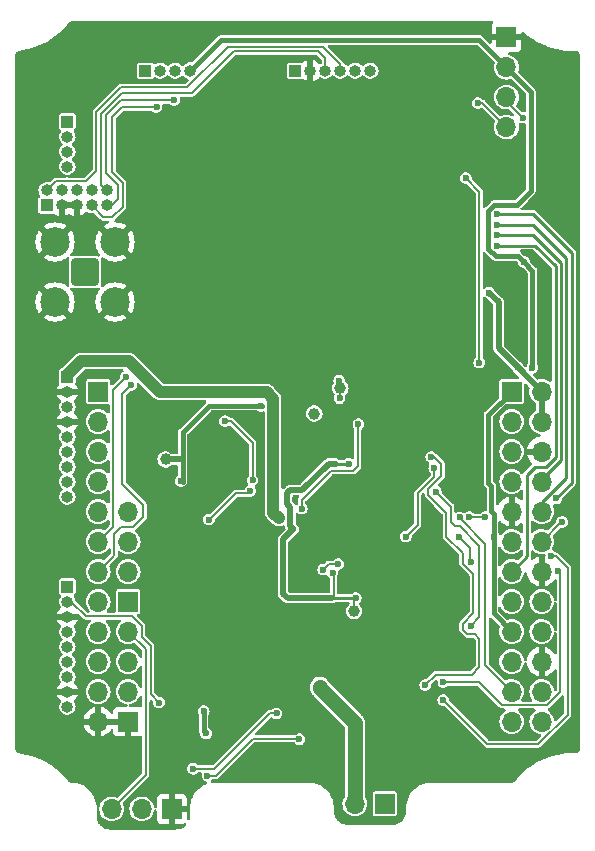
<source format=gbl>
G04 #@! TF.GenerationSoftware,KiCad,Pcbnew,7.0.11-7.0.11~ubuntu23.10.1*
G04 #@! TF.CreationDate,2024-06-16T14:32:52+02:00*
G04 #@! TF.ProjectId,WiRoc_NanoPi,5769526f-635f-44e6-916e-6f50692e6b69,rev?*
G04 #@! TF.SameCoordinates,Original*
G04 #@! TF.FileFunction,Copper,L4,Bot*
G04 #@! TF.FilePolarity,Positive*
%FSLAX46Y46*%
G04 Gerber Fmt 4.6, Leading zero omitted, Abs format (unit mm)*
G04 Created by KiCad (PCBNEW 7.0.11-7.0.11~ubuntu23.10.1) date 2024-06-16 14:32:52*
%MOMM*%
%LPD*%
G01*
G04 APERTURE LIST*
G04 Aperture macros list*
%AMRoundRect*
0 Rectangle with rounded corners*
0 $1 Rounding radius*
0 $2 $3 $4 $5 $6 $7 $8 $9 X,Y pos of 4 corners*
0 Add a 4 corners polygon primitive as box body*
4,1,4,$2,$3,$4,$5,$6,$7,$8,$9,$2,$3,0*
0 Add four circle primitives for the rounded corners*
1,1,$1+$1,$2,$3*
1,1,$1+$1,$4,$5*
1,1,$1+$1,$6,$7*
1,1,$1+$1,$8,$9*
0 Add four rect primitives between the rounded corners*
20,1,$1+$1,$2,$3,$4,$5,0*
20,1,$1+$1,$4,$5,$6,$7,0*
20,1,$1+$1,$6,$7,$8,$9,0*
20,1,$1+$1,$8,$9,$2,$3,0*%
G04 Aperture macros list end*
G04 #@! TA.AperFunction,ComponentPad*
%ADD10R,1.700000X1.700000*%
G04 #@! TD*
G04 #@! TA.AperFunction,ComponentPad*
%ADD11O,1.700000X1.700000*%
G04 #@! TD*
G04 #@! TA.AperFunction,ComponentPad*
%ADD12R,1.000000X1.000000*%
G04 #@! TD*
G04 #@! TA.AperFunction,ComponentPad*
%ADD13O,1.000000X1.000000*%
G04 #@! TD*
G04 #@! TA.AperFunction,SMDPad,CuDef*
%ADD14C,1.000000*%
G04 #@! TD*
G04 #@! TA.AperFunction,ComponentPad*
%ADD15RoundRect,0.200100X-0.949900X0.949900X-0.949900X-0.949900X0.949900X-0.949900X0.949900X0.949900X0*%
G04 #@! TD*
G04 #@! TA.AperFunction,ComponentPad*
%ADD16C,2.500000*%
G04 #@! TD*
G04 #@! TA.AperFunction,ViaPad*
%ADD17C,0.400000*%
G04 #@! TD*
G04 #@! TA.AperFunction,ViaPad*
%ADD18C,0.500000*%
G04 #@! TD*
G04 #@! TA.AperFunction,ViaPad*
%ADD19C,0.600000*%
G04 #@! TD*
G04 #@! TA.AperFunction,Conductor*
%ADD20C,0.508000*%
G04 #@! TD*
G04 #@! TA.AperFunction,Conductor*
%ADD21C,0.254000*%
G04 #@! TD*
G04 #@! TA.AperFunction,Conductor*
%ADD22C,0.203200*%
G04 #@! TD*
G04 #@! TA.AperFunction,Conductor*
%ADD23C,1.300000*%
G04 #@! TD*
G04 #@! TA.AperFunction,Conductor*
%ADD24C,1.000000*%
G04 #@! TD*
G04 #@! TA.AperFunction,Conductor*
%ADD25C,0.381000*%
G04 #@! TD*
G04 APERTURE END LIST*
D10*
G04 #@! TO.P,J6,1,Pin_1*
G04 #@! TO.N,GND*
X10790000Y-2100000D03*
D11*
G04 #@! TO.P,J6,2,Pin_2*
G04 #@! TO.N,Net-(J6-Pin_2)*
X8250000Y-2100000D03*
G04 #@! TO.P,J6,3,Pin_3*
G04 #@! TO.N,Net-(J6-Pin_3)*
X5710000Y-2100000D03*
G04 #@! TD*
D10*
G04 #@! TO.P,U2,1,GND*
G04 #@! TO.N,GND*
X39128000Y63240000D03*
D11*
G04 #@! TO.P,U2,2,VCC*
G04 #@! TO.N,SYS_3.3V*
X39128000Y60700000D03*
G04 #@! TO.P,U2,3,SCL*
G04 #@! TO.N,SCK*
X39128000Y58160000D03*
G04 #@! TO.P,U2,4,SDA*
G04 #@! TO.N,SDA*
X39128000Y55620000D03*
G04 #@! TD*
D10*
G04 #@! TO.P,J7,1,SYS_3.3V*
G04 #@! TO.N,SYS_3.3V*
X39570000Y33235000D03*
D11*
G04 #@! TO.P,J7,2,VDD_5V*
G04 #@! TO.N,VDD_5V*
X42110000Y33235000D03*
G04 #@! TO.P,J7,3,I2C0_SDA*
G04 #@! TO.N,SDA*
X39570000Y30695000D03*
G04 #@! TO.P,J7,4,VCC_5V*
G04 #@! TO.N,VDD_5V*
X42110000Y30695000D03*
G04 #@! TO.P,J7,5,I2C0_SCL*
G04 #@! TO.N,SCK*
X39570000Y28155000D03*
G04 #@! TO.P,J7,6,GND*
G04 #@! TO.N,GND*
X42110000Y28155000D03*
G04 #@! TO.P,J7,7,GPIOG11*
G04 #@! TO.N,unconnected-(J7-GPIOG11-Pad7)*
X39570000Y25615000D03*
G04 #@! TO.P,J7,8,UART1_TX*
G04 #@! TO.N,UART1_TX*
X42110000Y25615000D03*
G04 #@! TO.P,J7,9,GND*
G04 #@! TO.N,GND*
X39570000Y23075000D03*
G04 #@! TO.P,J7,10,UART1_RX*
G04 #@! TO.N,UART1_RX*
X42110000Y23075000D03*
G04 #@! TO.P,J7,11,A0/U2_TX*
G04 #@! TO.N,UART2_TX*
X39570000Y20535000D03*
G04 #@! TO.P,J7,12,GPIOA6*
G04 #@! TO.N,SRR_IRQ*
X42110000Y20535000D03*
G04 #@! TO.P,J7,13,GPIOA2*
G04 #@! TO.N,LORAEN*
X39570000Y17995000D03*
G04 #@! TO.P,J7,14,GND*
G04 #@! TO.N,GND*
X42110000Y17995000D03*
G04 #@! TO.P,J7,15,GPIOA3*
G04 #@! TO.N,IRQ*
X39570000Y15455000D03*
G04 #@! TO.P,J7,16,UART1_RTS*
G04 #@! TO.N,unconnected-(J7-UART1_RTS-Pad16)*
X42110000Y15455000D03*
G04 #@! TO.P,J7,17,SYS_3.3V*
G04 #@! TO.N,SYS_3.3V*
X39570000Y12915000D03*
G04 #@! TO.P,J7,18,UART1_CTS*
G04 #@! TO.N,unconnected-(J7-UART1_CTS-Pad18)*
X42110000Y12915000D03*
G04 #@! TO.P,J7,19,GPIOC0*
G04 #@! TO.N,LORAAUX*
X39570000Y10375000D03*
G04 #@! TO.P,J7,20,GND*
G04 #@! TO.N,GND*
X42110000Y10375000D03*
G04 #@! TO.P,J7,21,GPIOC1*
G04 #@! TO.N,N_VBUSEN*
X39570000Y7835000D03*
G04 #@! TO.P,J7,22,A1/U2_RX*
G04 #@! TO.N,UART2_RX*
X42110000Y7835000D03*
G04 #@! TO.P,J7,23,GPIOC2*
G04 #@! TO.N,unconnected-(J7-GPIOC2-Pad23)*
X39570000Y5295000D03*
G04 #@! TO.P,J7,24,GPIOC3*
G04 #@! TO.N,SRR_NRST*
X42110000Y5295000D03*
D10*
G04 #@! TO.P,J7,31,VDD_5V*
G04 #@! TO.N,unconnected-(J7-VDD_5V-Pad31)*
X4560000Y33235000D03*
D11*
G04 #@! TO.P,J7,32,USB-DP1*
G04 #@! TO.N,USBHost-DP1*
X4560000Y30695000D03*
G04 #@! TO.P,J7,33,USB-DM1*
G04 #@! TO.N,USBHost-DM1*
X4560000Y28155000D03*
G04 #@! TO.P,J7,34,USB-DP2*
G04 #@! TO.N,USBHost-DP2*
X4560000Y25615000D03*
G04 #@! TO.P,J7,35,USB-DM2*
G04 #@! TO.N,USBHost-DM2*
X4560000Y23075000D03*
G04 #@! TO.P,J7,36,GPIOL11*
G04 #@! TO.N,LORARS*
X4560000Y20535000D03*
G04 #@! TO.P,J7,37,GPIOA17*
G04 #@! TO.N,LORAMO*
X4560000Y17995000D03*
G04 #@! TO.P,J7,38,I2S0_LRC*
G04 #@! TO.N,unconnected-(J7-I2S0_LRC-Pad38)*
X4560000Y15455000D03*
G04 #@! TO.P,J7,39,I2S0_BCK*
G04 #@! TO.N,unconnected-(J7-I2S0_BCK-Pad39)*
X4560000Y12915000D03*
G04 #@! TO.P,J7,40,I2S0_SDOUT*
G04 #@! TO.N,unconnected-(J7-I2S0_SDOUT-Pad40)*
X4560000Y10375000D03*
G04 #@! TO.P,J7,41,I2S0_SDIN*
G04 #@! TO.N,unconnected-(J7-I2S0_SDIN-Pad41)*
X4560000Y7835000D03*
G04 #@! TO.P,J7,42,GND*
G04 #@! TO.N,GND*
X4560000Y5295000D03*
D10*
G04 #@! TO.P,J7,51,GND*
X7100000Y5295000D03*
D11*
G04 #@! TO.P,J7,52,VDD_5V*
G04 #@! TO.N,unconnected-(J7-VDD_5V-Pad52)*
X7100000Y7835000D03*
G04 #@! TO.P,J7,53,UART_TXD0*
G04 #@! TO.N,Net-(J6-Pin_2)*
X7100000Y10375000D03*
G04 #@! TO.P,J7,54,UART_RXD0*
G04 #@! TO.N,Net-(J6-Pin_3)*
X7100000Y12915000D03*
D10*
G04 #@! TO.P,J7,61,LineOut-LL*
G04 #@! TO.N,unconnected-(J7-LineOut-LL-Pad61)*
X7100000Y15455000D03*
D11*
G04 #@! TO.P,J7,62,LineOut-LR*
G04 #@! TO.N,unconnected-(J7-LineOut-LR-Pad62)*
X7100000Y17995000D03*
G04 #@! TO.P,J7,63,LineIn-MN*
G04 #@! TO.N,unconnected-(J7-LineIn-MN-Pad63)*
X7100000Y20535000D03*
G04 #@! TO.P,J7,64,LineIn-MP*
G04 #@! TO.N,unconnected-(J7-LineIn-MP-Pad64)*
X7100000Y23075000D03*
G04 #@! TD*
D12*
G04 #@! TO.P,J8,1,Pin_1*
G04 #@! TO.N,SRR_IRQ*
X21250000Y60400000D03*
D13*
G04 #@! TO.P,J8,2,Pin_2*
G04 #@! TO.N,GND*
X22520000Y60400000D03*
G04 #@! TO.P,J8,3,Pin_3*
G04 #@! TO.N,SRR_NRST*
X23790000Y60400000D03*
G04 #@! TO.P,J8,4,Pin_4*
G04 #@! TO.N,Net-(J1-Pin_2)*
X25060000Y60400000D03*
G04 #@! TO.P,J8,5,Pin_5*
G04 #@! TO.N,SCK*
X26330000Y60400000D03*
G04 #@! TO.P,J8,6,Pin_6*
G04 #@! TO.N,SDA*
X27600000Y60400000D03*
G04 #@! TD*
D12*
G04 #@! TO.P,J1,1,Pin_1*
G04 #@! TO.N,SYS_3.3V*
X190000Y49000000D03*
D13*
G04 #@! TO.P,J1,2,Pin_2*
G04 #@! TO.N,Net-(J1-Pin_2)*
X190000Y50270000D03*
G04 #@! TO.P,J1,3,Pin_3*
G04 #@! TO.N,GND*
X1460000Y49000000D03*
G04 #@! TO.P,J1,4,Pin_4*
G04 #@! TO.N,Net-(J1-Pin_4)*
X1460000Y50270000D03*
G04 #@! TO.P,J1,5,Pin_5*
G04 #@! TO.N,GND*
X2730000Y49000000D03*
G04 #@! TO.P,J1,6,Pin_6*
G04 #@! TO.N,unconnected-(J1-Pin_6-Pad6)*
X2730000Y50270000D03*
G04 #@! TO.P,J1,7,Pin_7*
G04 #@! TO.N,Net-(J1-Pin_7)*
X4000000Y49000000D03*
G04 #@! TO.P,J1,8,Pin_8*
G04 #@! TO.N,unconnected-(J1-Pin_8-Pad8)*
X4000000Y50270000D03*
G04 #@! TO.P,J1,9,Pin_9*
G04 #@! TO.N,Net-(J1-Pin_9)*
X5270000Y49000000D03*
G04 #@! TO.P,J1,10,Pin_10*
G04 #@! TO.N,SRR_NRST*
X5270000Y50270000D03*
G04 #@! TD*
D12*
G04 #@! TO.P,J2,1,Pin_1*
G04 #@! TO.N,Net-(J1-Pin_4)*
X8550000Y60400000D03*
D13*
G04 #@! TO.P,J2,2,Pin_2*
G04 #@! TO.N,Net-(J1-Pin_7)*
X9820000Y60400000D03*
G04 #@! TO.P,J2,3,Pin_3*
G04 #@! TO.N,Net-(J1-Pin_9)*
X11090000Y60400000D03*
G04 #@! TO.P,J2,4,Pin_4*
G04 #@! TO.N,SYS_3.3V*
X12360000Y60400000D03*
G04 #@! TD*
D14*
G04 #@! TO.P,TP4,1*
G04 #@! TO.N,EXTEN*
X25060000Y33520000D03*
G04 #@! TD*
D10*
G04 #@! TO.P,SW1,1,A*
G04 #@! TO.N,Net-(SW1-A)*
X28830000Y-1670000D03*
D11*
G04 #@! TO.P,SW1,2,B*
G04 #@! TO.N,BAT*
X26290000Y-1670000D03*
G04 #@! TD*
D15*
G04 #@! TO.P,J9,1,In*
G04 #@! TO.N,Net-(J9-In)*
X3450000Y43357800D03*
D16*
G04 #@! TO.P,J9,2,Ext*
G04 #@! TO.N,GND*
X5990000Y45897800D03*
X910000Y45897800D03*
X5990000Y40817800D03*
X910000Y40817800D03*
G04 #@! TD*
D14*
G04 #@! TO.P,TP3,1*
G04 #@! TO.N,Net-(U3-BIAS)*
X22860000Y31369000D03*
G04 #@! TD*
D12*
G04 #@! TO.P,J10,1,Pin_1*
G04 #@! TO.N,VBUS*
X1950000Y34505000D03*
D13*
G04 #@! TO.P,J10,2,Pin_2*
G04 #@! TO.N,GND*
X1950000Y33235000D03*
G04 #@! TO.P,J10,3,Pin_3*
G04 #@! TO.N,unconnected-(J10-Pin_3-Pad3)*
X1950000Y31965000D03*
G04 #@! TO.P,J10,4,Pin_4*
G04 #@! TO.N,GND*
X1950000Y30695000D03*
G04 #@! TO.P,J10,5,Pin_5*
G04 #@! TO.N,USBHost-DP1*
X1950000Y29425000D03*
G04 #@! TO.P,J10,6,Pin_6*
G04 #@! TO.N,USBHost-DM1*
X1950000Y28155000D03*
G04 #@! TO.P,J10,7,Pin_7*
G04 #@! TO.N,VDD_5V*
X1950000Y26885000D03*
G04 #@! TO.P,J10,8,Pin_8*
G04 #@! TO.N,USBHost-DP2*
X1950000Y25615000D03*
G04 #@! TO.P,J10,9,Pin_9*
G04 #@! TO.N,USBHost-DM2*
X1950000Y24345000D03*
G04 #@! TD*
D12*
G04 #@! TO.P,J4,1,Pin_1*
G04 #@! TO.N,Net-(J4-Pin_1)*
X1950000Y16725000D03*
D13*
G04 #@! TO.P,J4,2,Pin_2*
G04 #@! TO.N,Net-(J4-Pin_2)*
X1950000Y15455000D03*
G04 #@! TO.P,J4,3,Pin_3*
G04 #@! TO.N,GND*
X1950000Y14185000D03*
G04 #@! TO.P,J4,4,Pin_4*
G04 #@! TO.N,unconnected-(J4-Pin_4-Pad4)*
X1950000Y12915000D03*
G04 #@! TO.P,J4,5,Pin_5*
G04 #@! TO.N,unconnected-(J4-Pin_5-Pad5)*
X1950000Y11645000D03*
G04 #@! TO.P,J4,6,Pin_6*
G04 #@! TO.N,unconnected-(J4-Pin_6-Pad6)*
X1950000Y10375000D03*
G04 #@! TO.P,J4,7,Pin_7*
G04 #@! TO.N,unconnected-(J4-Pin_7-Pad7)*
X1950000Y9105000D03*
G04 #@! TO.P,J4,8,Pin_8*
G04 #@! TO.N,GND*
X1950000Y7835000D03*
G04 #@! TO.P,J4,9,Pin_9*
G04 #@! TO.N,ToPWRBTN*
X1950000Y6565000D03*
G04 #@! TD*
D12*
G04 #@! TO.P,J5,1,Pin_1*
G04 #@! TO.N,unconnected-(J5-Pin_1-Pad1)*
X1950000Y56095000D03*
D13*
G04 #@! TO.P,J5,2,Pin_2*
G04 #@! TO.N,unconnected-(J5-Pin_2-Pad2)*
X1950000Y54825000D03*
G04 #@! TO.P,J5,3,Pin_3*
G04 #@! TO.N,unconnected-(J5-Pin_3-Pad3)*
X1950000Y53555000D03*
G04 #@! TO.P,J5,4,Pin_4*
G04 #@! TO.N,unconnected-(J5-Pin_4-Pad4)*
X1950000Y52285000D03*
G04 #@! TD*
D14*
G04 #@! TO.P,TP6,1*
G04 #@! TO.N,IPSOUT*
X26238200Y14655800D03*
G04 #@! TD*
G04 #@! TO.P,TP5,1*
G04 #@! TO.N,Net-(U10-OUT)*
X10261600Y27482800D03*
G04 #@! TD*
D17*
G04 #@! TO.N,GND*
X24170200Y22677300D03*
X26970200Y21273600D03*
X25652468Y23991332D03*
X26970200Y22677300D03*
X24170200Y21273600D03*
X25570200Y22673600D03*
X24170200Y24073600D03*
X26970200Y24073600D03*
X25570200Y21273600D03*
D18*
X7517000Y2108200D03*
X8890000Y32385000D03*
X16640000Y40570000D03*
X7860000Y3650000D03*
X18520000Y55750000D03*
X24434800Y30683200D03*
X28270200Y15925800D03*
X33147000Y15748000D03*
X3000000Y52250000D03*
X30500000Y61500000D03*
X40640000Y41529000D03*
X43300000Y6200000D03*
X7540000Y47480000D03*
X3440000Y41090000D03*
X762000Y20447000D03*
X34290000Y14224000D03*
X42011600Y2489200D03*
X400000Y2100000D03*
X12749400Y177800D03*
X40850000Y13640000D03*
X7620000Y31115000D03*
X36195000Y39243000D03*
X21251100Y24028400D03*
X15060000Y37270000D03*
X9300000Y13100000D03*
X-670000Y44230000D03*
X29109455Y61813967D03*
X14253803Y4810506D03*
X41148000Y4064000D03*
X24610000Y13190000D03*
X-914400Y48361600D03*
X5620000Y4020000D03*
X20955000Y18313400D03*
X40880000Y29750000D03*
X28956000Y6604000D03*
X-1727200Y7975600D03*
X-670000Y42510000D03*
X27900000Y58500000D03*
X38810000Y19240000D03*
X29200000Y18490000D03*
X36195000Y38227000D03*
X31480000Y13210000D03*
X37592000Y33250000D03*
X24650000Y11500000D03*
X2640000Y39330000D03*
X16530000Y50870000D03*
X32004000Y6604000D03*
X29260800Y55829200D03*
X27559000Y27813000D03*
X44500000Y57000000D03*
X1900000Y1143000D03*
X24280000Y45900000D03*
X8026400Y19278600D03*
X2000000Y57750000D03*
X7620000Y54152800D03*
X3050000Y17500000D03*
X23770000Y32650000D03*
X38235700Y29920000D03*
X12700000Y13000000D03*
X-1800000Y33900000D03*
X8000000Y6800000D03*
X11080000Y45300000D03*
X14600000Y13000000D03*
X21950000Y10980000D03*
X32165100Y24003000D03*
X5760000Y64030000D03*
X32766000Y33280000D03*
X3075000Y15575000D03*
X7493000Y26035000D03*
X20425000Y10800000D03*
X5715000Y34798000D03*
X33225496Y7874000D03*
X27940000Y26924000D03*
X42291000Y37719000D03*
X16530000Y55770000D03*
X9510000Y39720000D03*
X-1700000Y3000000D03*
X2640000Y47460000D03*
X31300000Y63750000D03*
X21945600Y57692100D03*
X11100000Y13100000D03*
X8178800Y21615400D03*
X21844000Y19939000D03*
X-1800000Y26700000D03*
X26416000Y11938000D03*
X29464000Y11684000D03*
X17526000Y30099000D03*
X18570000Y50800000D03*
X38100000Y4572000D03*
X12700000Y32004000D03*
X3650000Y45820000D03*
X44958000Y15646400D03*
X38781395Y24378611D03*
X9906000Y25146000D03*
X28940000Y25820000D03*
X42922697Y14307303D03*
X33840000Y59800000D03*
X40837610Y31822390D03*
X26650000Y33160000D03*
X37592000Y35814000D03*
X-1690000Y59460000D03*
X9720000Y46830000D03*
X2610000Y19710000D03*
X29718000Y13150000D03*
X9144000Y29210000D03*
X44900000Y6300000D03*
X7640000Y39330000D03*
X4020000Y39280000D03*
X25525000Y10850000D03*
X33147000Y21590000D03*
X18288000Y27940000D03*
X-1800000Y30600000D03*
X3429000Y34798000D03*
X44754800Y3251200D03*
X31115000Y40640000D03*
X15060000Y38550000D03*
X39878000Y2438400D03*
X2530000Y63650000D03*
X1130000Y43430000D03*
X25700000Y28360000D03*
X14260000Y59400000D03*
X9042400Y15240000D03*
X21931963Y25972437D03*
X20250000Y61500000D03*
X-1778000Y14020800D03*
X-1625600Y50444400D03*
X20460000Y50780000D03*
X44500000Y61010800D03*
X9460000Y63970000D03*
X19431000Y19608800D03*
X12230000Y63740000D03*
X19750000Y59750000D03*
X29580000Y24080000D03*
D19*
X12100000Y4400000D03*
D18*
X38464200Y42700000D03*
X11030000Y41320000D03*
X28625800Y12598400D03*
X22072600Y14630400D03*
X39800000Y1080000D03*
X20630000Y55750000D03*
X40894000Y5842000D03*
X39497000Y51562000D03*
X25580000Y12970000D03*
X43000000Y9000000D03*
X40513000Y38227000D03*
X20955000Y16586200D03*
X13335000Y28448000D03*
X41090000Y62710000D03*
X18443283Y8231400D03*
X42291000Y41402000D03*
X23651000Y30708600D03*
X35030996Y23301670D03*
X40670000Y61630000D03*
X34290000Y33274000D03*
X45008800Y20878800D03*
X21818600Y18694400D03*
X15000000Y53560000D03*
X10414000Y28956000D03*
X32969200Y18415000D03*
X32766000Y30353000D03*
X33782000Y17526000D03*
X32258000Y38735000D03*
X-1800000Y36900000D03*
X6000000Y59750000D03*
X22174200Y13309600D03*
X34544000Y29210000D03*
X44958000Y11074400D03*
X21750000Y61500000D03*
X-1750000Y56875000D03*
X28575000Y33020000D03*
X33782000Y16256000D03*
X33248600Y13843000D03*
X36050000Y59750000D03*
X18288000Y28575000D03*
X45059600Y22910800D03*
X28960000Y49590000D03*
X33274000Y11938000D03*
X34290000Y38735000D03*
X-1710000Y61610000D03*
X-1800000Y22200000D03*
X4060000Y47540000D03*
X16500000Y59750000D03*
X760000Y62340000D03*
X10668000Y31750000D03*
X37719000Y39497000D03*
X-400000Y38730000D03*
D19*
G04 #@! TO.N,IPSOUT*
X24570000Y27130000D03*
X21082000Y21590000D03*
X17627600Y25730198D03*
X25770000Y27140000D03*
X26365200Y15748000D03*
X24400000Y17890000D03*
X15296800Y30729200D03*
G04 #@! TO.N,BAT*
X24882110Y18620000D03*
X23610000Y18150000D03*
X23350000Y8250000D03*
G04 #@! TO.N,VBUS*
X19862800Y22504400D03*
G04 #@! TO.N,PWRON*
X35105426Y20954500D03*
X36105678Y18833678D03*
X12597000Y1295400D03*
X19659600Y5976900D03*
G04 #@! TO.N,VDD_5V*
X40073580Y35295840D03*
X37678435Y41594394D03*
G04 #@! TO.N,SYS_3.3V*
X40600000Y44200000D03*
X38031700Y20955000D03*
X13486224Y6165291D03*
X41320000Y35250000D03*
X13700000Y4300000D03*
G04 #@! TO.N,SDA*
X33782000Y7112000D03*
X42926000Y19304000D03*
X36703000Y57658000D03*
G04 #@! TO.N,SCK*
X35983900Y22596161D03*
X37338000Y22606000D03*
X33782000Y8636000D03*
X40501844Y56420256D03*
X43495200Y18033996D03*
G04 #@! TO.N,UART1_TX*
X38354000Y46482000D03*
G04 #@! TO.N,UART1_RX*
X38354000Y47371000D03*
G04 #@! TO.N,LORAAUX*
X38354000Y48260000D03*
X43332400Y24180800D03*
G04 #@! TO.N,LORAEN*
X38354000Y45593000D03*
G04 #@! TO.N,N_VBUSEN*
X35153641Y22571395D03*
G04 #@! TO.N,LDO1*
X26594000Y30480000D03*
X33147000Y24765000D03*
X36100280Y13418924D03*
X21793200Y23317196D03*
G04 #@! TO.N,SRR_IRQ*
X43840404Y22199602D03*
G04 #@! TO.N,EXTEN*
X13938200Y22391800D03*
X17443400Y24830200D03*
X24970000Y34151610D03*
X24995594Y32669200D03*
G04 #@! TO.N,Net-(U3-BIAS)*
X22860000Y31369000D03*
G04 #@! TO.N,Net-(U10-OUT)*
X11576000Y25668400D03*
X18332400Y32018400D03*
G04 #@! TO.N,LORARS*
X6920838Y34481162D03*
G04 #@! TO.N,LORAMO*
X36830000Y35687000D03*
X7352707Y33795289D03*
X35687000Y51308000D03*
G04 #@! TO.N,UART2_RX*
X13816200Y703300D03*
X21600008Y3800000D03*
G04 #@! TO.N,Net-(J4-Pin_2)*
X9700000Y6900000D03*
G04 #@! TO.N,N_OE*
X33020000Y26797000D03*
X30607000Y20954994D03*
G04 #@! TO.N,Net-(U4A-C)*
X32258000Y8382000D03*
X32766000Y27686000D03*
G04 #@! TO.N,Net-(J1-Pin_7)*
X9500000Y57315800D03*
G04 #@! TO.N,Net-(J1-Pin_9)*
X11000000Y57907900D03*
G04 #@! TD*
D20*
G04 #@! TO.N,IPSOUT*
X20218400Y20726400D02*
X21082000Y21590000D01*
X24081698Y27140000D02*
X21845094Y24903396D01*
X21845094Y24903396D02*
X20807300Y24903396D01*
X20556600Y23740728D02*
X20828000Y23469328D01*
X20807300Y24903396D02*
X20556600Y24652696D01*
D21*
X26357200Y15740000D02*
X24330000Y15740000D01*
D22*
X24400000Y17890000D02*
X24485600Y17804400D01*
X15788400Y30723000D02*
X17627600Y28883800D01*
D20*
X24570200Y27140000D02*
X24081698Y27140000D01*
D22*
X26238200Y14655800D02*
X26238200Y15621000D01*
D20*
X20218400Y16129000D02*
X20218400Y20726400D01*
D22*
X17627600Y28883800D02*
X17627600Y25730198D01*
X24485600Y15895600D02*
X24330000Y15740000D01*
D21*
X25760000Y27130000D02*
X25770000Y27140000D01*
D20*
X20828000Y23469328D02*
X20828000Y21844000D01*
D22*
X26238200Y15621000D02*
X26365200Y15748000D01*
X24485600Y17804400D02*
X24485600Y15895600D01*
D20*
X20828000Y21844000D02*
X21082000Y21590000D01*
X20556600Y24652696D02*
X20556600Y23740728D01*
D22*
X15309800Y30723000D02*
X15788400Y30723000D01*
D21*
X24570000Y27130000D02*
X25760000Y27130000D01*
D20*
X24330000Y15740000D02*
X20607400Y15740000D01*
X20607400Y15740000D02*
X20218400Y16129000D01*
D21*
X26365200Y15748000D02*
X26357200Y15740000D01*
D23*
G04 #@! TO.N,BAT*
X26290000Y5206000D02*
X23350000Y8146000D01*
X26290000Y3706000D02*
X26290000Y5206000D01*
D22*
X24080000Y18620000D02*
X23610000Y18150000D01*
D23*
X23350000Y8146000D02*
X23350000Y8250000D01*
D22*
X24882110Y18620000D02*
X24080000Y18620000D01*
D23*
X26290000Y-1670000D02*
X26290000Y3706000D01*
D24*
G04 #@! TO.N,VBUS*
X19385499Y32633701D02*
X19385499Y22981701D01*
X3114932Y35814000D02*
X1950000Y34649068D01*
X9802200Y33197800D02*
X18821400Y33197800D01*
X19385499Y22981701D02*
X19862800Y22504400D01*
X18821400Y33197800D02*
X19385499Y32633701D01*
X7186000Y35814000D02*
X9802200Y33197800D01*
X1950000Y34649068D02*
X1950000Y34505000D01*
X3114932Y35814000D02*
X7186000Y35814000D01*
D22*
G04 #@! TO.N,PWRON*
X14397850Y1295400D02*
X12597000Y1295400D01*
X36070000Y19989926D02*
X36070000Y18980000D01*
X19659600Y5976900D02*
X19079350Y5976900D01*
X35105426Y20954500D02*
X36070000Y19989926D01*
X19079350Y5976900D02*
X14397850Y1295400D01*
D20*
G04 #@! TO.N,VDD_5V*
X40073580Y35271420D02*
X40073580Y35295840D01*
X40073580Y35295840D02*
X38481000Y36888420D01*
X38481000Y40791829D02*
X37678435Y41594394D01*
X42110000Y33235000D02*
X42110000Y30695000D01*
X38481000Y36888420D02*
X38481000Y40791829D01*
X42110000Y33235000D02*
X40073580Y35271420D01*
D25*
G04 #@! TO.N,SYS_3.3V*
X39570000Y12915000D02*
X38031700Y14453300D01*
X38031700Y14453300D02*
X38031700Y20955000D01*
X39128000Y60700000D02*
X41195544Y58632456D01*
X38031700Y22893340D02*
X37846000Y23079040D01*
X37592000Y25508000D02*
X37592000Y31257000D01*
X37846000Y23079040D02*
X37846000Y25254000D01*
X13486224Y4513776D02*
X13700000Y4300000D01*
X14960000Y63000000D02*
X12360000Y60400000D01*
X37592000Y45339000D02*
X38227000Y44704000D01*
X39128000Y60700000D02*
X36828000Y63000000D01*
X37846000Y25254000D02*
X37592000Y25508000D01*
X38100000Y49022000D02*
X37592000Y48514000D01*
X41195544Y58632456D02*
X41195544Y50212544D01*
X40096000Y44704000D02*
X40600000Y44200000D01*
X38227000Y44704000D02*
X40096000Y44704000D01*
X40005000Y49022000D02*
X38100000Y49022000D01*
X37592000Y31257000D02*
X39570000Y33235000D01*
X37592000Y48514000D02*
X37592000Y45339000D01*
X38031700Y20955000D02*
X38031700Y22893340D01*
X13486224Y6165291D02*
X13486224Y4513776D01*
X41195544Y50212544D02*
X40005000Y49022000D01*
X41320000Y35250000D02*
X41320000Y43480000D01*
X36828000Y63000000D02*
X14960000Y63000000D01*
X41320000Y43480000D02*
X40600000Y44200000D01*
D22*
G04 #@! TO.N,SDA*
X44300000Y18300000D02*
X43296000Y19304000D01*
X37090000Y57658000D02*
X36703000Y57658000D01*
X39128000Y55620000D02*
X37090000Y57658000D01*
X33782000Y7112000D02*
X37521147Y3372853D01*
X43296000Y19304000D02*
X42926000Y19304000D01*
X37521147Y3372853D02*
X41803027Y3372853D01*
X44300000Y5869826D02*
X44300000Y18300000D01*
X41803027Y3372853D02*
X44300000Y5869826D01*
G04 #@! TO.N,SCK*
X43688000Y17841196D02*
X43495200Y18033996D01*
X38773100Y6692900D02*
X42583074Y6692900D01*
X37328161Y22596161D02*
X37338000Y22606000D01*
X35983900Y22596161D02*
X37328161Y22596161D01*
X33782000Y8636000D02*
X36830000Y8636000D01*
X36830000Y8636000D02*
X38773100Y6692900D01*
X39128000Y57794100D02*
X40501844Y56420256D01*
X39128000Y58160000D02*
X39128000Y57794100D01*
X43688000Y7797826D02*
X43688000Y17841196D01*
X42583074Y6692900D02*
X43688000Y7797826D01*
D21*
G04 #@! TO.N,UART1_TX*
X43747399Y31373234D02*
X43747400Y30016767D01*
X41402000Y46482000D02*
X43742800Y44141200D01*
X43747400Y32556767D02*
X43742800Y32552167D01*
X38354000Y46482000D02*
X41402000Y46482000D01*
X43747400Y27476767D02*
X42110000Y25839367D01*
X43747400Y30016767D02*
X43742800Y30012167D01*
X43742800Y32552167D02*
X43742800Y31377833D01*
X43742800Y44141200D02*
X43742800Y33917833D01*
X43742800Y30012167D02*
X43742800Y28837833D01*
X43747399Y28833234D02*
X43747400Y27476767D01*
X43742800Y33917833D02*
X43747399Y33913234D01*
X42110000Y25839367D02*
X42110000Y25615000D01*
X43747399Y33913234D02*
X43747400Y32556767D01*
X43742800Y31377833D02*
X43747399Y31373234D01*
X43742800Y28837833D02*
X43747399Y28833234D01*
G04 #@! TO.N,UART1_RX*
X38354000Y47371000D02*
X41402000Y47371000D01*
X42110000Y23858573D02*
X42110000Y23075000D01*
X41402000Y47371000D02*
X44204598Y44568402D01*
X44204598Y44568402D02*
X44204598Y25953171D01*
X44204598Y25953171D02*
X42110000Y23858573D01*
G04 #@! TO.N,LORAAUX*
X41402000Y48260000D02*
X44668200Y44993800D01*
X44668200Y44993800D02*
X44668200Y25516600D01*
X38354000Y48260000D02*
X41402000Y48260000D01*
X44668200Y25516600D02*
X43332400Y24180800D01*
G04 #@! TO.N,LORAEN*
X43290200Y27666145D02*
X42502335Y26878280D01*
X43290200Y30206145D02*
X43285600Y30201545D01*
X43290200Y32746145D02*
X43285600Y32741545D01*
X43290200Y33723855D02*
X43290200Y32746145D01*
X43285600Y31188455D02*
X43290200Y31183855D01*
X40875000Y26168400D02*
X40875000Y19300000D01*
X42502335Y26878280D02*
X41584880Y26878280D01*
X43285600Y28648455D02*
X43290200Y28643855D01*
X38354000Y45593000D02*
X41529000Y45593000D01*
X43290200Y28643855D02*
X43290200Y27666145D01*
X43285600Y32741545D02*
X43285600Y31188455D01*
X41529000Y45593000D02*
X43285600Y43836400D01*
X43290200Y31183855D02*
X43290200Y30206145D01*
X41584880Y26878280D02*
X40875000Y26168400D01*
X43285600Y33728455D02*
X43290200Y33723855D01*
X43285600Y30201545D02*
X43285600Y28648455D01*
X43285600Y43836400D02*
X43285600Y33728455D01*
X40875000Y19300000D02*
X39570000Y17995000D01*
D22*
G04 #@! TO.N,N_VBUSEN*
X37338000Y10067000D02*
X37338000Y20320000D01*
X39570000Y7835000D02*
X37338000Y10067000D01*
X37338000Y20320000D02*
X35153641Y22504359D01*
X35153641Y22504359D02*
X35153641Y22571395D01*
G04 #@! TO.N,LDO1*
X21793200Y24079200D02*
X24231596Y26517596D01*
X35156000Y21844000D02*
X34798000Y21844000D01*
X21793200Y23317196D02*
X21793200Y24079200D01*
X34429700Y23482300D02*
X33147000Y24765000D01*
X26162000Y26517596D02*
X26543000Y26898596D01*
X24231596Y26517596D02*
X26162000Y26517596D01*
X36100280Y13418924D02*
X36830000Y14148644D01*
X36830000Y14148644D02*
X36830000Y20170000D01*
X34429700Y22212300D02*
X34429700Y23482300D01*
X34798000Y21844000D02*
X34429700Y22212300D01*
X26543000Y26898596D02*
X26543000Y30429000D01*
X36830000Y20170000D02*
X35156000Y21844000D01*
X26543000Y30429000D02*
X26594000Y30480000D01*
G04 #@! TO.N,SRR_IRQ*
X42110000Y20535000D02*
X43774602Y22199602D01*
X43774602Y22199602D02*
X43840404Y22199602D01*
G04 #@! TO.N,EXTEN*
X14019400Y22402800D02*
X16229200Y24612600D01*
X25060000Y33520000D02*
X25060000Y32733606D01*
X25060000Y32733606D02*
X24995594Y32669200D01*
X16148000Y24601600D02*
X17214800Y24601600D01*
X24970000Y33610000D02*
X25060000Y33520000D01*
X24970000Y34151610D02*
X24970000Y33610000D01*
X17214800Y24601600D02*
X17443400Y24830200D01*
G04 #@! TO.N,SRR_NRST*
X23790000Y60400000D02*
X23790000Y61460000D01*
X23207900Y62042100D02*
X16042100Y62042100D01*
X4780800Y50759200D02*
X5270000Y50270000D01*
X4780800Y56724024D02*
X4780800Y50759200D01*
X16042100Y62042100D02*
X12500000Y58500000D01*
X12500000Y58500000D02*
X6556776Y58500000D01*
X6556776Y58500000D02*
X4780800Y56724024D01*
X23790000Y61460000D02*
X23207900Y62042100D01*
G04 #@! TO.N,Net-(J6-Pin_3)*
X8600000Y11415000D02*
X7100000Y12915000D01*
X8600000Y790000D02*
X8600000Y11415000D01*
X5710000Y-2100000D02*
X8600000Y790000D01*
D25*
G04 #@! TO.N,Net-(U10-OUT)*
X11708000Y29768800D02*
X11708000Y25603200D01*
X13968600Y32029400D02*
X13943200Y32004000D01*
D20*
X10261600Y27482800D02*
X11631800Y27482800D01*
D25*
X18413600Y32029400D02*
X13968600Y32029400D01*
X13943200Y32004000D02*
X11708000Y29768800D01*
D22*
G04 #@! TO.N,LORARS*
X5823280Y33383604D02*
X5823280Y21798280D01*
X5823280Y21798280D02*
X4560000Y20535000D01*
X6920838Y34481162D02*
X5823280Y33383604D01*
G04 #@! TO.N,LORAMO*
X8382000Y22606000D02*
X8382000Y23622000D01*
X6477000Y21767800D02*
X7543800Y21767800D01*
X6604000Y33046582D02*
X7352707Y33795289D01*
X5858840Y19293840D02*
X4560000Y17995000D01*
X36830000Y50165000D02*
X35687000Y51308000D01*
X5918200Y21209000D02*
X6477000Y21767800D01*
X7543800Y21767800D02*
X8382000Y22606000D01*
X36830000Y35687000D02*
X36830000Y50165000D01*
X5918200Y19405600D02*
X5918200Y21209000D01*
X8382000Y23622000D02*
X6604000Y25400000D01*
X6604000Y25400000D02*
X6604000Y33046582D01*
G04 #@! TO.N,UART2_RX*
X17635400Y3835400D02*
X14503300Y703300D01*
X21600000Y3800000D02*
X21564600Y3835400D01*
X14503300Y703300D02*
X13816200Y703300D01*
X21564600Y3835400D02*
X17635400Y3835400D01*
G04 #@! TO.N,Net-(J4-Pin_2)*
X7406174Y14224000D02*
X8242100Y13388074D01*
X8242100Y13388074D02*
X8242100Y12457900D01*
X2264200Y15455000D02*
X3495200Y14224000D01*
X3495200Y14224000D02*
X7406174Y14224000D01*
X9000000Y11700000D02*
X9000000Y7600000D01*
X8242100Y12457900D02*
X9000000Y11700000D01*
X1950000Y15455000D02*
X2264200Y15455000D01*
X9000000Y7600000D02*
X9700000Y6900000D01*
G04 #@! TO.N,N_OE*
X30607000Y20954994D02*
X31623000Y21970994D01*
X31623000Y24638000D02*
X33020000Y26035000D01*
X31623000Y21970994D02*
X31623000Y24638000D01*
X33020000Y26035000D02*
X33020000Y26797000D01*
G04 #@! TO.N,Net-(U4A-C)*
X32766000Y27686000D02*
X33020000Y27686000D01*
X35433000Y13081000D02*
X35814000Y12700000D01*
X32512000Y24967356D02*
X32512000Y24511000D01*
X36830000Y9906000D02*
X36195000Y9271000D01*
X36195000Y9271000D02*
X33147000Y9271000D01*
X36322000Y17780000D02*
X36322000Y14478000D01*
X34036000Y20955000D02*
X35433000Y19558000D01*
X35814000Y12700000D02*
X36449000Y12700000D01*
X34036000Y22987000D02*
X34036000Y20955000D01*
X35433000Y18669000D02*
X36322000Y17780000D01*
X35433000Y19558000D02*
X35433000Y18669000D01*
X36830000Y12319000D02*
X36830000Y9906000D01*
X36322000Y14478000D02*
X35433000Y13589000D01*
X36449000Y12700000D02*
X36830000Y12319000D01*
X33147000Y9271000D02*
X32258000Y8382000D01*
X33612100Y27093900D02*
X33612100Y26067456D01*
X33020000Y27686000D02*
X33612100Y27093900D01*
X35433000Y13589000D02*
X35433000Y13081000D01*
X32512000Y24511000D02*
X34036000Y22987000D01*
X33612100Y26067456D02*
X32512000Y24967356D01*
G04 #@! TO.N,Net-(J1-Pin_2)*
X23564200Y62435800D02*
X15533960Y62435800D01*
X25060000Y60400000D02*
X25060000Y60940000D01*
X4387100Y51887100D02*
X3562100Y51062100D01*
X982100Y51062100D02*
X190000Y50270000D01*
X15533960Y62435800D02*
X12098160Y59000000D01*
X4387100Y56887100D02*
X4387100Y51887100D01*
X3562100Y51062100D02*
X982100Y51062100D01*
X25060000Y60940000D02*
X23564200Y62435800D01*
X6500000Y59000000D02*
X4387100Y56887100D01*
X12098160Y59000000D02*
X6500000Y59000000D01*
G04 #@! TO.N,Net-(J1-Pin_7)*
X5750000Y56500000D02*
X6565800Y57315800D01*
X6643700Y50913076D02*
X5750000Y51806776D01*
X6565800Y57315800D02*
X9500000Y57315800D01*
X5750000Y48000000D02*
X6643700Y48893700D01*
X5000000Y48000000D02*
X5750000Y48000000D01*
X4000000Y49000000D02*
X5000000Y48000000D01*
X6643700Y48893700D02*
X6643700Y50913076D01*
X5750000Y51806776D02*
X5750000Y56500000D01*
G04 #@! TO.N,Net-(J1-Pin_9)*
X5250000Y51750000D02*
X5250000Y56636448D01*
X6250000Y50750000D02*
X5250000Y51750000D01*
X6521452Y57907900D02*
X11000000Y57907900D01*
X6250000Y49500000D02*
X6250000Y50750000D01*
X5270000Y49000000D02*
X5750000Y49000000D01*
X5750000Y49000000D02*
X6250000Y49500000D01*
X5250000Y56636448D02*
X6521452Y57907900D01*
G04 #@! TD*
G04 #@! TA.AperFunction,Conductor*
G04 #@! TO.N,GND*
G36*
X6772359Y5533045D02*
G01*
X6714835Y5420148D01*
X6695014Y5295000D01*
X6714835Y5169852D01*
X6772359Y5056955D01*
X6788314Y5041000D01*
X4871686Y5041000D01*
X4887641Y5056955D01*
X4945165Y5169852D01*
X4964986Y5295000D01*
X4945165Y5420148D01*
X4887641Y5533045D01*
X4871686Y5549000D01*
X6788314Y5549000D01*
X6772359Y5533045D01*
G37*
G04 #@! TD.AperFunction*
G04 #@! TA.AperFunction,Conductor*
G36*
X8245689Y7491416D02*
G01*
X8294070Y7439456D01*
X8307400Y7383051D01*
X8307400Y6626419D01*
X8287398Y6558298D01*
X8233742Y6511805D01*
X8163468Y6501701D01*
X8124198Y6514152D01*
X8077654Y6537867D01*
X7982109Y6553000D01*
X7269022Y6553000D01*
X7200901Y6573002D01*
X7154408Y6626658D01*
X7144304Y6696932D01*
X7173798Y6761512D01*
X7233524Y6799896D01*
X7256672Y6804393D01*
X7304064Y6809061D01*
X7304066Y6809061D01*
X7304067Y6809062D01*
X7304072Y6809062D01*
X7500301Y6868588D01*
X7681147Y6965252D01*
X7839660Y7095340D01*
X7969748Y7253853D01*
X8066412Y7434699D01*
X8066411Y7434699D01*
X8069330Y7440158D01*
X8071305Y7439103D01*
X8109534Y7486546D01*
X8176896Y7508970D01*
X8245689Y7491416D01*
G37*
G04 #@! TD.AperFunction*
G04 #@! TA.AperFunction,Conductor*
G36*
X21525706Y24438394D02*
G01*
X21572199Y24384738D01*
X21582303Y24314464D01*
X21552809Y24249884D01*
X21550721Y24247535D01*
X21540118Y24235902D01*
X21540115Y24235899D01*
X21537901Y24230182D01*
X21524365Y24204502D01*
X21520896Y24199438D01*
X21520893Y24199433D01*
X21515022Y24174470D01*
X21509864Y24157811D01*
X21500600Y24133895D01*
X21500600Y24127762D01*
X21497255Y24098920D01*
X21495850Y24092947D01*
X21499392Y24067556D01*
X21500600Y24050148D01*
X21500600Y23776291D01*
X21480598Y23708170D01*
X21469823Y23693777D01*
X21430830Y23648778D01*
X21371104Y23610395D01*
X21300107Y23610396D01*
X21240381Y23648781D01*
X21222086Y23676621D01*
X21215191Y23690938D01*
X21199829Y23722837D01*
X21199823Y23722843D01*
X21195091Y23729786D01*
X21190093Y23736559D01*
X21190091Y23736562D01*
X21190087Y23736566D01*
X21190085Y23736569D01*
X21150215Y23776438D01*
X21146944Y23779833D01*
X21108585Y23821175D01*
X21101205Y23827060D01*
X21101752Y23827747D01*
X21089505Y23837148D01*
X21038505Y23888148D01*
X21004479Y23950460D01*
X21001600Y23977243D01*
X21001600Y24332396D01*
X21021602Y24400517D01*
X21075258Y24447010D01*
X21127600Y24458396D01*
X21457585Y24458396D01*
X21525706Y24438394D01*
G37*
G04 #@! TD.AperFunction*
G04 #@! TA.AperFunction,Conductor*
G36*
X37974431Y64579498D02*
G01*
X38020924Y64525842D01*
X38031028Y64455568D01*
X38001534Y64390988D01*
X37995405Y64384405D01*
X37943807Y64332808D01*
X37943805Y64332806D01*
X37885133Y64217653D01*
X37870000Y64122109D01*
X37870000Y63494000D01*
X38816314Y63494000D01*
X38800359Y63478045D01*
X38742835Y63365148D01*
X38723014Y63240000D01*
X38742835Y63114852D01*
X38800359Y63001955D01*
X38816314Y62986000D01*
X37870000Y62986000D01*
X37870000Y62819673D01*
X37849998Y62751552D01*
X37796342Y62705059D01*
X37726068Y62694955D01*
X37661488Y62724449D01*
X37654905Y62730578D01*
X37084803Y63300680D01*
X37062593Y63322890D01*
X37062592Y63322891D01*
X37062591Y63322892D01*
X37043440Y63332650D01*
X37026588Y63342977D01*
X37009198Y63355611D01*
X37009194Y63355613D01*
X36988750Y63362256D01*
X36970491Y63369819D01*
X36951331Y63379581D01*
X36930099Y63382944D01*
X36910880Y63387558D01*
X36890436Y63394200D01*
X36890435Y63394200D01*
X36859026Y63394200D01*
X15022435Y63394200D01*
X14897564Y63394200D01*
X14897563Y63394200D01*
X14877115Y63387557D01*
X14857901Y63382944D01*
X14836668Y63379581D01*
X14836662Y63379578D01*
X14817507Y63369819D01*
X14799250Y63362256D01*
X14778806Y63355613D01*
X14761409Y63342975D01*
X14744567Y63332655D01*
X14725409Y63322893D01*
X14725408Y63322892D01*
X14714303Y63311787D01*
X14703197Y63300680D01*
X12543017Y61140502D01*
X12480705Y61106476D01*
X12453067Y61105172D01*
X12453067Y61103700D01*
X12274553Y61103700D01*
X12108634Y61062804D01*
X12108633Y61062804D01*
X11957318Y60983388D01*
X11957317Y60983388D01*
X11829406Y60870068D01*
X11829405Y60870067D01*
X11820978Y60857858D01*
X11765818Y60813160D01*
X11695249Y60805380D01*
X11631676Y60836987D01*
X11613591Y60857859D01*
X11611020Y60861583D01*
X11485421Y60972854D01*
X11485415Y60972859D01*
X11382598Y61026821D01*
X11336832Y61050841D01*
X11336829Y61050842D01*
X11173904Y61091000D01*
X11173903Y61091000D01*
X11006097Y61091000D01*
X11006095Y61091000D01*
X10843170Y61050842D01*
X10843169Y61050842D01*
X10694584Y60972859D01*
X10568978Y60861582D01*
X10558694Y60846682D01*
X10503535Y60801984D01*
X10432966Y60794203D01*
X10369393Y60825809D01*
X10351306Y60846682D01*
X10341021Y60861582D01*
X10331443Y60870067D01*
X10252465Y60940036D01*
X10215415Y60972859D01*
X10112598Y61026821D01*
X10066832Y61050841D01*
X10066829Y61050842D01*
X9903904Y61091000D01*
X9903903Y61091000D01*
X9736097Y61091000D01*
X9736095Y61091000D01*
X9573170Y61050842D01*
X9573169Y61050842D01*
X9424582Y60972858D01*
X9424581Y60972858D01*
X9411092Y60960906D01*
X9346839Y60930705D01*
X9276459Y60940036D01*
X9222774Y60985216D01*
X9204508Y61012552D01*
X9187703Y61037703D01*
X9183080Y61040792D01*
X9124525Y61079918D01*
X9124522Y61079919D01*
X9068814Y61091000D01*
X9068812Y61091000D01*
X8031188Y61091000D01*
X8031185Y61091000D01*
X7975477Y61079919D01*
X7975474Y61079918D01*
X7912296Y61037704D01*
X7870082Y60974526D01*
X7870081Y60974523D01*
X7859000Y60918815D01*
X7859000Y59881186D01*
X7870081Y59825478D01*
X7870082Y59825475D01*
X7912296Y59762297D01*
X7949861Y59737197D01*
X7975475Y59720082D01*
X8031188Y59709000D01*
X8031189Y59709000D01*
X9068811Y59709000D01*
X9068812Y59709000D01*
X9124525Y59720082D01*
X9187703Y59762297D01*
X9222776Y59814787D01*
X9277250Y59860312D01*
X9347693Y59869161D01*
X9411092Y59839094D01*
X9424584Y59827142D01*
X9573168Y59749159D01*
X9736097Y59709000D01*
X9736098Y59709000D01*
X9903902Y59709000D01*
X9903903Y59709000D01*
X10066832Y59749159D01*
X10215416Y59827142D01*
X10341020Y59938417D01*
X10351303Y59953316D01*
X10406460Y59998016D01*
X10477028Y60005800D01*
X10540603Y59974197D01*
X10558695Y59953317D01*
X10568980Y59938417D01*
X10694584Y59827142D01*
X10843168Y59749159D01*
X11006097Y59709000D01*
X11006098Y59709000D01*
X11173902Y59709000D01*
X11173903Y59709000D01*
X11336832Y59749159D01*
X11485416Y59827142D01*
X11611020Y59938417D01*
X11613585Y59942135D01*
X11668738Y59986836D01*
X11739306Y59994624D01*
X11802883Y59963023D01*
X11820979Y59942140D01*
X11829401Y59929938D01*
X11829406Y59929933D01*
X11940548Y59831469D01*
X11957317Y59816613D01*
X12108632Y59737197D01*
X12108639Y59737196D01*
X12108640Y59737195D01*
X12142769Y59728782D01*
X12204123Y59693059D01*
X12236424Y59629836D01*
X12229416Y59559186D01*
X12201710Y59517349D01*
X12013864Y59329504D01*
X11951555Y59295480D01*
X11924771Y59292600D01*
X6565736Y59292600D01*
X6548328Y59293808D01*
X6541125Y59294813D01*
X6541124Y59294813D01*
X6519386Y59293808D01*
X6496154Y59292734D01*
X6490337Y59292600D01*
X6472887Y59292600D01*
X6467131Y59292067D01*
X6457470Y59290947D01*
X6431851Y59289762D01*
X6431848Y59289761D01*
X6426231Y59287281D01*
X6398504Y59278696D01*
X6392471Y59277569D01*
X6392470Y59277568D01*
X6370666Y59264068D01*
X6355240Y59255937D01*
X6331780Y59245578D01*
X6331777Y59245576D01*
X6327440Y59241238D01*
X6304684Y59223213D01*
X6299460Y59219979D01*
X6284002Y59199509D01*
X6272549Y59186349D01*
X4226685Y57140486D01*
X4213532Y57129038D01*
X4207715Y57124645D01*
X4177388Y57091378D01*
X4173375Y57087175D01*
X4161026Y57074825D01*
X4157346Y57070394D01*
X4151296Y57062757D01*
X4134020Y57043806D01*
X4134015Y57043799D01*
X4131801Y57038082D01*
X4118265Y57012402D01*
X4114796Y57007338D01*
X4114793Y57007333D01*
X4108922Y56982370D01*
X4103764Y56965711D01*
X4095447Y56944239D01*
X4094500Y56941795D01*
X4094500Y56935662D01*
X4091155Y56906820D01*
X4089750Y56900847D01*
X4093292Y56875456D01*
X4094500Y56858048D01*
X4094500Y52060489D01*
X4074498Y51992368D01*
X4057595Y51971394D01*
X3477806Y51391605D01*
X3415494Y51357579D01*
X3388711Y51354700D01*
X2100729Y51354700D01*
X2032608Y51374702D01*
X1986115Y51428358D01*
X1976011Y51498632D01*
X2005505Y51563212D01*
X2065231Y51601596D01*
X2070575Y51603039D01*
X2196832Y51634159D01*
X2345416Y51712142D01*
X2471020Y51823417D01*
X2566344Y51961518D01*
X2625848Y52118418D01*
X2646075Y52285000D01*
X2625848Y52451582D01*
X2566344Y52608482D01*
X2566340Y52608487D01*
X2566340Y52608489D01*
X2471020Y52746583D01*
X2471018Y52746585D01*
X2381729Y52825688D01*
X2344003Y52885832D01*
X2344783Y52956824D01*
X2381729Y53014312D01*
X2411460Y53040652D01*
X2471020Y53093417D01*
X2566344Y53231518D01*
X2625848Y53388418D01*
X2646075Y53555000D01*
X2625848Y53721582D01*
X2566344Y53878482D01*
X2566340Y53878487D01*
X2566340Y53878489D01*
X2471020Y54016583D01*
X2471018Y54016585D01*
X2381729Y54095688D01*
X2344003Y54155832D01*
X2344783Y54226824D01*
X2381729Y54284312D01*
X2411460Y54310652D01*
X2471020Y54363417D01*
X2566344Y54501518D01*
X2625848Y54658418D01*
X2646075Y54825000D01*
X2639355Y54880340D01*
X2625848Y54991580D01*
X2625848Y54991582D01*
X2566344Y55148482D01*
X2499871Y55244785D01*
X2477636Y55312207D01*
X2495383Y55380950D01*
X2533563Y55421122D01*
X2587703Y55457297D01*
X2629918Y55520475D01*
X2641000Y55576188D01*
X2641000Y56613812D01*
X2629918Y56669525D01*
X2615910Y56690489D01*
X2587703Y56732704D01*
X2524525Y56774918D01*
X2524522Y56774919D01*
X2468814Y56786000D01*
X2468812Y56786000D01*
X1431188Y56786000D01*
X1431185Y56786000D01*
X1375477Y56774919D01*
X1375474Y56774918D01*
X1312296Y56732704D01*
X1270082Y56669526D01*
X1270081Y56669523D01*
X1259000Y56613815D01*
X1259000Y55576186D01*
X1270081Y55520478D01*
X1270082Y55520475D01*
X1312297Y55457297D01*
X1366433Y55421124D01*
X1411961Y55366647D01*
X1420808Y55296203D01*
X1400127Y55244783D01*
X1333659Y55148489D01*
X1333658Y55148486D01*
X1274151Y54991580D01*
X1253925Y54825003D01*
X1253925Y54824998D01*
X1274151Y54658421D01*
X1274151Y54658419D01*
X1274152Y54658418D01*
X1333656Y54501518D01*
X1333657Y54501516D01*
X1333658Y54501515D01*
X1333659Y54501512D01*
X1428978Y54363419D01*
X1518271Y54284312D01*
X1555996Y54224168D01*
X1555216Y54153175D01*
X1518271Y54095688D01*
X1428978Y54016582D01*
X1333659Y53878489D01*
X1333658Y53878486D01*
X1274151Y53721580D01*
X1253925Y53555003D01*
X1253925Y53554998D01*
X1274151Y53388421D01*
X1274151Y53388419D01*
X1274152Y53388418D01*
X1333656Y53231518D01*
X1333657Y53231516D01*
X1333658Y53231515D01*
X1333659Y53231512D01*
X1428978Y53093419D01*
X1518271Y53014312D01*
X1555996Y52954168D01*
X1555216Y52883175D01*
X1518271Y52825688D01*
X1428978Y52746582D01*
X1333659Y52608489D01*
X1333658Y52608486D01*
X1274151Y52451580D01*
X1253925Y52285003D01*
X1253925Y52284998D01*
X1274151Y52118421D01*
X1274151Y52118419D01*
X1274152Y52118418D01*
X1333656Y51961518D01*
X1333657Y51961516D01*
X1333658Y51961515D01*
X1333659Y51961512D01*
X1428978Y51823419D01*
X1428979Y51823418D01*
X1428980Y51823417D01*
X1554584Y51712142D01*
X1703168Y51634159D01*
X1829425Y51603039D01*
X1890780Y51567315D01*
X1923081Y51504092D01*
X1916073Y51433442D01*
X1871982Y51377796D01*
X1804805Y51354822D01*
X1799271Y51354700D01*
X1047843Y51354700D01*
X1030435Y51355908D01*
X1023225Y51356914D01*
X1023224Y51356914D01*
X978242Y51354834D01*
X972423Y51354700D01*
X954989Y51354700D01*
X954986Y51354700D01*
X949244Y51354168D01*
X939571Y51353047D01*
X913952Y51351862D01*
X913948Y51351861D01*
X908334Y51349382D01*
X880597Y51340794D01*
X874569Y51339668D01*
X852768Y51326169D01*
X837336Y51318035D01*
X813878Y51307678D01*
X809536Y51303335D01*
X786780Y51285310D01*
X781562Y51282080D01*
X766105Y51261612D01*
X754653Y51248454D01*
X479227Y50973028D01*
X416915Y50939002D01*
X359978Y50939784D01*
X273904Y50961000D01*
X273903Y50961000D01*
X106097Y50961000D01*
X106095Y50961000D01*
X-56830Y50920842D01*
X-56831Y50920842D01*
X-205416Y50842859D01*
X-331022Y50731582D01*
X-426341Y50593489D01*
X-426342Y50593486D01*
X-485849Y50436580D01*
X-506075Y50270003D01*
X-506075Y50269998D01*
X-485849Y50103421D01*
X-485849Y50103419D01*
X-485848Y50103418D01*
X-426344Y49946518D01*
X-426343Y49946516D01*
X-426342Y49946515D01*
X-426341Y49946512D01*
X-367089Y49860671D01*
X-344853Y49793246D01*
X-362600Y49724504D01*
X-400783Y49684330D01*
X-456860Y49646861D01*
X-501882Y49579480D01*
X-513700Y49520065D01*
X-513700Y48479936D01*
X-501882Y48420521D01*
X-501881Y48420520D01*
X-456860Y48353140D01*
X-389480Y48308119D01*
X-330064Y48296300D01*
X-330059Y48296300D01*
X710059Y48296300D01*
X710064Y48296300D01*
X759542Y48306143D01*
X781653Y48310540D01*
X782034Y48308622D01*
X837301Y48314568D01*
X889001Y48292504D01*
X1003494Y48209320D01*
X1177864Y48131685D01*
X1177868Y48131683D01*
X1206000Y48125705D01*
X1206000Y48797095D01*
X1247871Y48747195D01*
X1347129Y48689888D01*
X1431564Y48675000D01*
X1488436Y48675000D01*
X1572871Y48689888D01*
X1670059Y48746000D01*
X1714000Y48746000D01*
X1714000Y48125705D01*
X1742131Y48131683D01*
X1742135Y48131685D01*
X1916505Y48209320D01*
X2020939Y48285195D01*
X2087807Y48309054D01*
X2156958Y48292973D01*
X2169061Y48285195D01*
X2273494Y48209320D01*
X2447864Y48131685D01*
X2447868Y48131683D01*
X2476000Y48125705D01*
X2476000Y48746000D01*
X1714000Y48746000D01*
X1670059Y48746000D01*
X1672129Y48747195D01*
X1745801Y48834993D01*
X1785000Y48942694D01*
X1785000Y49057306D01*
X1745801Y49165007D01*
X1672129Y49252805D01*
X1670059Y49254000D01*
X2519941Y49254000D01*
X2517871Y49252805D01*
X2444199Y49165007D01*
X2405000Y49057306D01*
X2405000Y48942694D01*
X2444199Y48834993D01*
X2517871Y48747195D01*
X2617129Y48689888D01*
X2701564Y48675000D01*
X2758436Y48675000D01*
X2842871Y48689888D01*
X2942129Y48747195D01*
X2984000Y48797095D01*
X2984000Y48125705D01*
X3012131Y48131683D01*
X3012135Y48131685D01*
X3186505Y48209320D01*
X3340920Y48321509D01*
X3427188Y48417321D01*
X3487633Y48454562D01*
X3558617Y48453211D01*
X3597959Y48430955D01*
X3598315Y48431469D01*
X3604057Y48427505D01*
X3604380Y48427323D01*
X3604584Y48427142D01*
X3753168Y48349159D01*
X3916097Y48309000D01*
X3916098Y48309000D01*
X4083900Y48309000D01*
X4083903Y48309000D01*
X4169979Y48330217D01*
X4240904Y48327100D01*
X4289227Y48296974D01*
X4746613Y47839588D01*
X4758065Y47826429D01*
X4762453Y47820618D01*
X4762455Y47820616D01*
X4762456Y47820615D01*
X4795744Y47790269D01*
X4799909Y47786292D01*
X4806177Y47780024D01*
X4812273Y47773928D01*
X4816736Y47770222D01*
X4824354Y47764188D01*
X4843298Y47746918D01*
X4843300Y47746917D01*
X4849010Y47744705D01*
X4874707Y47731160D01*
X4879763Y47727697D01*
X4879766Y47727695D01*
X4904734Y47721823D01*
X4921390Y47716665D01*
X4945304Y47707400D01*
X4951436Y47707400D01*
X4980283Y47704053D01*
X4981162Y47703847D01*
X4986253Y47702649D01*
X5011651Y47706192D01*
X5029059Y47707400D01*
X5392753Y47707400D01*
X5460874Y47687398D01*
X5507367Y47633742D01*
X5517471Y47563468D01*
X5487977Y47498888D01*
X5440971Y47464991D01*
X5234957Y47379658D01*
X5012439Y47243299D01*
X5007731Y47239279D01*
X5007731Y47239278D01*
X5707643Y46539366D01*
X5662305Y46522171D01*
X5522405Y46425606D01*
X5409680Y46298366D01*
X5347913Y46180678D01*
X4648522Y46880069D01*
X4648521Y46880069D01*
X4644501Y46875361D01*
X4508142Y46652843D01*
X4408271Y46411734D01*
X4347349Y46157970D01*
X4326873Y45897800D01*
X4347349Y45637631D01*
X4408271Y45383867D01*
X4508142Y45142758D01*
X4644503Y44920237D01*
X4644504Y44920235D01*
X4684067Y44873913D01*
X4713098Y44809124D01*
X4702493Y44738924D01*
X4655618Y44685601D01*
X4587356Y44666086D01*
X4531054Y44679816D01*
X4522263Y44684295D01*
X4522262Y44684296D01*
X4522261Y44684296D01*
X4459688Y44694206D01*
X4430680Y44698800D01*
X2469320Y44698800D01*
X2447290Y44695311D01*
X2377737Y44684296D01*
X2368944Y44679815D01*
X2299167Y44666712D01*
X2233383Y44693414D01*
X2192477Y44751442D01*
X2189438Y44822373D01*
X2215933Y44873915D01*
X2255498Y44920239D01*
X2391857Y45142758D01*
X2491728Y45383867D01*
X2552650Y45637631D01*
X2573126Y45897800D01*
X2552650Y46157970D01*
X2491728Y46411734D01*
X2391857Y46652843D01*
X2255494Y46875366D01*
X2255492Y46875369D01*
X2251478Y46880070D01*
X1552086Y46180678D01*
X1490320Y46298366D01*
X1377595Y46425606D01*
X1237695Y46522171D01*
X1192356Y46539366D01*
X1892268Y47239278D01*
X1892267Y47239279D01*
X1887559Y47243300D01*
X1665042Y47379658D01*
X1423933Y47479529D01*
X1170169Y47540451D01*
X910000Y47560927D01*
X649830Y47540451D01*
X396066Y47479529D01*
X154957Y47379658D01*
X-67561Y47243299D01*
X-72269Y47239279D01*
X-72269Y47239278D01*
X627643Y46539366D01*
X582305Y46522171D01*
X442405Y46425606D01*
X329680Y46298366D01*
X267913Y46180678D01*
X-431478Y46880069D01*
X-431479Y46880069D01*
X-435499Y46875361D01*
X-571858Y46652843D01*
X-671729Y46411734D01*
X-732651Y46157970D01*
X-753127Y45897800D01*
X-732651Y45637631D01*
X-671729Y45383867D01*
X-571858Y45142758D01*
X-435500Y44920241D01*
X-431479Y44915533D01*
X-431478Y44915532D01*
X267912Y45614923D01*
X329680Y45497234D01*
X442405Y45369994D01*
X582305Y45273429D01*
X627644Y45256234D01*
X-72270Y44556322D01*
X-67569Y44552308D01*
X-67566Y44552306D01*
X154957Y44415943D01*
X396066Y44316072D01*
X649830Y44255150D01*
X910000Y44234674D01*
X1170169Y44255150D01*
X1423933Y44316072D01*
X1665042Y44415943D01*
X1887561Y44552302D01*
X1933885Y44591867D01*
X1998675Y44620899D01*
X2068875Y44610295D01*
X2122198Y44563420D01*
X2141714Y44495159D01*
X2127985Y44438856D01*
X2123504Y44430063D01*
X2114206Y44371353D01*
X2109518Y44341747D01*
X2109000Y44338479D01*
X2109000Y42377122D01*
X2123504Y42285539D01*
X2127984Y42276747D01*
X2141088Y42206971D01*
X2114388Y42141186D01*
X2056361Y42100279D01*
X1985429Y42097238D01*
X1933887Y42123733D01*
X1887565Y42163296D01*
X1887563Y42163297D01*
X1665042Y42299658D01*
X1423933Y42399529D01*
X1170169Y42460451D01*
X910000Y42480927D01*
X649830Y42460451D01*
X396066Y42399529D01*
X154957Y42299658D01*
X-67561Y42163299D01*
X-72269Y42159279D01*
X-72269Y42159278D01*
X627643Y41459366D01*
X582305Y41442171D01*
X442405Y41345606D01*
X329680Y41218366D01*
X267913Y41100678D01*
X-431478Y41800069D01*
X-431479Y41800069D01*
X-435499Y41795361D01*
X-571858Y41572843D01*
X-671729Y41331734D01*
X-732651Y41077970D01*
X-753127Y40817800D01*
X-732651Y40557631D01*
X-671729Y40303867D01*
X-571858Y40062758D01*
X-435500Y39840241D01*
X-431479Y39835533D01*
X-431478Y39835532D01*
X267912Y40534923D01*
X329680Y40417234D01*
X442405Y40289994D01*
X582305Y40193429D01*
X627642Y40176235D01*
X-72270Y39476323D01*
X-72270Y39476322D01*
X-67569Y39472308D01*
X-67566Y39472306D01*
X154957Y39335943D01*
X396066Y39236072D01*
X649830Y39175150D01*
X910000Y39154674D01*
X1170169Y39175150D01*
X1423933Y39236072D01*
X1665042Y39335943D01*
X1887558Y39472301D01*
X1892268Y39476323D01*
X1192356Y40176235D01*
X1237695Y40193429D01*
X1377595Y40289994D01*
X1490320Y40417234D01*
X1552086Y40534923D01*
X2251477Y39835532D01*
X2255499Y39840242D01*
X2391857Y40062758D01*
X2491728Y40303867D01*
X2552650Y40557631D01*
X2573126Y40817800D01*
X2552650Y41077970D01*
X2491728Y41331734D01*
X2391857Y41572843D01*
X2255498Y41795361D01*
X2215932Y41841687D01*
X2186901Y41906477D01*
X2197506Y41976677D01*
X2244381Y42030000D01*
X2312642Y42049515D01*
X2368947Y42035784D01*
X2377737Y42031305D01*
X2469320Y42016800D01*
X2469322Y42016800D01*
X4430678Y42016800D01*
X4430680Y42016800D01*
X4522263Y42031305D01*
X4531050Y42035783D01*
X4600824Y42048890D01*
X4666610Y42022193D01*
X4707519Y41964167D01*
X4710563Y41893236D01*
X4684068Y41841689D01*
X4644504Y41795365D01*
X4644503Y41795364D01*
X4508142Y41572843D01*
X4408271Y41331734D01*
X4347349Y41077970D01*
X4326873Y40817800D01*
X4347349Y40557631D01*
X4408271Y40303867D01*
X4508142Y40062758D01*
X4644500Y39840241D01*
X4648521Y39835533D01*
X4648522Y39835532D01*
X5347912Y40534923D01*
X5409680Y40417234D01*
X5522405Y40289994D01*
X5662305Y40193429D01*
X5707642Y40176235D01*
X5007730Y39476323D01*
X5007730Y39476322D01*
X5012431Y39472308D01*
X5012434Y39472306D01*
X5234957Y39335943D01*
X5476066Y39236072D01*
X5729830Y39175150D01*
X5990000Y39154674D01*
X6250169Y39175150D01*
X6503933Y39236072D01*
X6745042Y39335943D01*
X6967558Y39472301D01*
X6972268Y39476323D01*
X6272356Y40176235D01*
X6317695Y40193429D01*
X6457595Y40289994D01*
X6570320Y40417234D01*
X6632086Y40534923D01*
X7331477Y39835532D01*
X7335499Y39840242D01*
X7471857Y40062758D01*
X7571728Y40303867D01*
X7632650Y40557631D01*
X7653126Y40817800D01*
X7632650Y41077970D01*
X7571728Y41331734D01*
X7471857Y41572843D01*
X7335494Y41795366D01*
X7335492Y41795369D01*
X7331477Y41800070D01*
X6632086Y41100679D01*
X6570320Y41218366D01*
X6457595Y41345606D01*
X6317695Y41442171D01*
X6272355Y41459366D01*
X6972268Y42159278D01*
X6972267Y42159279D01*
X6967559Y42163300D01*
X6745042Y42299658D01*
X6503933Y42399529D01*
X6250169Y42460451D01*
X5990000Y42480927D01*
X5729830Y42460451D01*
X5476066Y42399529D01*
X5234957Y42299658D01*
X5012436Y42163297D01*
X5012435Y42163296D01*
X4966111Y42123732D01*
X4901321Y42094701D01*
X4831122Y42105308D01*
X4777800Y42152183D01*
X4758285Y42220445D01*
X4772017Y42276749D01*
X4776495Y42285537D01*
X4791000Y42377120D01*
X4791000Y44338480D01*
X4776495Y44430063D01*
X4772016Y44438852D01*
X4758911Y44508628D01*
X4785609Y44574413D01*
X4843635Y44615321D01*
X4914567Y44618363D01*
X4966113Y44591868D01*
X5012439Y44552302D01*
X5234957Y44415943D01*
X5476066Y44316072D01*
X5729830Y44255150D01*
X5990000Y44234674D01*
X6250169Y44255150D01*
X6503933Y44316072D01*
X6745042Y44415943D01*
X6967558Y44552301D01*
X6972268Y44556323D01*
X6272356Y45256235D01*
X6317695Y45273429D01*
X6457595Y45369994D01*
X6570320Y45497234D01*
X6632086Y45614923D01*
X7331477Y44915532D01*
X7335499Y44920242D01*
X7471857Y45142758D01*
X7571728Y45383867D01*
X7632650Y45637631D01*
X7653126Y45897800D01*
X7632650Y46157970D01*
X7571728Y46411734D01*
X7471857Y46652843D01*
X7335494Y46875366D01*
X7335492Y46875369D01*
X7331477Y46880070D01*
X6632086Y46180679D01*
X6570320Y46298366D01*
X6457595Y46425606D01*
X6317695Y46522171D01*
X6272356Y46539366D01*
X6972268Y47239278D01*
X6972267Y47239279D01*
X6967559Y47243300D01*
X6745042Y47379658D01*
X6503933Y47479529D01*
X6250169Y47540451D01*
X6022342Y47558382D01*
X5956000Y47583668D01*
X5913861Y47640806D01*
X5909302Y47711656D01*
X5943771Y47773724D01*
X5947351Y47777117D01*
X5950530Y47780017D01*
X5950538Y47780021D01*
X5965993Y47800489D01*
X5977440Y47813643D01*
X6804116Y48640319D01*
X6817279Y48651772D01*
X6823082Y48656154D01*
X6823082Y48656155D01*
X6823085Y48656156D01*
X6853444Y48689460D01*
X6857399Y48693602D01*
X6869770Y48705971D01*
X6869773Y48705976D01*
X6873493Y48710455D01*
X6879506Y48718049D01*
X6896782Y48736998D01*
X6898994Y48742710D01*
X6912543Y48768414D01*
X6916005Y48773466D01*
X6921875Y48798429D01*
X6927037Y48815095D01*
X6936299Y48839002D01*
X6936300Y48839004D01*
X6936300Y48845136D01*
X6939647Y48873984D01*
X6941051Y48879954D01*
X6937508Y48905353D01*
X6936300Y48922760D01*
X6936300Y50847335D01*
X6937509Y50864745D01*
X6938513Y50871948D01*
X6938512Y50871949D01*
X6938514Y50871951D01*
X6936434Y50916934D01*
X6936300Y50922753D01*
X6936300Y50940186D01*
X6935762Y50945992D01*
X6935762Y50945993D01*
X6934645Y50955605D01*
X6933461Y50981227D01*
X6930986Y50986832D01*
X6922393Y51014582D01*
X6921267Y51020606D01*
X6909375Y51039812D01*
X6907768Y51042407D01*
X6899632Y51057843D01*
X6889276Y51081298D01*
X6889276Y51081299D01*
X6884937Y51085638D01*
X6866904Y51108405D01*
X6863678Y51113615D01*
X6843216Y51129067D01*
X6830052Y51140523D01*
X6079505Y51891070D01*
X6045479Y51953382D01*
X6042600Y51980165D01*
X6042600Y56326611D01*
X6062602Y56394732D01*
X6079505Y56415706D01*
X6650094Y56986295D01*
X6712406Y57020321D01*
X6739189Y57023200D01*
X9046311Y57023200D01*
X9114432Y57003198D01*
X9141535Y56979712D01*
X9175154Y56940913D01*
X9175158Y56940910D01*
X9190177Y56931258D01*
X9293934Y56864578D01*
X9402563Y56832682D01*
X9429401Y56824801D01*
X9429402Y56824801D01*
X9429405Y56824800D01*
X9429408Y56824800D01*
X9570592Y56824800D01*
X9570595Y56824800D01*
X9706066Y56864578D01*
X9824843Y56940911D01*
X9917303Y57047616D01*
X9975956Y57176047D01*
X9996049Y57315800D01*
X9975956Y57455553D01*
X9975955Y57455555D01*
X9974673Y57464473D01*
X9976470Y57464732D01*
X9976469Y57524796D01*
X10014852Y57584523D01*
X10079432Y57614017D01*
X10097366Y57615300D01*
X10546311Y57615300D01*
X10614432Y57595298D01*
X10641535Y57571812D01*
X10675154Y57533013D01*
X10675158Y57533010D01*
X10698130Y57518247D01*
X10793934Y57456678D01*
X10890887Y57428210D01*
X10929401Y57416901D01*
X10929402Y57416901D01*
X10929405Y57416900D01*
X10929408Y57416900D01*
X11070592Y57416900D01*
X11070595Y57416900D01*
X11206066Y57456678D01*
X11324843Y57533011D01*
X11417303Y57639716D01*
X11475956Y57768147D01*
X11496049Y57907900D01*
X11475956Y58047653D01*
X11475955Y58047655D01*
X11474673Y58056573D01*
X11476470Y58056832D01*
X11476469Y58116896D01*
X11514852Y58176623D01*
X11579432Y58206117D01*
X11597366Y58207400D01*
X12434264Y58207400D01*
X12451672Y58206192D01*
X12458869Y58205189D01*
X12458875Y58205187D01*
X12503845Y58207267D01*
X12509663Y58207400D01*
X12527115Y58207400D01*
X12532915Y58207938D01*
X12542539Y58209056D01*
X12568151Y58210239D01*
X12572104Y58211985D01*
X12573754Y58212713D01*
X12601506Y58221307D01*
X12603249Y58221633D01*
X12607530Y58222433D01*
X12629325Y58235930D01*
X12644760Y58244067D01*
X12668224Y58254425D01*
X12672558Y58258760D01*
X12695329Y58276796D01*
X12700538Y58280021D01*
X12715993Y58300489D01*
X12727440Y58313643D01*
X16126394Y61712595D01*
X16188706Y61746621D01*
X16215489Y61749500D01*
X23034511Y61749500D01*
X23102632Y61729498D01*
X23123606Y61712595D01*
X23460495Y61375706D01*
X23494521Y61313394D01*
X23497400Y61286611D01*
X23497400Y61102990D01*
X23477398Y61034869D01*
X23429958Y60991425D01*
X23394584Y60972858D01*
X23394582Y60972858D01*
X23394579Y60972855D01*
X23394372Y60972671D01*
X23394187Y60972585D01*
X23388309Y60968527D01*
X23387634Y60969505D01*
X23330117Y60942475D01*
X23259737Y60951811D01*
X23217188Y60982679D01*
X23130917Y61078494D01*
X22976505Y61190681D01*
X22802130Y61268318D01*
X22774000Y61274297D01*
X22774000Y60602906D01*
X22732129Y60652805D01*
X22632871Y60710112D01*
X22548436Y60725000D01*
X22491564Y60725000D01*
X22407129Y60710112D01*
X22307871Y60652805D01*
X22266000Y60602906D01*
X22266000Y61274297D01*
X22265999Y61274297D01*
X22237869Y61268318D01*
X22063494Y61190681D01*
X21936715Y61098570D01*
X21869847Y61074711D01*
X21837240Y61080235D01*
X21836696Y61077497D01*
X21768814Y61091000D01*
X21768812Y61091000D01*
X20731188Y61091000D01*
X20731185Y61091000D01*
X20675477Y61079919D01*
X20675474Y61079918D01*
X20612296Y61037704D01*
X20570082Y60974526D01*
X20570081Y60974523D01*
X20559000Y60918815D01*
X20559000Y59881186D01*
X20570081Y59825478D01*
X20570082Y59825475D01*
X20612296Y59762297D01*
X20649861Y59737197D01*
X20675475Y59720082D01*
X20731188Y59709000D01*
X20731189Y59709000D01*
X21768811Y59709000D01*
X21768812Y59709000D01*
X21824525Y59720082D01*
X21824525Y59720083D01*
X21836696Y59722503D01*
X21837516Y59718378D01*
X21884946Y59723507D01*
X21936715Y59701431D01*
X22063494Y59609320D01*
X22237864Y59531685D01*
X22237868Y59531683D01*
X22266000Y59525705D01*
X22266000Y60197095D01*
X22307871Y60147195D01*
X22407129Y60089888D01*
X22491564Y60075000D01*
X22548436Y60075000D01*
X22632871Y60089888D01*
X22732129Y60147195D01*
X22774000Y60197095D01*
X22774000Y59525705D01*
X22802131Y59531683D01*
X22802135Y59531685D01*
X22976505Y59609320D01*
X23130920Y59721509D01*
X23217188Y59817321D01*
X23277633Y59854562D01*
X23348617Y59853211D01*
X23387959Y59830955D01*
X23388315Y59831469D01*
X23394057Y59827505D01*
X23394380Y59827323D01*
X23394584Y59827142D01*
X23543168Y59749159D01*
X23706097Y59709000D01*
X23706098Y59709000D01*
X23873902Y59709000D01*
X23873903Y59709000D01*
X24036832Y59749159D01*
X24185416Y59827142D01*
X24311020Y59938417D01*
X24321303Y59953316D01*
X24376460Y59998016D01*
X24447028Y60005800D01*
X24510603Y59974197D01*
X24528695Y59953317D01*
X24538980Y59938417D01*
X24664584Y59827142D01*
X24813168Y59749159D01*
X24976097Y59709000D01*
X24976098Y59709000D01*
X25143902Y59709000D01*
X25143903Y59709000D01*
X25306832Y59749159D01*
X25455416Y59827142D01*
X25581020Y59938417D01*
X25591303Y59953316D01*
X25646460Y59998016D01*
X25717028Y60005800D01*
X25780603Y59974197D01*
X25798695Y59953317D01*
X25808980Y59938417D01*
X25934584Y59827142D01*
X26083168Y59749159D01*
X26246097Y59709000D01*
X26246098Y59709000D01*
X26413902Y59709000D01*
X26413903Y59709000D01*
X26576832Y59749159D01*
X26725416Y59827142D01*
X26851020Y59938417D01*
X26861303Y59953316D01*
X26916460Y59998016D01*
X26987028Y60005800D01*
X27050603Y59974197D01*
X27068695Y59953317D01*
X27078980Y59938417D01*
X27204584Y59827142D01*
X27353168Y59749159D01*
X27516097Y59709000D01*
X27516098Y59709000D01*
X27683902Y59709000D01*
X27683903Y59709000D01*
X27846832Y59749159D01*
X27995416Y59827142D01*
X28121020Y59938417D01*
X28190502Y60039081D01*
X28216340Y60076512D01*
X28216340Y60076513D01*
X28216344Y60076518D01*
X28275848Y60233418D01*
X28296075Y60400000D01*
X28275848Y60566582D01*
X28216344Y60723482D01*
X28216340Y60723487D01*
X28216340Y60723489D01*
X28121021Y60861582D01*
X28111443Y60870067D01*
X28032465Y60940036D01*
X27995415Y60972859D01*
X27892598Y61026821D01*
X27846832Y61050841D01*
X27846829Y61050842D01*
X27683904Y61091000D01*
X27683903Y61091000D01*
X27516097Y61091000D01*
X27516095Y61091000D01*
X27353170Y61050842D01*
X27353169Y61050842D01*
X27204584Y60972859D01*
X27078978Y60861582D01*
X27068694Y60846682D01*
X27013535Y60801984D01*
X26942966Y60794203D01*
X26879393Y60825809D01*
X26861306Y60846682D01*
X26851021Y60861582D01*
X26841443Y60870067D01*
X26762465Y60940036D01*
X26725415Y60972859D01*
X26622598Y61026821D01*
X26576832Y61050841D01*
X26576829Y61050842D01*
X26413904Y61091000D01*
X26413903Y61091000D01*
X26246097Y61091000D01*
X26246095Y61091000D01*
X26083170Y61050842D01*
X26083169Y61050842D01*
X25934584Y60972859D01*
X25808978Y60861582D01*
X25798694Y60846682D01*
X25743535Y60801984D01*
X25672966Y60794203D01*
X25609393Y60825809D01*
X25591306Y60846682D01*
X25581021Y60861582D01*
X25581018Y60861585D01*
X25455421Y60972854D01*
X25455417Y60972857D01*
X25455416Y60972858D01*
X25420044Y60991423D01*
X25379787Y61012552D01*
X25331217Y61057786D01*
X25324072Y61069325D01*
X25315933Y61084766D01*
X25305577Y61108222D01*
X25305576Y61108223D01*
X25301237Y61112562D01*
X25283204Y61135329D01*
X25279978Y61140539D01*
X25259516Y61155991D01*
X25246352Y61167447D01*
X24023094Y62390705D01*
X23989068Y62453017D01*
X23994133Y62523832D01*
X24036680Y62580668D01*
X24103200Y62605479D01*
X24112189Y62605800D01*
X36612527Y62605800D01*
X36680648Y62585798D01*
X36701622Y62568895D01*
X38100011Y61170506D01*
X38134037Y61108194D01*
X38131491Y61044837D01*
X38089545Y60906556D01*
X38069202Y60700003D01*
X38069202Y60699998D01*
X38089545Y60493446D01*
X38089546Y60493440D01*
X38089547Y60493439D01*
X38149798Y60294816D01*
X38247642Y60111763D01*
X38379317Y59951317D01*
X38539763Y59819642D01*
X38722816Y59721798D01*
X38921439Y59661547D01*
X38921443Y59661547D01*
X38921445Y59661546D01*
X39127997Y59641202D01*
X39128000Y59641202D01*
X39128003Y59641202D01*
X39334554Y59661546D01*
X39334555Y59661547D01*
X39334561Y59661547D01*
X39472836Y59703493D01*
X39543828Y59704125D01*
X39598505Y59672012D01*
X40764439Y58506078D01*
X40798465Y58443766D01*
X40801344Y58416983D01*
X40801344Y57012360D01*
X40781342Y56944239D01*
X40727686Y56897746D01*
X40657412Y56887642D01*
X40639846Y56891464D01*
X40572444Y56911255D01*
X40572441Y56911256D01*
X40572439Y56911256D01*
X40476833Y56911256D01*
X40408712Y56931258D01*
X40387737Y56948161D01*
X39970001Y57365898D01*
X39935976Y57428210D01*
X39941041Y57499026D01*
X39961699Y57534928D01*
X39997748Y57578853D01*
X40094412Y57759699D01*
X40153938Y57955928D01*
X40153939Y57955936D01*
X40174037Y58159997D01*
X40174037Y58160004D01*
X40153939Y58364065D01*
X40153939Y58364067D01*
X40153938Y58364070D01*
X40153938Y58364072D01*
X40094412Y58560301D01*
X39997748Y58741147D01*
X39867660Y58899660D01*
X39709147Y59029748D01*
X39528304Y59126411D01*
X39528298Y59126413D01*
X39332065Y59185940D01*
X39128003Y59206037D01*
X39127997Y59206037D01*
X38923935Y59185940D01*
X38923933Y59185940D01*
X38727701Y59126413D01*
X38727695Y59126411D01*
X38546852Y59029748D01*
X38388340Y58899660D01*
X38258252Y58741148D01*
X38161589Y58560305D01*
X38161587Y58560299D01*
X38102060Y58364067D01*
X38102060Y58364065D01*
X38081963Y58160004D01*
X38081963Y58159997D01*
X38102060Y57955936D01*
X38102060Y57955934D01*
X38161587Y57759702D01*
X38161589Y57759696D01*
X38215947Y57658000D01*
X38258252Y57578853D01*
X38388340Y57420340D01*
X38546853Y57290252D01*
X38727699Y57193588D01*
X38923928Y57134062D01*
X38923932Y57134062D01*
X38923934Y57134061D01*
X39127997Y57113963D01*
X39128000Y57113963D01*
X39128003Y57113963D01*
X39205198Y57121567D01*
X39311153Y57132002D01*
X39380905Y57118774D01*
X39412597Y57095704D01*
X39773206Y56735095D01*
X39807232Y56672783D01*
X39802167Y56601968D01*
X39759620Y56545132D01*
X39693100Y56520321D01*
X39624715Y56534878D01*
X39528304Y56586411D01*
X39528298Y56586413D01*
X39332065Y56645940D01*
X39128003Y56666037D01*
X39127997Y56666037D01*
X38923935Y56645940D01*
X38923924Y56645938D01*
X38727704Y56586415D01*
X38727701Y56586414D01*
X38710851Y56577407D01*
X38641345Y56562938D01*
X38575049Y56588343D01*
X38562363Y56599436D01*
X37343383Y57818416D01*
X37331927Y57831581D01*
X37327544Y57837384D01*
X37327544Y57837385D01*
X37310512Y57852911D01*
X37294268Y57867721D01*
X37290060Y57871740D01*
X37277735Y57884065D01*
X37273269Y57887773D01*
X37265652Y57893808D01*
X37246704Y57911081D01*
X37246700Y57911084D01*
X37240983Y57913298D01*
X37215292Y57926841D01*
X37210238Y57930303D01*
X37210232Y57930306D01*
X37185274Y57936176D01*
X37168609Y57941337D01*
X37144698Y57950600D01*
X37133592Y57952676D01*
X37070308Y57984858D01*
X37061526Y57994017D01*
X37027842Y58032890D01*
X37027841Y58032891D01*
X36909066Y58109222D01*
X36773598Y58149000D01*
X36773595Y58149000D01*
X36632405Y58149000D01*
X36632401Y58149000D01*
X36496933Y58109222D01*
X36378158Y58032891D01*
X36378154Y58032888D01*
X36285700Y57926189D01*
X36285697Y57926185D01*
X36227044Y57797754D01*
X36206951Y57658000D01*
X36227044Y57518247D01*
X36285697Y57389816D01*
X36285700Y57389812D01*
X36378154Y57283113D01*
X36378158Y57283110D01*
X36418298Y57257314D01*
X36496934Y57206778D01*
X36601594Y57176047D01*
X36632401Y57167001D01*
X36632402Y57167001D01*
X36632405Y57167000D01*
X36632408Y57167000D01*
X36773592Y57167000D01*
X36773595Y57167000D01*
X36909066Y57206778D01*
X36956576Y57237312D01*
X37024696Y57257314D01*
X37092817Y57237312D01*
X37113792Y57220409D01*
X38148564Y56185637D01*
X38182590Y56123325D01*
X38177525Y56052510D01*
X38170593Y56037149D01*
X38161586Y56020299D01*
X38161585Y56020296D01*
X38102062Y55824076D01*
X38102060Y55824065D01*
X38081963Y55620004D01*
X38081963Y55619997D01*
X38102060Y55415936D01*
X38102060Y55415934D01*
X38161587Y55219702D01*
X38161589Y55219696D01*
X38199654Y55148482D01*
X38258252Y55038853D01*
X38388340Y54880340D01*
X38546853Y54750252D01*
X38686332Y54675699D01*
X38718662Y54658418D01*
X38727699Y54653588D01*
X38923928Y54594062D01*
X38923932Y54594062D01*
X38923934Y54594061D01*
X39127997Y54573963D01*
X39128000Y54573963D01*
X39128003Y54573963D01*
X39332064Y54594061D01*
X39332066Y54594061D01*
X39332067Y54594062D01*
X39332072Y54594062D01*
X39528301Y54653588D01*
X39709147Y54750252D01*
X39867660Y54880340D01*
X39997748Y55038853D01*
X40094412Y55219699D01*
X40153938Y55415928D01*
X40154450Y55421124D01*
X40174037Y55619997D01*
X40174037Y55620004D01*
X40153332Y55830232D01*
X40156277Y55830523D01*
X40161337Y55888590D01*
X40204760Y55944758D01*
X40271657Y55968534D01*
X40314191Y55963628D01*
X40398141Y55938978D01*
X40431245Y55929257D01*
X40431246Y55929257D01*
X40431249Y55929256D01*
X40431252Y55929256D01*
X40572436Y55929256D01*
X40572439Y55929256D01*
X40639848Y55949049D01*
X40710841Y55949049D01*
X40770568Y55910666D01*
X40800061Y55846086D01*
X40801344Y55828153D01*
X40801344Y50428017D01*
X40781342Y50359896D01*
X40764439Y50338922D01*
X39878622Y49453105D01*
X39816310Y49419079D01*
X39789527Y49416200D01*
X38037563Y49416200D01*
X38017115Y49409557D01*
X37997901Y49404944D01*
X37976668Y49401581D01*
X37976662Y49401578D01*
X37957507Y49391819D01*
X37939250Y49384256D01*
X37918806Y49377613D01*
X37901409Y49364975D01*
X37884567Y49354655D01*
X37865409Y49344893D01*
X37865408Y49344892D01*
X37854303Y49333787D01*
X37843197Y49322680D01*
X37357407Y48836890D01*
X37337693Y48817176D01*
X37275380Y48783153D01*
X37204565Y48788219D01*
X37147730Y48830768D01*
X37122921Y48897288D01*
X37122600Y48906274D01*
X37122600Y50099266D01*
X37123809Y50116677D01*
X37124812Y50123873D01*
X37124813Y50123875D01*
X37122734Y50168846D01*
X37122600Y50174664D01*
X37122600Y50192116D01*
X37122062Y50197920D01*
X37122062Y50197921D01*
X37120944Y50207544D01*
X37119761Y50233151D01*
X37117286Y50238757D01*
X37108693Y50266506D01*
X37107567Y50272531D01*
X37107566Y50272533D01*
X37094068Y50294332D01*
X37085933Y50309764D01*
X37075575Y50333224D01*
X37071237Y50337562D01*
X37053204Y50360329D01*
X37049978Y50365539D01*
X37029516Y50380991D01*
X37016352Y50392447D01*
X36217308Y51191491D01*
X36183282Y51253803D01*
X36181686Y51298520D01*
X36183002Y51307676D01*
X36183049Y51308000D01*
X36162956Y51447753D01*
X36104303Y51576184D01*
X36104299Y51576189D01*
X36011845Y51682888D01*
X36011841Y51682891D01*
X35893066Y51759222D01*
X35757598Y51799000D01*
X35757595Y51799000D01*
X35616405Y51799000D01*
X35616401Y51799000D01*
X35480933Y51759222D01*
X35362158Y51682891D01*
X35362154Y51682888D01*
X35269700Y51576189D01*
X35269697Y51576185D01*
X35211044Y51447754D01*
X35190951Y51308000D01*
X35211044Y51168247D01*
X35269697Y51039816D01*
X35269700Y51039812D01*
X35362154Y50933113D01*
X35362158Y50933110D01*
X35382821Y50919831D01*
X35480934Y50856778D01*
X35589563Y50824882D01*
X35616401Y50817001D01*
X35616402Y50817001D01*
X35616405Y50817000D01*
X35616408Y50817000D01*
X35712011Y50817000D01*
X35780132Y50796998D01*
X35801106Y50780095D01*
X36500495Y50080706D01*
X36534521Y50018394D01*
X36537400Y49991611D01*
X36537400Y36146095D01*
X36517398Y36077974D01*
X36506625Y36063583D01*
X36412697Y35955185D01*
X36354044Y35826754D01*
X36333951Y35687000D01*
X36354044Y35547247D01*
X36412697Y35418816D01*
X36412700Y35418812D01*
X36505154Y35312113D01*
X36505158Y35312110D01*
X36564545Y35273945D01*
X36623934Y35235778D01*
X36732563Y35203882D01*
X36759401Y35196001D01*
X36759402Y35196001D01*
X36759405Y35196000D01*
X36759408Y35196000D01*
X36900592Y35196000D01*
X36900595Y35196000D01*
X37036066Y35235778D01*
X37154843Y35312111D01*
X37247303Y35418816D01*
X37305956Y35547247D01*
X37326049Y35687000D01*
X37305956Y35826753D01*
X37247303Y35955184D01*
X37154843Y36061889D01*
X37154842Y36061890D01*
X37153375Y36063583D01*
X37123882Y36128163D01*
X37122600Y36146095D01*
X37122600Y41128871D01*
X37142602Y41196992D01*
X37196258Y41243485D01*
X37266532Y41253589D01*
X37331112Y41224095D01*
X37343827Y41211380D01*
X37345189Y41209808D01*
X37345190Y41209807D01*
X37365131Y41196992D01*
X37467039Y41131500D01*
X37474410Y41129336D01*
X37528009Y41097534D01*
X37986395Y40639148D01*
X38020421Y40576836D01*
X38023300Y40550053D01*
X38023300Y36921208D01*
X38022508Y36907100D01*
X38018453Y36871112D01*
X38018453Y36871109D01*
X38029245Y36814071D01*
X38030034Y36809430D01*
X38038694Y36751986D01*
X38041245Y36743715D01*
X38044104Y36735544D01*
X38071230Y36684218D01*
X38073352Y36680016D01*
X38098559Y36627676D01*
X38103430Y36620531D01*
X38108573Y36613563D01*
X38108576Y36613558D01*
X38149646Y36572488D01*
X38152889Y36569121D01*
X38192403Y36526536D01*
X38192405Y36526534D01*
X38192406Y36526533D01*
X38199787Y36520647D01*
X38199257Y36519983D01*
X38211696Y36510438D01*
X39582392Y35139742D01*
X39607910Y35102990D01*
X39645481Y35020722D01*
X39645483Y35020719D01*
X39687557Y34972162D01*
X39740335Y34911253D01*
X39858020Y34835622D01*
X39878995Y34818719D01*
X40193919Y34503795D01*
X40227945Y34441483D01*
X40222880Y34370668D01*
X40180333Y34313832D01*
X40113813Y34289021D01*
X40104824Y34288700D01*
X38699935Y34288700D01*
X38640520Y34276882D01*
X38573140Y34231860D01*
X38528118Y34164480D01*
X38516300Y34105065D01*
X38516300Y32790973D01*
X38496298Y32722852D01*
X38479395Y32701878D01*
X37357407Y31579890D01*
X37313258Y31535741D01*
X37269109Y31491593D01*
X37259347Y31472435D01*
X37249024Y31455589D01*
X37236387Y31438194D01*
X37229743Y31417748D01*
X37222181Y31399493D01*
X37212420Y31380335D01*
X37212419Y31380331D01*
X37209055Y31359095D01*
X37204442Y31339883D01*
X37197800Y31319440D01*
X37197800Y25445564D01*
X37204442Y25425120D01*
X37209056Y25405901D01*
X37212419Y25384669D01*
X37222181Y25365509D01*
X37229743Y25347252D01*
X37231502Y25341839D01*
X37236387Y25326806D01*
X37236389Y25326802D01*
X37249023Y25309412D01*
X37259350Y25292560D01*
X37269108Y25273409D01*
X37269109Y25273408D01*
X37269110Y25273407D01*
X37291320Y25251197D01*
X37414895Y25127622D01*
X37448921Y25065310D01*
X37451800Y25038527D01*
X37451800Y23223000D01*
X37431798Y23154879D01*
X37378142Y23108386D01*
X37325800Y23097000D01*
X37267401Y23097000D01*
X37131933Y23057222D01*
X37013158Y22980891D01*
X36996635Y22961822D01*
X36971009Y22932249D01*
X36911285Y22893865D01*
X36875786Y22888761D01*
X36437589Y22888761D01*
X36369468Y22908763D01*
X36342365Y22932249D01*
X36308745Y22971049D01*
X36308741Y22971052D01*
X36189966Y23047383D01*
X36054498Y23087161D01*
X36054495Y23087161D01*
X35913305Y23087161D01*
X35913301Y23087161D01*
X35777833Y23047383D01*
X35659058Y22971052D01*
X35659056Y22971050D01*
X35651870Y22962757D01*
X35592141Y22924377D01*
X35521145Y22924381D01*
X35487076Y22942985D01*
X35486066Y22941412D01*
X35359707Y23022617D01*
X35224239Y23062395D01*
X35224236Y23062395D01*
X35083046Y23062395D01*
X35083042Y23062395D01*
X34947574Y23022617D01*
X34916419Y23002595D01*
X34848297Y22982594D01*
X34780177Y23002597D01*
X34733685Y23056254D01*
X34722300Y23108594D01*
X34722300Y23416559D01*
X34723509Y23433969D01*
X34724513Y23441172D01*
X34724512Y23441173D01*
X34724514Y23441175D01*
X34722434Y23486158D01*
X34722300Y23491977D01*
X34722300Y23509410D01*
X34721762Y23515216D01*
X34721762Y23515217D01*
X34720645Y23524829D01*
X34719461Y23550451D01*
X34716986Y23556056D01*
X34708393Y23583806D01*
X34707267Y23589830D01*
X34695011Y23609624D01*
X34693768Y23611631D01*
X34685632Y23627067D01*
X34675899Y23649110D01*
X34675276Y23650523D01*
X34670937Y23654862D01*
X34652904Y23677629D01*
X34649678Y23682839D01*
X34629216Y23698291D01*
X34616052Y23709747D01*
X33677308Y24648491D01*
X33643282Y24710803D01*
X33641686Y24755520D01*
X33642077Y24758238D01*
X33643049Y24765000D01*
X33622956Y24904753D01*
X33564303Y25033184D01*
X33564299Y25033189D01*
X33471845Y25139888D01*
X33471843Y25139889D01*
X33375996Y25201486D01*
X33329503Y25255142D01*
X33319399Y25325416D01*
X33348892Y25389996D01*
X33355010Y25396569D01*
X33772519Y25814078D01*
X33785683Y25825531D01*
X33791482Y25829910D01*
X33791482Y25829911D01*
X33791485Y25829912D01*
X33821844Y25863216D01*
X33825799Y25867358D01*
X33838170Y25879727D01*
X33838173Y25879732D01*
X33841893Y25884211D01*
X33847906Y25891805D01*
X33865182Y25910754D01*
X33867396Y25916471D01*
X33880938Y25942163D01*
X33884404Y25947221D01*
X33890275Y25972186D01*
X33895436Y25988848D01*
X33904700Y26012760D01*
X33904700Y26018896D01*
X33908047Y26047744D01*
X33908094Y26047945D01*
X33909450Y26053709D01*
X33909338Y26054514D01*
X33905908Y26079102D01*
X33904700Y26096509D01*
X33904700Y27028166D01*
X33905909Y27045577D01*
X33906912Y27052773D01*
X33906913Y27052775D01*
X33904834Y27097746D01*
X33904700Y27103564D01*
X33904700Y27121016D01*
X33904162Y27126820D01*
X33904162Y27126821D01*
X33903044Y27136444D01*
X33901861Y27162051D01*
X33901860Y27162054D01*
X33901860Y27162055D01*
X33899383Y27167665D01*
X33890793Y27195404D01*
X33889667Y27201430D01*
X33876164Y27223237D01*
X33868030Y27238670D01*
X33857675Y27262123D01*
X33857673Y27262126D01*
X33853341Y27266458D01*
X33835310Y27289220D01*
X33834595Y27290374D01*
X33832079Y27294438D01*
X33811616Y27309891D01*
X33798452Y27321346D01*
X33273379Y27846420D01*
X33261924Y27859584D01*
X33257542Y27865387D01*
X33224268Y27895721D01*
X33220067Y27899732D01*
X33218799Y27901000D01*
X33214249Y27905550D01*
X33188728Y27942305D01*
X33183303Y27954184D01*
X33156292Y27985357D01*
X33090845Y28060888D01*
X33090841Y28060891D01*
X32972066Y28137222D01*
X32836598Y28177000D01*
X32836595Y28177000D01*
X32695405Y28177000D01*
X32695401Y28177000D01*
X32559933Y28137222D01*
X32441158Y28060891D01*
X32441154Y28060888D01*
X32348700Y27954189D01*
X32348697Y27954185D01*
X32290044Y27825754D01*
X32269951Y27686000D01*
X32290044Y27546247D01*
X32348697Y27417816D01*
X32348700Y27417812D01*
X32441154Y27311113D01*
X32441158Y27311110D01*
X32561333Y27233879D01*
X32607826Y27180224D01*
X32617931Y27109950D01*
X32604605Y27074221D01*
X32606441Y27073382D01*
X32544044Y26936754D01*
X32528977Y26831959D01*
X32523951Y26797000D01*
X32544044Y26657247D01*
X32602697Y26528816D01*
X32695157Y26422111D01*
X32695158Y26422110D01*
X32696624Y26420419D01*
X32726117Y26355838D01*
X32727400Y26337906D01*
X32727400Y26208390D01*
X32707398Y26140269D01*
X32690495Y26119295D01*
X31462585Y24891386D01*
X31449432Y24879938D01*
X31443615Y24875545D01*
X31413288Y24842278D01*
X31409275Y24838075D01*
X31396926Y24825725D01*
X31393246Y24821294D01*
X31387196Y24813657D01*
X31369920Y24794706D01*
X31369915Y24794699D01*
X31367701Y24788982D01*
X31354165Y24763302D01*
X31350696Y24758238D01*
X31350693Y24758233D01*
X31344822Y24733270D01*
X31339664Y24716611D01*
X31330400Y24692695D01*
X31330400Y24686562D01*
X31327055Y24657720D01*
X31325650Y24651747D01*
X31329192Y24626356D01*
X31330400Y24608948D01*
X31330400Y22144385D01*
X31310398Y22076264D01*
X31293495Y22055290D01*
X30721104Y21482899D01*
X30658792Y21448873D01*
X30632009Y21445994D01*
X30536401Y21445994D01*
X30400933Y21406216D01*
X30282158Y21329885D01*
X30282154Y21329882D01*
X30189700Y21223183D01*
X30189697Y21223179D01*
X30131044Y21094748D01*
X30110951Y20954994D01*
X30131044Y20815241D01*
X30189697Y20686810D01*
X30189700Y20686806D01*
X30282154Y20580107D01*
X30282158Y20580104D01*
X30316544Y20558006D01*
X30400934Y20503772D01*
X30509563Y20471876D01*
X30536401Y20463995D01*
X30536402Y20463995D01*
X30536405Y20463994D01*
X30536408Y20463994D01*
X30677592Y20463994D01*
X30677595Y20463994D01*
X30813066Y20503772D01*
X30931843Y20580105D01*
X31024303Y20686810D01*
X31082956Y20815241D01*
X31103049Y20954994D01*
X31101686Y20964472D01*
X31111785Y21034744D01*
X31137304Y21071501D01*
X31783416Y21717613D01*
X31796579Y21729066D01*
X31802382Y21733448D01*
X31802382Y21733449D01*
X31802385Y21733450D01*
X31832744Y21766754D01*
X31836699Y21770896D01*
X31849070Y21783265D01*
X31849073Y21783270D01*
X31852793Y21787749D01*
X31858806Y21795343D01*
X31876082Y21814292D01*
X31878296Y21820009D01*
X31891839Y21845703D01*
X31895305Y21850760D01*
X31901176Y21875725D01*
X31906333Y21892381D01*
X31915600Y21916298D01*
X31915600Y21922435D01*
X31918947Y21951283D01*
X31920350Y21957247D01*
X31916808Y21982640D01*
X31915600Y22000047D01*
X31915600Y24464611D01*
X31935602Y24532732D01*
X31952499Y24553701D01*
X32003641Y24604843D01*
X32065949Y24638865D01*
X32136764Y24633801D01*
X32193600Y24591255D01*
X32218412Y24524735D01*
X32218598Y24521572D01*
X32219265Y24507165D01*
X32219400Y24501338D01*
X32219400Y24483884D01*
X32219933Y24478128D01*
X32221053Y24468468D01*
X32222238Y24442854D01*
X32222239Y24442849D01*
X32224715Y24437242D01*
X32233305Y24409503D01*
X32234432Y24403474D01*
X32234434Y24403468D01*
X32247931Y24381670D01*
X32256069Y24366230D01*
X32266423Y24342779D01*
X32266424Y24342778D01*
X32266425Y24342776D01*
X32270761Y24338440D01*
X32288791Y24315679D01*
X32292021Y24310462D01*
X32312483Y24295010D01*
X32325646Y24283555D01*
X33031032Y23578169D01*
X33706495Y22902707D01*
X33740520Y22840395D01*
X33743400Y22813612D01*
X33743400Y21020737D01*
X33742192Y21003329D01*
X33741187Y20996126D01*
X33741187Y20996125D01*
X33743089Y20954994D01*
X33743266Y20951157D01*
X33743400Y20945338D01*
X33743400Y20927884D01*
X33743933Y20922128D01*
X33745053Y20912468D01*
X33746238Y20886854D01*
X33746239Y20886849D01*
X33748715Y20881242D01*
X33757305Y20853503D01*
X33758432Y20847474D01*
X33758434Y20847468D01*
X33771931Y20825670D01*
X33780069Y20810230D01*
X33790423Y20786779D01*
X33790424Y20786778D01*
X33790425Y20786776D01*
X33794761Y20782440D01*
X33812791Y20759679D01*
X33816021Y20754462D01*
X33836410Y20739065D01*
X33836483Y20739010D01*
X33849646Y20727555D01*
X35103495Y19473706D01*
X35137521Y19411394D01*
X35140400Y19384611D01*
X35140400Y18734737D01*
X35139192Y18717329D01*
X35138187Y18710126D01*
X35140266Y18665157D01*
X35140400Y18659338D01*
X35140400Y18641884D01*
X35140933Y18636128D01*
X35142053Y18626468D01*
X35143238Y18600854D01*
X35143239Y18600849D01*
X35145715Y18595242D01*
X35154305Y18567503D01*
X35155432Y18561474D01*
X35155434Y18561468D01*
X35168931Y18539670D01*
X35177069Y18524230D01*
X35187423Y18500779D01*
X35187424Y18500778D01*
X35187425Y18500776D01*
X35191761Y18496440D01*
X35209791Y18473679D01*
X35213021Y18468462D01*
X35233483Y18453010D01*
X35246646Y18441555D01*
X35992495Y17695706D01*
X36026521Y17633394D01*
X36029400Y17606611D01*
X36029400Y14651391D01*
X36009398Y14583270D01*
X35992495Y14562295D01*
X35272581Y13842382D01*
X35259428Y13830935D01*
X35253615Y13826545D01*
X35223288Y13793278D01*
X35219275Y13789075D01*
X35206926Y13776725D01*
X35203246Y13772294D01*
X35197196Y13764657D01*
X35179920Y13745706D01*
X35179915Y13745699D01*
X35177701Y13739982D01*
X35164165Y13714302D01*
X35160696Y13709238D01*
X35160693Y13709233D01*
X35154822Y13684270D01*
X35149664Y13667611D01*
X35144979Y13655518D01*
X35141315Y13646056D01*
X35140400Y13643695D01*
X35140400Y13637562D01*
X35137055Y13608720D01*
X35135650Y13602747D01*
X35139192Y13577356D01*
X35140400Y13559948D01*
X35140400Y13146737D01*
X35139192Y13129329D01*
X35138187Y13122126D01*
X35138187Y13122125D01*
X35140266Y13077157D01*
X35140400Y13071338D01*
X35140400Y13053884D01*
X35140933Y13048128D01*
X35142053Y13038468D01*
X35143238Y13012854D01*
X35143239Y13012849D01*
X35145715Y13007242D01*
X35154305Y12979503D01*
X35155432Y12973474D01*
X35155434Y12973468D01*
X35168931Y12951670D01*
X35177069Y12936230D01*
X35187423Y12912779D01*
X35187424Y12912778D01*
X35187425Y12912776D01*
X35191761Y12908440D01*
X35209791Y12885679D01*
X35213021Y12880462D01*
X35230611Y12867179D01*
X35233483Y12865010D01*
X35246646Y12853555D01*
X35560613Y12539588D01*
X35572065Y12526429D01*
X35576453Y12520618D01*
X35576455Y12520616D01*
X35576456Y12520615D01*
X35609744Y12490269D01*
X35613909Y12486292D01*
X35626271Y12473930D01*
X35626273Y12473928D01*
X35630736Y12470222D01*
X35638350Y12464191D01*
X35657298Y12446918D01*
X35663006Y12444707D01*
X35688708Y12431160D01*
X35693765Y12427696D01*
X35718731Y12421824D01*
X35735377Y12416670D01*
X35759304Y12407400D01*
X35765441Y12407400D01*
X35794286Y12404054D01*
X35800253Y12402650D01*
X35825644Y12406192D01*
X35843052Y12407400D01*
X36275611Y12407400D01*
X36343732Y12387398D01*
X36364706Y12370495D01*
X36500495Y12234706D01*
X36534521Y12172394D01*
X36537400Y12145611D01*
X36537400Y10079389D01*
X36517398Y10011268D01*
X36500495Y9990294D01*
X36110706Y9600505D01*
X36048394Y9566479D01*
X36021611Y9563600D01*
X33212736Y9563600D01*
X33195328Y9564808D01*
X33188125Y9565813D01*
X33188124Y9565813D01*
X33166386Y9564808D01*
X33143154Y9563734D01*
X33137337Y9563600D01*
X33119887Y9563600D01*
X33114131Y9563067D01*
X33104470Y9561947D01*
X33078851Y9560762D01*
X33078848Y9560761D01*
X33073231Y9558281D01*
X33045504Y9549696D01*
X33039471Y9548569D01*
X33039470Y9548568D01*
X33017666Y9535068D01*
X33002240Y9526937D01*
X32978780Y9516578D01*
X32978777Y9516576D01*
X32974440Y9512238D01*
X32951684Y9494213D01*
X32946462Y9490980D01*
X32931009Y9470517D01*
X32919556Y9457357D01*
X32372104Y8909905D01*
X32309792Y8875879D01*
X32283009Y8873000D01*
X32187401Y8873000D01*
X32051933Y8833222D01*
X31933158Y8756891D01*
X31933154Y8756888D01*
X31840700Y8650189D01*
X31840697Y8650185D01*
X31782044Y8521754D01*
X31761951Y8382000D01*
X31782044Y8242247D01*
X31840697Y8113816D01*
X31840700Y8113812D01*
X31933154Y8007113D01*
X31933158Y8007110D01*
X31979174Y7977538D01*
X32051934Y7930778D01*
X32146210Y7903096D01*
X32187401Y7891001D01*
X32187402Y7891001D01*
X32187405Y7891000D01*
X32187408Y7891000D01*
X32328592Y7891000D01*
X32328595Y7891000D01*
X32464066Y7930778D01*
X32582843Y8007111D01*
X32675303Y8113816D01*
X32733956Y8242247D01*
X32754049Y8382000D01*
X32752686Y8391480D01*
X32762788Y8461754D01*
X32788307Y8498509D01*
X32933215Y8643417D01*
X33078741Y8788943D01*
X33141051Y8822966D01*
X33211866Y8817902D01*
X33268702Y8775355D01*
X33293513Y8708835D01*
X33292552Y8681917D01*
X33288690Y8655053D01*
X33285951Y8636000D01*
X33290378Y8605209D01*
X33306044Y8496247D01*
X33364697Y8367816D01*
X33364700Y8367812D01*
X33457154Y8261113D01*
X33457158Y8261110D01*
X33471102Y8252149D01*
X33575934Y8184778D01*
X33684563Y8152882D01*
X33711401Y8145001D01*
X33711402Y8145001D01*
X33711405Y8145000D01*
X33711408Y8145000D01*
X33852592Y8145000D01*
X33852595Y8145000D01*
X33988066Y8184778D01*
X34106843Y8261111D01*
X34129233Y8286950D01*
X34140465Y8299912D01*
X34200191Y8338296D01*
X34235689Y8343400D01*
X36656611Y8343400D01*
X36724732Y8323398D01*
X36745706Y8306495D01*
X38519713Y6532488D01*
X38531165Y6519329D01*
X38535553Y6513518D01*
X38535555Y6513516D01*
X38535556Y6513515D01*
X38568844Y6483169D01*
X38573006Y6479195D01*
X38579279Y6472922D01*
X38585373Y6466828D01*
X38589836Y6463122D01*
X38597450Y6457091D01*
X38616398Y6439818D01*
X38622106Y6437607D01*
X38647808Y6424060D01*
X38652865Y6420596D01*
X38677831Y6414724D01*
X38694477Y6409570D01*
X38718404Y6400300D01*
X38724541Y6400300D01*
X38753386Y6396954D01*
X38759353Y6395550D01*
X38784744Y6399092D01*
X38802152Y6400300D01*
X38926520Y6400300D01*
X38994641Y6380298D01*
X39041134Y6326642D01*
X39051238Y6256368D01*
X39021744Y6191788D01*
X38993368Y6169129D01*
X38993998Y6168186D01*
X38988854Y6164750D01*
X38830340Y6034660D01*
X38700252Y5876148D01*
X38603589Y5695305D01*
X38603587Y5695299D01*
X38544060Y5499067D01*
X38544060Y5499065D01*
X38523963Y5295004D01*
X38523963Y5294997D01*
X38544060Y5090936D01*
X38544060Y5090934D01*
X38603587Y4894702D01*
X38603589Y4894696D01*
X38636973Y4832239D01*
X38700252Y4713853D01*
X38830340Y4555340D01*
X38988853Y4425252D01*
X39169699Y4328588D01*
X39365928Y4269062D01*
X39365932Y4269062D01*
X39365934Y4269061D01*
X39569997Y4248963D01*
X39570000Y4248963D01*
X39570003Y4248963D01*
X39774064Y4269061D01*
X39774066Y4269061D01*
X39774067Y4269062D01*
X39774072Y4269062D01*
X39970301Y4328588D01*
X40151147Y4425252D01*
X40309660Y4555340D01*
X40439748Y4713853D01*
X40536412Y4894699D01*
X40595938Y5090928D01*
X40595939Y5090936D01*
X40616037Y5294997D01*
X40616037Y5295004D01*
X40595939Y5499065D01*
X40595939Y5499067D01*
X40595938Y5499070D01*
X40595938Y5499072D01*
X40536412Y5695301D01*
X40526885Y5713124D01*
X40507392Y5749593D01*
X40439748Y5876147D01*
X40309660Y6034660D01*
X40199350Y6125189D01*
X40151145Y6164750D01*
X40146002Y6168186D01*
X40147184Y6169956D01*
X40103436Y6212929D01*
X40087726Y6282165D01*
X40111941Y6348905D01*
X40168394Y6391957D01*
X40213480Y6400300D01*
X41466520Y6400300D01*
X41534641Y6380298D01*
X41581134Y6326642D01*
X41591238Y6256368D01*
X41561744Y6191788D01*
X41533368Y6169129D01*
X41533998Y6168186D01*
X41528854Y6164750D01*
X41370340Y6034660D01*
X41240252Y5876148D01*
X41143589Y5695305D01*
X41143587Y5695299D01*
X41084060Y5499067D01*
X41084060Y5499065D01*
X41063963Y5295004D01*
X41063963Y5294997D01*
X41084060Y5090936D01*
X41084060Y5090934D01*
X41143587Y4894702D01*
X41143589Y4894696D01*
X41176973Y4832239D01*
X41240252Y4713853D01*
X41370340Y4555340D01*
X41528853Y4425252D01*
X41709699Y4328588D01*
X41905928Y4269062D01*
X41905932Y4269062D01*
X41905934Y4269061D01*
X41986287Y4261147D01*
X42052119Y4234565D01*
X42093129Y4176611D01*
X42096296Y4105685D01*
X42063033Y4046659D01*
X41718733Y3702358D01*
X41656420Y3668333D01*
X41629637Y3665453D01*
X37694536Y3665453D01*
X37626415Y3685455D01*
X37605441Y3702358D01*
X34312308Y6995491D01*
X34278282Y7057803D01*
X34276686Y7102520D01*
X34276979Y7104561D01*
X34278049Y7112000D01*
X34257956Y7251753D01*
X34199303Y7380184D01*
X34175004Y7408227D01*
X34106845Y7486888D01*
X34106841Y7486891D01*
X33988066Y7563222D01*
X33852598Y7603000D01*
X33852595Y7603000D01*
X33711405Y7603000D01*
X33711401Y7603000D01*
X33575933Y7563222D01*
X33457158Y7486891D01*
X33457154Y7486888D01*
X33364700Y7380189D01*
X33364697Y7380185D01*
X33306044Y7251754D01*
X33285951Y7112000D01*
X33306044Y6972247D01*
X33364697Y6843816D01*
X33364700Y6843812D01*
X33457154Y6737113D01*
X33457158Y6737110D01*
X33465760Y6731582D01*
X33575934Y6660778D01*
X33674569Y6631816D01*
X33711401Y6621001D01*
X33711402Y6621001D01*
X33711405Y6621000D01*
X33711408Y6621000D01*
X33807011Y6621000D01*
X33875132Y6600998D01*
X33896106Y6584095D01*
X37267760Y3212441D01*
X37279212Y3199282D01*
X37283600Y3193471D01*
X37283602Y3193469D01*
X37283603Y3193468D01*
X37316891Y3163122D01*
X37321056Y3159145D01*
X37327326Y3152875D01*
X37333420Y3146781D01*
X37337883Y3143075D01*
X37345497Y3137044D01*
X37364445Y3119771D01*
X37370153Y3117560D01*
X37395855Y3104013D01*
X37400912Y3100549D01*
X37425878Y3094677D01*
X37442524Y3089523D01*
X37466451Y3080253D01*
X37472588Y3080253D01*
X37501433Y3076907D01*
X37507400Y3075503D01*
X37532791Y3079045D01*
X37550199Y3080253D01*
X41737291Y3080253D01*
X41754699Y3079045D01*
X41761896Y3078042D01*
X41761902Y3078040D01*
X41806872Y3080120D01*
X41812690Y3080253D01*
X41830142Y3080253D01*
X41835942Y3080791D01*
X41845566Y3081909D01*
X41871178Y3083092D01*
X41875131Y3084838D01*
X41876781Y3085566D01*
X41904533Y3094160D01*
X41906276Y3094486D01*
X41910557Y3095286D01*
X41932352Y3108783D01*
X41947787Y3116920D01*
X41971251Y3127278D01*
X41975585Y3131613D01*
X41998356Y3149649D01*
X42003565Y3152874D01*
X42019020Y3173342D01*
X42030467Y3186496D01*
X44460416Y5616445D01*
X44473579Y5627898D01*
X44479382Y5632280D01*
X44479382Y5632281D01*
X44479385Y5632282D01*
X44509744Y5665586D01*
X44513699Y5669728D01*
X44526070Y5682097D01*
X44526073Y5682102D01*
X44529793Y5686581D01*
X44535806Y5694175D01*
X44553082Y5713124D01*
X44555296Y5718841D01*
X44568839Y5744535D01*
X44572305Y5749592D01*
X44578176Y5774557D01*
X44583333Y5791213D01*
X44592600Y5815130D01*
X44592600Y5821267D01*
X44595947Y5850115D01*
X44597350Y5856079D01*
X44593808Y5881472D01*
X44592600Y5898879D01*
X44592600Y18234267D01*
X44593809Y18251678D01*
X44594812Y18258874D01*
X44594813Y18258876D01*
X44592734Y18303847D01*
X44592600Y18309665D01*
X44592600Y18327116D01*
X44592062Y18332920D01*
X44592062Y18332921D01*
X44590944Y18342544D01*
X44589761Y18368151D01*
X44587286Y18373757D01*
X44578693Y18401506D01*
X44577567Y18407531D01*
X44577566Y18407533D01*
X44564068Y18429332D01*
X44555933Y18444764D01*
X44545575Y18468224D01*
X44541237Y18472562D01*
X44523204Y18495329D01*
X44519978Y18500539D01*
X44499516Y18515991D01*
X44486352Y18527447D01*
X43549383Y19464416D01*
X43537927Y19477581D01*
X43533544Y19483384D01*
X43533544Y19483385D01*
X43516512Y19498911D01*
X43500268Y19513721D01*
X43496060Y19517740D01*
X43483735Y19530065D01*
X43479269Y19533773D01*
X43471652Y19539808D01*
X43452704Y19557081D01*
X43452700Y19557084D01*
X43446983Y19559298D01*
X43421292Y19572841D01*
X43416238Y19576303D01*
X43416232Y19576306D01*
X43391274Y19582176D01*
X43374609Y19587337D01*
X43339811Y19600817D01*
X43341193Y19604385D01*
X43296594Y19627065D01*
X43287811Y19636225D01*
X43280092Y19645133D01*
X43250843Y19678889D01*
X43250842Y19678890D01*
X43250841Y19678891D01*
X43132066Y19755222D01*
X43057302Y19777175D01*
X42997576Y19815559D01*
X42968083Y19880140D01*
X42978188Y19950414D01*
X42981669Y19957449D01*
X43076412Y20134699D01*
X43135938Y20330928D01*
X43141574Y20388151D01*
X43156037Y20534997D01*
X43156037Y20535004D01*
X43135939Y20739065D01*
X43135937Y20739076D01*
X43103056Y20847468D01*
X43076412Y20935301D01*
X43067406Y20952149D01*
X43052936Y21021654D01*
X43078340Y21087950D01*
X43089428Y21100631D01*
X43661905Y21673108D01*
X43724215Y21707132D01*
X43760797Y21708438D01*
X43760797Y21708602D01*
X43765401Y21708602D01*
X43768931Y21708728D01*
X43769807Y21708602D01*
X43769809Y21708602D01*
X43910996Y21708602D01*
X43910999Y21708602D01*
X44046470Y21748380D01*
X44165247Y21824713D01*
X44257707Y21931418D01*
X44316360Y22059849D01*
X44336453Y22199602D01*
X44316360Y22339355D01*
X44257707Y22467786D01*
X44248570Y22478331D01*
X44165249Y22574490D01*
X44165245Y22574493D01*
X44046470Y22650824D01*
X43911002Y22690602D01*
X43910999Y22690602D01*
X43769809Y22690602D01*
X43769805Y22690602D01*
X43634337Y22650824D01*
X43515562Y22574493D01*
X43515558Y22574490D01*
X43423104Y22467791D01*
X43423101Y22467787D01*
X43364447Y22339353D01*
X43347560Y22221902D01*
X43318067Y22157321D01*
X43311938Y22150739D01*
X42675635Y21514436D01*
X42613323Y21480410D01*
X42542508Y21485475D01*
X42527143Y21492410D01*
X42510307Y21501410D01*
X42510298Y21501413D01*
X42361176Y21546649D01*
X42314072Y21560938D01*
X42314071Y21560939D01*
X42314065Y21560940D01*
X42110003Y21581037D01*
X42109997Y21581037D01*
X41905935Y21560940D01*
X41905933Y21560940D01*
X41709701Y21501413D01*
X41709695Y21501411D01*
X41528852Y21404748D01*
X41411634Y21308549D01*
X41346286Y21280795D01*
X41276308Y21292777D01*
X41223916Y21340689D01*
X41205700Y21405948D01*
X41205700Y22187624D01*
X41225702Y22255745D01*
X41279358Y22302238D01*
X41349632Y22312342D01*
X41411633Y22285024D01*
X41521763Y22194642D01*
X41704816Y22096798D01*
X41903439Y22036547D01*
X41903443Y22036547D01*
X41903445Y22036546D01*
X42109997Y22016202D01*
X42110000Y22016202D01*
X42110003Y22016202D01*
X42316554Y22036546D01*
X42316555Y22036547D01*
X42316561Y22036547D01*
X42515184Y22096798D01*
X42698237Y22194642D01*
X42858683Y22326317D01*
X42990358Y22486763D01*
X43088202Y22669816D01*
X43148453Y22868439D01*
X43148992Y22873904D01*
X43168798Y23074998D01*
X43168798Y23075003D01*
X43148454Y23281555D01*
X43148453Y23281557D01*
X43148453Y23281561D01*
X43088202Y23480184D01*
X43072978Y23508665D01*
X43058506Y23578169D01*
X43083909Y23644466D01*
X43141121Y23686504D01*
X43211979Y23690938D01*
X43219589Y23688960D01*
X43259979Y23677100D01*
X43404821Y23677100D01*
X43543796Y23717906D01*
X43665646Y23796214D01*
X43760497Y23905679D01*
X43820667Y24037432D01*
X43841280Y24180800D01*
X43841279Y24180802D01*
X43842230Y24187411D01*
X43871723Y24251992D01*
X43877839Y24258561D01*
X44887939Y25268661D01*
X44896020Y25276067D01*
X44925439Y25300751D01*
X44944629Y25333991D01*
X44950522Y25343241D01*
X44972540Y25374683D01*
X44972540Y25374686D01*
X44974854Y25379647D01*
X44981876Y25396600D01*
X44983750Y25401747D01*
X44983750Y25401748D01*
X44983751Y25401749D01*
X44990419Y25439571D01*
X44992789Y25450264D01*
X45002723Y25487333D01*
X44999379Y25525558D01*
X44998900Y25536537D01*
X44998900Y44973862D01*
X44999379Y44984841D01*
X45002723Y45023067D01*
X44992792Y45060128D01*
X44990417Y45070839D01*
X44983751Y45108651D01*
X44983750Y45108652D01*
X44983750Y45108655D01*
X44981891Y45113760D01*
X44974840Y45130783D01*
X44972541Y45135712D01*
X44972540Y45135717D01*
X44950525Y45167156D01*
X44944621Y45176424D01*
X44925439Y45209649D01*
X44896033Y45234324D01*
X44887931Y45241749D01*
X41649948Y48479732D01*
X41642521Y48487836D01*
X41617850Y48517238D01*
X41617849Y48517239D01*
X41584613Y48536428D01*
X41575354Y48542327D01*
X41543913Y48564342D01*
X41539021Y48566623D01*
X41521933Y48573701D01*
X41516849Y48575552D01*
X41479059Y48582215D01*
X41468329Y48584594D01*
X41431269Y48594524D01*
X41431267Y48594524D01*
X41396196Y48591456D01*
X41393032Y48591179D01*
X41382052Y48590700D01*
X40435373Y48590700D01*
X40367252Y48610702D01*
X40320759Y48664358D01*
X40310655Y48734632D01*
X40340149Y48799212D01*
X40346278Y48805795D01*
X40932302Y49391819D01*
X41496224Y49955741D01*
X41518434Y49977951D01*
X41528198Y49997115D01*
X41538518Y50013955D01*
X41551157Y50031350D01*
X41557798Y50051791D01*
X41565361Y50070052D01*
X41575124Y50089211D01*
X41578486Y50110447D01*
X41583100Y50129663D01*
X41589744Y50150108D01*
X41589744Y50274979D01*
X41589744Y58663482D01*
X41589744Y58694891D01*
X41583102Y58715333D01*
X41578487Y58734556D01*
X41575124Y58755789D01*
X41565363Y58774946D01*
X41557800Y58793205D01*
X41551157Y58813650D01*
X41538515Y58831050D01*
X41528198Y58847887D01*
X41518434Y58867049D01*
X41430137Y58955346D01*
X40155988Y60229495D01*
X40121962Y60291807D01*
X40124508Y60355165D01*
X40166453Y60493439D01*
X40186030Y60692197D01*
X40186798Y60699998D01*
X40186798Y60700003D01*
X40166454Y60906555D01*
X40166453Y60906557D01*
X40166453Y60906561D01*
X40106202Y61105184D01*
X40008358Y61288237D01*
X39876683Y61448683D01*
X39716237Y61580358D01*
X39533184Y61678202D01*
X39344539Y61735427D01*
X39285159Y61774340D01*
X39256244Y61839181D01*
X39266974Y61909362D01*
X39313943Y61962601D01*
X39381116Y61982000D01*
X40010109Y61982000D01*
X40105652Y61997134D01*
X40220805Y62055806D01*
X40312194Y62147195D01*
X40370866Y62262348D01*
X40386000Y62357892D01*
X40386000Y62986000D01*
X39439686Y62986000D01*
X39455641Y63001955D01*
X39513165Y63114852D01*
X39532986Y63240000D01*
X39513165Y63365148D01*
X39455641Y63478045D01*
X39439686Y63494000D01*
X40386000Y63494000D01*
X40386000Y63570834D01*
X40406002Y63638955D01*
X40459658Y63685448D01*
X40529932Y63695552D01*
X40594512Y63666058D01*
X40598609Y63662348D01*
X40636203Y63626769D01*
X40636207Y63626765D01*
X40981359Y63343580D01*
X40981374Y63343568D01*
X41345669Y63085506D01*
X41345676Y63085502D01*
X41345681Y63085498D01*
X41727333Y62853826D01*
X42124410Y62649718D01*
X42534925Y62474197D01*
X42534933Y62474195D01*
X42534936Y62474193D01*
X42675350Y62425584D01*
X42956823Y62328141D01*
X42956827Y62328140D01*
X42956833Y62328138D01*
X43375267Y62215699D01*
X43387991Y62212280D01*
X43826273Y62127195D01*
X44026084Y62102886D01*
X44034605Y62101002D01*
X44044081Y62099501D01*
X44044083Y62099500D01*
X44046286Y62099500D01*
X44061491Y62098580D01*
X44074603Y62096985D01*
X44074607Y62096987D01*
X44083544Y62098253D01*
X44101230Y62099500D01*
X44964648Y62099500D01*
X44986759Y62097545D01*
X45033258Y62089257D01*
X45058040Y62084839D01*
X45088724Y62075200D01*
X45150472Y62046701D01*
X45177708Y62029610D01*
X45228770Y61987604D01*
X45230223Y61986409D01*
X45252252Y61962970D01*
X45292111Y61907888D01*
X45307488Y61879635D01*
X45332104Y61816249D01*
X45339826Y61785024D01*
X45348580Y61708864D01*
X45349392Y61692770D01*
X45348969Y61661558D01*
X45349500Y61657307D01*
X45349500Y3042711D01*
X45348982Y3038570D01*
X45349398Y3007082D01*
X45348504Y2990345D01*
X45339046Y2911859D01*
X45330675Y2879484D01*
X45304097Y2814104D01*
X45287504Y2785070D01*
X45244663Y2728984D01*
X45221016Y2705337D01*
X45164930Y2662496D01*
X45135896Y2645903D01*
X45070516Y2619325D01*
X45038141Y2610954D01*
X44959655Y2601496D01*
X44942918Y2600602D01*
X44911429Y2601018D01*
X44907290Y2600500D01*
X44091486Y2600500D01*
X44074256Y2601684D01*
X44064228Y2603069D01*
X44053978Y2601784D01*
X44051535Y2601478D01*
X44035872Y2600500D01*
X44034082Y2600500D01*
X44025729Y2599178D01*
X44016093Y2597030D01*
X43895356Y2581922D01*
X43816505Y2572055D01*
X43816502Y2572055D01*
X43816485Y2572052D01*
X43379494Y2485776D01*
X43379493Y2485776D01*
X43106874Y2411729D01*
X42949610Y2369014D01*
X42949605Y2369013D01*
X42949604Y2369012D01*
X42528985Y2222348D01*
X42119720Y2046510D01*
X42119704Y2046503D01*
X41723821Y1842369D01*
X41723785Y1842349D01*
X41343206Y1610909D01*
X41343188Y1610897D01*
X40979795Y1353294D01*
X40635375Y1070792D01*
X40311652Y764804D01*
X40311643Y764795D01*
X40010218Y436836D01*
X39896978Y294728D01*
X39887599Y285249D01*
X39873074Y265139D01*
X39863265Y253180D01*
X39815265Y201489D01*
X39791632Y181602D01*
X39739067Y147414D01*
X39711309Y133876D01*
X39651990Y113496D01*
X39621773Y107116D01*
X39551301Y101097D01*
X39535841Y100729D01*
X39509428Y101723D01*
X39498563Y100500D01*
X32612323Y100500D01*
X32339340Y64562D01*
X32073368Y-6705D01*
X31818977Y-112077D01*
X31818966Y-112083D01*
X31580524Y-249748D01*
X31362071Y-417372D01*
X31362061Y-417381D01*
X31167381Y-612061D01*
X31167372Y-612071D01*
X30999748Y-830524D01*
X30862083Y-1068966D01*
X30862077Y-1068977D01*
X30756705Y-1323368D01*
X30685438Y-1589340D01*
X30649500Y-1862323D01*
X30649500Y-2288777D01*
X30648522Y-2304448D01*
X30625538Y-2487810D01*
X30621082Y-2508744D01*
X30568047Y-2683425D01*
X30560111Y-2703304D01*
X30478274Y-2866490D01*
X30467089Y-2884738D01*
X30358815Y-3031716D01*
X30344702Y-3047808D01*
X30213114Y-3174337D01*
X30196482Y-3187808D01*
X30045373Y-3290242D01*
X30026700Y-3300704D01*
X29860434Y-3376084D01*
X29840259Y-3383234D01*
X29663638Y-3429382D01*
X29642547Y-3433015D01*
X29473858Y-3447474D01*
X29455587Y-3449040D01*
X29444829Y-3449500D01*
X25640746Y-3449500D01*
X25625509Y-3448575D01*
X25447801Y-3426926D01*
X25426851Y-3422543D01*
X25257812Y-3371860D01*
X25237907Y-3363994D01*
X25079886Y-3285431D01*
X25061600Y-3274310D01*
X24919157Y-3170137D01*
X24903016Y-3156081D01*
X24788997Y-3038326D01*
X24780257Y-3029300D01*
X24766730Y-3012716D01*
X24667203Y-2866989D01*
X24656677Y-2848353D01*
X24632343Y-2795171D01*
X24583250Y-2687881D01*
X24576031Y-2667735D01*
X24574900Y-2663468D01*
X24530823Y-2497149D01*
X24527118Y-2476073D01*
X24510999Y-2295406D01*
X24510500Y-2284209D01*
X24510500Y-1843644D01*
X24510500Y-1843637D01*
X24474902Y-1573244D01*
X24404315Y-1309810D01*
X24299947Y-1057844D01*
X24299941Y-1057835D01*
X24299940Y-1057831D01*
X24163583Y-821654D01*
X23997563Y-605293D01*
X23997561Y-605291D01*
X23997559Y-605288D01*
X23997553Y-605282D01*
X23997544Y-605272D01*
X23804727Y-412455D01*
X23804706Y-412436D01*
X23588345Y-246416D01*
X23352168Y-110059D01*
X23352160Y-110055D01*
X23352156Y-110053D01*
X23100190Y-5685D01*
X22836756Y64902D01*
X22836754Y64903D01*
X22836748Y64904D01*
X22566365Y100500D01*
X22566363Y100500D01*
X22445917Y100500D01*
X14471729Y100500D01*
X14444800Y100500D01*
X14307126Y100500D01*
X14307121Y100500D01*
X14210495Y87779D01*
X14140347Y98719D01*
X14087248Y145847D01*
X14068059Y214201D01*
X14088871Y282079D01*
X14125931Y318700D01*
X14141043Y328411D01*
X14141045Y328413D01*
X14174665Y367212D01*
X14234391Y405596D01*
X14269889Y410700D01*
X14437564Y410700D01*
X14454972Y409492D01*
X14462169Y408489D01*
X14462175Y408487D01*
X14507145Y410567D01*
X14512963Y410700D01*
X14530415Y410700D01*
X14536215Y411238D01*
X14545839Y412356D01*
X14571451Y413539D01*
X14575404Y415285D01*
X14577054Y416013D01*
X14604806Y424607D01*
X14606549Y424933D01*
X14610830Y425733D01*
X14632625Y439230D01*
X14648060Y447367D01*
X14671524Y457725D01*
X14675858Y462060D01*
X14698629Y480096D01*
X14703838Y483321D01*
X14719293Y503789D01*
X14730740Y516943D01*
X17719694Y3505895D01*
X17782006Y3539921D01*
X17808789Y3542800D01*
X21115645Y3542800D01*
X21183766Y3522798D01*
X21210870Y3499312D01*
X21275166Y3425110D01*
X21334553Y3386945D01*
X21393942Y3348778D01*
X21502571Y3316882D01*
X21529409Y3309001D01*
X21529410Y3309001D01*
X21529413Y3309000D01*
X21529416Y3309000D01*
X21670600Y3309000D01*
X21670603Y3309000D01*
X21806074Y3348778D01*
X21924851Y3425111D01*
X22017311Y3531816D01*
X22075964Y3660247D01*
X22096057Y3800000D01*
X22075964Y3939753D01*
X22017311Y4068184D01*
X22017307Y4068189D01*
X21924853Y4174888D01*
X21924849Y4174891D01*
X21806074Y4251222D01*
X21670606Y4291000D01*
X21670603Y4291000D01*
X21529413Y4291000D01*
X21529409Y4291000D01*
X21393941Y4251222D01*
X21275166Y4174891D01*
X21275164Y4174890D01*
X21272216Y4171486D01*
X21268429Y4169053D01*
X21268356Y4168989D01*
X21268346Y4169000D01*
X21212490Y4133103D01*
X21176993Y4128000D01*
X17948438Y4128000D01*
X17880317Y4148002D01*
X17833824Y4201658D01*
X17823720Y4271932D01*
X17853214Y4336512D01*
X17859343Y4343095D01*
X18411248Y4895000D01*
X19138557Y5622309D01*
X19200867Y5656333D01*
X19271682Y5651268D01*
X19322875Y5615724D01*
X19334758Y5602010D01*
X19366094Y5581872D01*
X19453534Y5525678D01*
X19562163Y5493782D01*
X19589001Y5485901D01*
X19589002Y5485901D01*
X19589005Y5485900D01*
X19589008Y5485900D01*
X19730192Y5485900D01*
X19730195Y5485900D01*
X19865666Y5525678D01*
X19984443Y5602011D01*
X20076903Y5708716D01*
X20135556Y5837147D01*
X20155649Y5976900D01*
X20135556Y6116653D01*
X20076903Y6245084D01*
X20068771Y6254469D01*
X19984445Y6351788D01*
X19984441Y6351791D01*
X19865666Y6428122D01*
X19730198Y6467900D01*
X19730195Y6467900D01*
X19589005Y6467900D01*
X19589001Y6467900D01*
X19453533Y6428122D01*
X19334758Y6351791D01*
X19334754Y6351788D01*
X19301135Y6312988D01*
X19241409Y6274604D01*
X19205911Y6269500D01*
X19145086Y6269500D01*
X19127678Y6270708D01*
X19120475Y6271713D01*
X19120474Y6271713D01*
X19098736Y6270708D01*
X19075504Y6269634D01*
X19069687Y6269500D01*
X19052237Y6269500D01*
X19046479Y6268967D01*
X19036819Y6267847D01*
X19011202Y6266662D01*
X19011193Y6266660D01*
X19005579Y6264181D01*
X18977854Y6255596D01*
X18971821Y6254469D01*
X18971819Y6254468D01*
X18950018Y6240969D01*
X18934586Y6232835D01*
X18911128Y6222478D01*
X18906786Y6218135D01*
X18884030Y6200110D01*
X18878812Y6196880D01*
X18863355Y6176412D01*
X18851903Y6163254D01*
X14313556Y1624905D01*
X14251244Y1590880D01*
X14224461Y1588000D01*
X13050689Y1588000D01*
X12982568Y1608002D01*
X12955465Y1631488D01*
X12921845Y1670288D01*
X12921841Y1670291D01*
X12803066Y1746622D01*
X12667598Y1786400D01*
X12667595Y1786400D01*
X12526405Y1786400D01*
X12526401Y1786400D01*
X12390933Y1746622D01*
X12272158Y1670291D01*
X12272154Y1670288D01*
X12179700Y1563589D01*
X12179697Y1563585D01*
X12121044Y1435154D01*
X12100951Y1295400D01*
X12121044Y1155647D01*
X12179697Y1027216D01*
X12179700Y1027212D01*
X12272154Y920513D01*
X12272158Y920510D01*
X12311434Y895269D01*
X12390934Y844178D01*
X12476502Y819053D01*
X12526401Y804401D01*
X12526402Y804401D01*
X12526405Y804400D01*
X12526408Y804400D01*
X12667592Y804400D01*
X12667595Y804400D01*
X12803066Y844178D01*
X12921843Y920511D01*
X12929322Y929142D01*
X12955465Y959312D01*
X13015191Y997696D01*
X13050689Y1002800D01*
X13218834Y1002800D01*
X13286955Y982798D01*
X13333448Y929142D01*
X13343552Y858868D01*
X13340505Y844867D01*
X13340244Y843054D01*
X13340244Y843053D01*
X13327736Y756057D01*
X13320151Y703300D01*
X13340244Y563547D01*
X13398897Y435116D01*
X13398900Y435112D01*
X13491354Y328413D01*
X13491358Y328410D01*
X13506466Y318701D01*
X13610134Y252078D01*
X13725512Y218200D01*
X13785238Y179816D01*
X13814731Y115236D01*
X13804628Y44962D01*
X13758135Y-8694D01*
X13738237Y-19102D01*
X13518663Y-110054D01*
X13513772Y-112080D01*
X13513766Y-112083D01*
X13275324Y-249748D01*
X13056871Y-417372D01*
X13056861Y-417381D01*
X12862181Y-612061D01*
X12862172Y-612071D01*
X12694548Y-830524D01*
X12556883Y-1068966D01*
X12556877Y-1068977D01*
X12451505Y-1323368D01*
X12380238Y-1589340D01*
X12344300Y-1862323D01*
X12344300Y-2688777D01*
X12343322Y-2704448D01*
X12320338Y-2887810D01*
X12315882Y-2908743D01*
X12294566Y-2978954D01*
X12255637Y-3038326D01*
X12190789Y-3067226D01*
X12120610Y-3056480D01*
X12067383Y-3009497D01*
X12048000Y-2942350D01*
X12048000Y-2354000D01*
X11101686Y-2354000D01*
X11117641Y-2338045D01*
X11175165Y-2225148D01*
X11194986Y-2100000D01*
X11175165Y-1974852D01*
X11117641Y-1861955D01*
X11101686Y-1846000D01*
X12048000Y-1846000D01*
X12048000Y-1217891D01*
X12032866Y-1122347D01*
X11974194Y-1007194D01*
X11882805Y-915805D01*
X11767652Y-857133D01*
X11672109Y-842000D01*
X11044000Y-842000D01*
X11044000Y-1788314D01*
X11028045Y-1772359D01*
X10915148Y-1714835D01*
X10821481Y-1700000D01*
X10758519Y-1700000D01*
X10664852Y-1714835D01*
X10551955Y-1772359D01*
X10536000Y-1788314D01*
X10536000Y-842000D01*
X9907891Y-842000D01*
X9812347Y-857133D01*
X9697194Y-915805D01*
X9605805Y-1007194D01*
X9547133Y-1122347D01*
X9532000Y-1217891D01*
X9532000Y-1930977D01*
X9511998Y-1999098D01*
X9458342Y-2045591D01*
X9388068Y-2055695D01*
X9323488Y-2026201D01*
X9285104Y-1966475D01*
X9280607Y-1943327D01*
X9275939Y-1895935D01*
X9275939Y-1895933D01*
X9275938Y-1895930D01*
X9275938Y-1895928D01*
X9216412Y-1699699D01*
X9119748Y-1518853D01*
X8989660Y-1360340D01*
X8831147Y-1230252D01*
X8808021Y-1217891D01*
X8650304Y-1133589D01*
X8650298Y-1133587D01*
X8483826Y-1083088D01*
X8454072Y-1074062D01*
X8454071Y-1074061D01*
X8454065Y-1074060D01*
X8250003Y-1053963D01*
X8249997Y-1053963D01*
X8045935Y-1074060D01*
X8045933Y-1074060D01*
X7849701Y-1133587D01*
X7849695Y-1133589D01*
X7668852Y-1230252D01*
X7510340Y-1360340D01*
X7380252Y-1518852D01*
X7283589Y-1699695D01*
X7283587Y-1699701D01*
X7224060Y-1895933D01*
X7224060Y-1895935D01*
X7203963Y-2099996D01*
X7203963Y-2100003D01*
X7224060Y-2304064D01*
X7224060Y-2304066D01*
X7283587Y-2500298D01*
X7283589Y-2500304D01*
X7356341Y-2636412D01*
X7380252Y-2681147D01*
X7510340Y-2839660D01*
X7668853Y-2969748D01*
X7849699Y-3066412D01*
X8045928Y-3125938D01*
X8045932Y-3125938D01*
X8045934Y-3125939D01*
X8249997Y-3146037D01*
X8250000Y-3146037D01*
X8250003Y-3146037D01*
X8454064Y-3125939D01*
X8454066Y-3125939D01*
X8454067Y-3125938D01*
X8454072Y-3125938D01*
X8650301Y-3066412D01*
X8831147Y-2969748D01*
X8989660Y-2839660D01*
X9119748Y-2681147D01*
X9216412Y-2500301D01*
X9275938Y-2304072D01*
X9276143Y-2301991D01*
X9280607Y-2256672D01*
X9307189Y-2190840D01*
X9365143Y-2149830D01*
X9436069Y-2146663D01*
X9497448Y-2182343D01*
X9529793Y-2245544D01*
X9532000Y-2269022D01*
X9532000Y-2982108D01*
X9547133Y-3077652D01*
X9605805Y-3192805D01*
X9697194Y-3284194D01*
X9812347Y-3342866D01*
X9907891Y-3358000D01*
X10536000Y-3358000D01*
X10536000Y-2411686D01*
X10551955Y-2427641D01*
X10664852Y-2485165D01*
X10758519Y-2500000D01*
X10821481Y-2500000D01*
X10915148Y-2485165D01*
X11028045Y-2427641D01*
X11044000Y-2411686D01*
X11044000Y-3358000D01*
X11672109Y-3358000D01*
X11767652Y-3342867D01*
X11821345Y-3315509D01*
X11891121Y-3302405D01*
X11956906Y-3329105D01*
X11997813Y-3387132D01*
X12000854Y-3458064D01*
X11965880Y-3518599D01*
X11912283Y-3570137D01*
X11907914Y-3574338D01*
X11891282Y-3587808D01*
X11740173Y-3690242D01*
X11721500Y-3700704D01*
X11555234Y-3776084D01*
X11535059Y-3783234D01*
X11358438Y-3829382D01*
X11337347Y-3833015D01*
X11168658Y-3847474D01*
X11150387Y-3849040D01*
X11139629Y-3849500D01*
X5550746Y-3849500D01*
X5535509Y-3848575D01*
X5357801Y-3826926D01*
X5336851Y-3822543D01*
X5167813Y-3771861D01*
X5147907Y-3763994D01*
X4989886Y-3685431D01*
X4971600Y-3674310D01*
X4829157Y-3570137D01*
X4813016Y-3556081D01*
X4692967Y-3432099D01*
X4690257Y-3429300D01*
X4676730Y-3412716D01*
X4654740Y-3380519D01*
X4577203Y-3266989D01*
X4566677Y-3248353D01*
X4524456Y-3156081D01*
X4493250Y-3087881D01*
X4486031Y-3067735D01*
X4485896Y-3067226D01*
X4440823Y-2897149D01*
X4437118Y-2876073D01*
X4435516Y-2858122D01*
X4421704Y-2703304D01*
X4420999Y-2695406D01*
X4420500Y-2684209D01*
X4420500Y-2192870D01*
X4440502Y-2124749D01*
X4467714Y-2101169D01*
X4455052Y-2093808D01*
X4422707Y-2030607D01*
X4420500Y-2007129D01*
X4420500Y-1843644D01*
X4420500Y-1843637D01*
X4384902Y-1573244D01*
X4314315Y-1309810D01*
X4209947Y-1057844D01*
X4209941Y-1057835D01*
X4209940Y-1057831D01*
X4073583Y-821654D01*
X3907563Y-605293D01*
X3907561Y-605291D01*
X3907559Y-605288D01*
X3907553Y-605282D01*
X3907544Y-605272D01*
X3714727Y-412455D01*
X3714706Y-412436D01*
X3498345Y-246416D01*
X3262168Y-110059D01*
X3262160Y-110055D01*
X3262156Y-110053D01*
X3010190Y-5685D01*
X2746756Y64902D01*
X2746754Y64903D01*
X2746748Y64904D01*
X2476365Y100500D01*
X2476363Y100500D01*
X2353614Y100500D01*
X2334398Y101974D01*
X2307723Y106091D01*
X2267754Y112259D01*
X2241767Y119174D01*
X2181775Y142233D01*
X2157846Y154505D01*
X2104109Y189773D01*
X2083330Y206843D01*
X2033553Y257548D01*
X2024678Y267607D01*
X1890488Y437108D01*
X1890478Y437119D01*
X1890473Y437125D01*
X1589823Y766121D01*
X1589811Y766133D01*
X1427208Y920513D01*
X1266576Y1073022D01*
X996333Y1295400D01*
X922414Y1356227D01*
X922386Y1356248D01*
X559049Y1614331D01*
X559015Y1614353D01*
X178281Y1846053D01*
X-210763Y2046503D01*
X-217940Y2050201D01*
X-217941Y2050202D01*
X-217944Y2050203D01*
X-217947Y2050204D01*
X-619671Y2222348D01*
X-627626Y2225757D01*
X-627628Y2225758D01*
X-627631Y2225759D01*
X-627634Y2225760D01*
X-1048716Y2371837D01*
X-1479117Y2487713D01*
X-1916616Y2572792D01*
X-1916630Y2572795D01*
X-2120689Y2597671D01*
X-2144777Y2603042D01*
X-2217352Y2626891D01*
X-2248820Y2642369D01*
X-2308296Y2682773D01*
X-2334282Y2706328D01*
X-2380317Y2761562D01*
X-2398802Y2791364D01*
X-2427831Y2857148D01*
X-2437387Y2890890D01*
X-2440252Y2911774D01*
X-2448307Y2970490D01*
X-2449474Y2988017D01*
X-2449412Y3006598D01*
X-2449413Y3006600D01*
X-2449361Y3022193D01*
X-2449500Y3023272D01*
X-2449500Y7581000D01*
X1077801Y7581000D01*
X1115929Y7463653D01*
X1115934Y7463644D01*
X1211364Y7298353D01*
X1211365Y7298351D01*
X1339079Y7156510D01*
X1339082Y7156507D01*
X1359178Y7141907D01*
X1402532Y7085685D01*
X1408609Y7014949D01*
X1388814Y6968394D01*
X1333659Y6888489D01*
X1333658Y6888486D01*
X1333658Y6888485D01*
X1333656Y6888482D01*
X1300060Y6799896D01*
X1274151Y6731580D01*
X1253925Y6565003D01*
X1253925Y6564998D01*
X1274151Y6398421D01*
X1274151Y6398419D01*
X1274152Y6398418D01*
X1333656Y6241518D01*
X1333657Y6241516D01*
X1333658Y6241515D01*
X1333659Y6241512D01*
X1428978Y6103419D01*
X1428979Y6103418D01*
X1428980Y6103417D01*
X1554584Y5992142D01*
X1703168Y5914159D01*
X1866097Y5874000D01*
X1866098Y5874000D01*
X2033902Y5874000D01*
X2033903Y5874000D01*
X2196832Y5914159D01*
X2345416Y5992142D01*
X2471020Y6103417D01*
X2543072Y6207802D01*
X2566340Y6241512D01*
X2566340Y6241513D01*
X2566344Y6241518D01*
X2625848Y6398418D01*
X2639901Y6514152D01*
X2646075Y6564998D01*
X2646075Y6565003D01*
X2630055Y6696932D01*
X2625848Y6731582D01*
X2566344Y6888482D01*
X2511184Y6968395D01*
X2488949Y7035818D01*
X2506696Y7104561D01*
X2540823Y7141909D01*
X2560920Y7156510D01*
X2688636Y7298355D01*
X2784065Y7463644D01*
X2784070Y7463653D01*
X2822199Y7581000D01*
X2191899Y7581000D01*
X2247060Y7640921D01*
X2293982Y7747892D01*
X2301200Y7834997D01*
X3513963Y7834997D01*
X3534060Y7630936D01*
X3534060Y7630934D01*
X3593587Y7434702D01*
X3593589Y7434696D01*
X3638207Y7351222D01*
X3690252Y7253853D01*
X3820340Y7095340D01*
X3978853Y6965252D01*
X4159699Y6868588D01*
X4355928Y6809062D01*
X4355932Y6809062D01*
X4355934Y6809061D01*
X4559997Y6788963D01*
X4560000Y6788963D01*
X4560003Y6788963D01*
X4764064Y6809061D01*
X4764066Y6809061D01*
X4764067Y6809062D01*
X4764072Y6809062D01*
X4960301Y6868588D01*
X5141147Y6965252D01*
X5299660Y7095340D01*
X5429748Y7253853D01*
X5526412Y7434699D01*
X5585938Y7630928D01*
X5586245Y7634047D01*
X5606037Y7834997D01*
X5606037Y7835004D01*
X5585939Y8039065D01*
X5585939Y8039067D01*
X5585938Y8039070D01*
X5585938Y8039072D01*
X5526412Y8235301D01*
X5429748Y8416147D01*
X5299660Y8574660D01*
X5141147Y8704748D01*
X5133501Y8708835D01*
X4960304Y8801411D01*
X4960298Y8801413D01*
X4860235Y8831767D01*
X4764072Y8860938D01*
X4764071Y8860939D01*
X4764065Y8860940D01*
X4560003Y8881037D01*
X4559997Y8881037D01*
X4355935Y8860940D01*
X4355933Y8860940D01*
X4159701Y8801413D01*
X4159695Y8801411D01*
X3978852Y8704748D01*
X3820340Y8574660D01*
X3690252Y8416148D01*
X3593589Y8235305D01*
X3593587Y8235299D01*
X3534060Y8039067D01*
X3534060Y8039065D01*
X3513963Y7835004D01*
X3513963Y7834997D01*
X2301200Y7834997D01*
X2303628Y7864302D01*
X2274953Y7977538D01*
X2211064Y8075327D01*
X2193497Y8089000D01*
X2822198Y8089000D01*
X2784070Y8206348D01*
X2784065Y8206357D01*
X2688635Y8371648D01*
X2688634Y8371650D01*
X2560920Y8513491D01*
X2560917Y8513494D01*
X2540821Y8528094D01*
X2497466Y8584316D01*
X2491390Y8655053D01*
X2511186Y8701608D01*
X2513354Y8704748D01*
X2566344Y8781518D01*
X2625848Y8938418D01*
X2642133Y9072532D01*
X2646075Y9104998D01*
X2646075Y9105003D01*
X2625848Y9271580D01*
X2625848Y9271582D01*
X2566344Y9428482D01*
X2566340Y9428487D01*
X2566340Y9428489D01*
X2471020Y9566583D01*
X2471018Y9566585D01*
X2381729Y9645688D01*
X2344003Y9705832D01*
X2344783Y9776824D01*
X2381729Y9834312D01*
X2414116Y9863005D01*
X2471020Y9913417D01*
X2566344Y10051518D01*
X2625848Y10208418D01*
X2646075Y10374997D01*
X3513963Y10374997D01*
X3534060Y10170936D01*
X3534060Y10170934D01*
X3593587Y9974702D01*
X3593589Y9974696D01*
X3659544Y9851304D01*
X3690252Y9793853D01*
X3820340Y9635340D01*
X3978853Y9505252D01*
X4159699Y9408588D01*
X4355928Y9349062D01*
X4355932Y9349062D01*
X4355934Y9349061D01*
X4559997Y9328963D01*
X4560000Y9328963D01*
X4560003Y9328963D01*
X4764064Y9349061D01*
X4764066Y9349061D01*
X4764067Y9349062D01*
X4764072Y9349062D01*
X4960301Y9408588D01*
X5141147Y9505252D01*
X5299660Y9635340D01*
X5429748Y9793853D01*
X5526412Y9974699D01*
X5585938Y10170928D01*
X5588746Y10199438D01*
X5606037Y10374997D01*
X5606037Y10375004D01*
X5585939Y10579065D01*
X5585939Y10579067D01*
X5585938Y10579070D01*
X5585938Y10579072D01*
X5526412Y10775301D01*
X5523801Y10780185D01*
X5493655Y10836585D01*
X5429748Y10956147D01*
X5299660Y11114660D01*
X5141147Y11244748D01*
X5121297Y11255358D01*
X4960304Y11341411D01*
X4960298Y11341413D01*
X4764065Y11400940D01*
X4560003Y11421037D01*
X4559997Y11421037D01*
X4355935Y11400940D01*
X4355933Y11400940D01*
X4159701Y11341413D01*
X4159695Y11341411D01*
X3978852Y11244748D01*
X3820340Y11114660D01*
X3690252Y10956148D01*
X3593589Y10775305D01*
X3593587Y10775299D01*
X3534060Y10579067D01*
X3534060Y10579065D01*
X3513963Y10375004D01*
X3513963Y10374997D01*
X2646075Y10374997D01*
X2646075Y10375000D01*
X2625848Y10541582D01*
X2566344Y10698482D01*
X2566340Y10698487D01*
X2566340Y10698489D01*
X2471020Y10836583D01*
X2471018Y10836585D01*
X2381729Y10915688D01*
X2344003Y10975832D01*
X2344783Y11046824D01*
X2381729Y11104312D01*
X2413134Y11132135D01*
X2471020Y11183417D01*
X2566344Y11321518D01*
X2625848Y11478418D01*
X2637984Y11578368D01*
X2646075Y11644998D01*
X2646075Y11645003D01*
X2633938Y11744950D01*
X2625848Y11811582D01*
X2566344Y11968482D01*
X2566340Y11968487D01*
X2566340Y11968489D01*
X2471020Y12106583D01*
X2471018Y12106585D01*
X2381729Y12185688D01*
X2344003Y12245832D01*
X2344783Y12316824D01*
X2381729Y12374312D01*
X2435363Y12421828D01*
X2471020Y12453417D01*
X2566344Y12591518D01*
X2625848Y12748418D01*
X2641750Y12879384D01*
X2646075Y12914998D01*
X2646075Y12915003D01*
X2629211Y13053884D01*
X2625848Y13081582D01*
X2566344Y13238482D01*
X2511184Y13318395D01*
X2488949Y13385818D01*
X2506696Y13454561D01*
X2540823Y13491909D01*
X2560920Y13506510D01*
X2688636Y13648355D01*
X2784065Y13813644D01*
X2784070Y13813653D01*
X2822199Y13931000D01*
X2191899Y13931000D01*
X2247060Y13990921D01*
X2293982Y14097892D01*
X2303628Y14214302D01*
X2274953Y14327538D01*
X2211064Y14425327D01*
X2193497Y14439000D01*
X2814211Y14439000D01*
X2882332Y14418998D01*
X2903306Y14402095D01*
X3241813Y14063588D01*
X3253265Y14050429D01*
X3257653Y14044618D01*
X3257655Y14044616D01*
X3257656Y14044615D01*
X3290944Y14014269D01*
X3295109Y14010292D01*
X3307471Y13997930D01*
X3307473Y13997928D01*
X3311936Y13994222D01*
X3319550Y13988191D01*
X3338498Y13970918D01*
X3344211Y13968705D01*
X3369907Y13955161D01*
X3374966Y13951695D01*
X3374965Y13951695D01*
X3399924Y13945825D01*
X3416596Y13940662D01*
X3437449Y13932584D01*
X3440504Y13931400D01*
X3446641Y13931400D01*
X3475486Y13928054D01*
X3481453Y13926650D01*
X3503843Y13929774D01*
X3506846Y13930192D01*
X3524253Y13931400D01*
X3805403Y13931400D01*
X3873524Y13911398D01*
X3920017Y13857742D01*
X3930121Y13787468D01*
X3900627Y13722888D01*
X3885340Y13708005D01*
X3856420Y13684270D01*
X3820340Y13654660D01*
X3690252Y13496148D01*
X3593589Y13315305D01*
X3593587Y13315299D01*
X3534060Y13119067D01*
X3534060Y13119065D01*
X3513963Y12915004D01*
X3513963Y12914997D01*
X3534060Y12710936D01*
X3534060Y12710934D01*
X3593587Y12514702D01*
X3593589Y12514696D01*
X3668626Y12374312D01*
X3690252Y12333853D01*
X3820340Y12175340D01*
X3978853Y12045252D01*
X4060440Y12001643D01*
X4159691Y11948592D01*
X4159699Y11948588D01*
X4355928Y11889062D01*
X4355932Y11889062D01*
X4355934Y11889061D01*
X4559997Y11868963D01*
X4560000Y11868963D01*
X4560003Y11868963D01*
X4764064Y11889061D01*
X4764066Y11889061D01*
X4764067Y11889062D01*
X4764072Y11889062D01*
X4960301Y11948588D01*
X5141147Y12045252D01*
X5299660Y12175340D01*
X5429748Y12333853D01*
X5526412Y12514699D01*
X5585938Y12710928D01*
X5585939Y12710936D01*
X5606037Y12914997D01*
X5606037Y12915004D01*
X5585939Y13119065D01*
X5585939Y13119067D01*
X5585938Y13119070D01*
X5585938Y13119072D01*
X5526412Y13315301D01*
X5523801Y13320185D01*
X5483910Y13394817D01*
X5429748Y13496147D01*
X5299660Y13654660D01*
X5234662Y13708003D01*
X5194694Y13766678D01*
X5192794Y13837649D01*
X5229565Y13898381D01*
X5293333Y13929593D01*
X5314597Y13931400D01*
X6345403Y13931400D01*
X6413524Y13911398D01*
X6460017Y13857742D01*
X6470121Y13787468D01*
X6440627Y13722888D01*
X6425340Y13708005D01*
X6396420Y13684270D01*
X6360340Y13654660D01*
X6230252Y13496148D01*
X6133589Y13315305D01*
X6133587Y13315299D01*
X6074060Y13119067D01*
X6074060Y13119065D01*
X6053963Y12915004D01*
X6053963Y12914997D01*
X6074060Y12710936D01*
X6074060Y12710934D01*
X6133587Y12514702D01*
X6133589Y12514696D01*
X6208626Y12374312D01*
X6230252Y12333853D01*
X6360340Y12175340D01*
X6518853Y12045252D01*
X6600440Y12001643D01*
X6699691Y11948592D01*
X6699699Y11948588D01*
X6895928Y11889062D01*
X6895932Y11889062D01*
X6895934Y11889061D01*
X7099997Y11868963D01*
X7100000Y11868963D01*
X7100003Y11868963D01*
X7304064Y11889061D01*
X7304066Y11889062D01*
X7304072Y11889062D01*
X7500301Y11948588D01*
X7517140Y11957590D01*
X7586645Y11972064D01*
X7652943Y11946664D01*
X7665636Y11935565D01*
X8270495Y11330706D01*
X8304521Y11268394D01*
X8307400Y11241611D01*
X8307400Y10826950D01*
X8287398Y10758829D01*
X8233742Y10712336D01*
X8163468Y10702232D01*
X8098888Y10731726D01*
X8070823Y10770641D01*
X8069330Y10769842D01*
X8033655Y10836585D01*
X7969748Y10956147D01*
X7839660Y11114660D01*
X7681147Y11244748D01*
X7661297Y11255358D01*
X7500304Y11341411D01*
X7500298Y11341413D01*
X7304065Y11400940D01*
X7100003Y11421037D01*
X7099997Y11421037D01*
X6895935Y11400940D01*
X6895933Y11400940D01*
X6699701Y11341413D01*
X6699695Y11341411D01*
X6518852Y11244748D01*
X6360340Y11114660D01*
X6230252Y10956148D01*
X6133589Y10775305D01*
X6133587Y10775299D01*
X6074060Y10579067D01*
X6074060Y10579065D01*
X6053963Y10375004D01*
X6053963Y10374997D01*
X6074060Y10170936D01*
X6074060Y10170934D01*
X6133587Y9974702D01*
X6133589Y9974696D01*
X6199544Y9851304D01*
X6230252Y9793853D01*
X6360340Y9635340D01*
X6518853Y9505252D01*
X6699699Y9408588D01*
X6895928Y9349062D01*
X6895932Y9349062D01*
X6895934Y9349061D01*
X7099997Y9328963D01*
X7100000Y9328963D01*
X7100003Y9328963D01*
X7304064Y9349061D01*
X7304066Y9349061D01*
X7304067Y9349062D01*
X7304072Y9349062D01*
X7500301Y9408588D01*
X7681147Y9505252D01*
X7839660Y9635340D01*
X7969748Y9793853D01*
X8066412Y9974699D01*
X8066411Y9974699D01*
X8069330Y9980158D01*
X8071305Y9979103D01*
X8109534Y10026546D01*
X8176896Y10048970D01*
X8245689Y10031416D01*
X8294070Y9979456D01*
X8307400Y9923051D01*
X8307400Y8286950D01*
X8287398Y8218829D01*
X8233742Y8172336D01*
X8163468Y8162232D01*
X8098888Y8191726D01*
X8070823Y8230641D01*
X8069330Y8229842D01*
X8019323Y8323398D01*
X7969748Y8416147D01*
X7839660Y8574660D01*
X7681147Y8704748D01*
X7673501Y8708835D01*
X7500304Y8801411D01*
X7500298Y8801413D01*
X7400235Y8831767D01*
X7304072Y8860938D01*
X7304071Y8860939D01*
X7304065Y8860940D01*
X7100003Y8881037D01*
X7099997Y8881037D01*
X6895935Y8860940D01*
X6895933Y8860940D01*
X6699701Y8801413D01*
X6699695Y8801411D01*
X6518852Y8704748D01*
X6360340Y8574660D01*
X6230252Y8416148D01*
X6133589Y8235305D01*
X6133587Y8235299D01*
X6074060Y8039067D01*
X6074060Y8039065D01*
X6053963Y7835004D01*
X6053963Y7834997D01*
X6074060Y7630936D01*
X6074060Y7630934D01*
X6133587Y7434702D01*
X6133589Y7434696D01*
X6178207Y7351222D01*
X6230252Y7253853D01*
X6360340Y7095340D01*
X6518853Y6965252D01*
X6699699Y6868588D01*
X6895928Y6809062D01*
X6895932Y6809062D01*
X6895934Y6809061D01*
X6943328Y6804393D01*
X7009160Y6777811D01*
X7050170Y6719857D01*
X7053337Y6648931D01*
X7017657Y6587552D01*
X6954456Y6555207D01*
X6930978Y6553000D01*
X6217891Y6553000D01*
X6122347Y6537867D01*
X6007194Y6479195D01*
X5915805Y6387806D01*
X5857133Y6272653D01*
X5842000Y6177109D01*
X5842000Y6056991D01*
X5821998Y5988870D01*
X5768342Y5942377D01*
X5698068Y5932273D01*
X5633488Y5961767D01*
X5612787Y5984720D01*
X5527367Y6106712D01*
X5527362Y6106718D01*
X5371717Y6262363D01*
X5371706Y6262372D01*
X5191403Y6388621D01*
X5191401Y6388622D01*
X4991907Y6481648D01*
X4991903Y6481650D01*
X4814000Y6529319D01*
X4814000Y5606686D01*
X4798045Y5622641D01*
X4685148Y5680165D01*
X4591481Y5695000D01*
X4528519Y5695000D01*
X4434852Y5680165D01*
X4321955Y5622641D01*
X4306000Y5606686D01*
X4306000Y6529319D01*
X4128096Y6481650D01*
X4128092Y6481648D01*
X3928594Y6388620D01*
X3748293Y6262372D01*
X3748282Y6262363D01*
X3592637Y6106718D01*
X3592628Y6106707D01*
X3466380Y5926406D01*
X3373352Y5726908D01*
X3373350Y5726904D01*
X3325681Y5549000D01*
X4248314Y5549000D01*
X4232359Y5533045D01*
X4174835Y5420148D01*
X4155014Y5295000D01*
X4174835Y5169852D01*
X4232359Y5056955D01*
X4248314Y5041000D01*
X3325682Y5041000D01*
X3373350Y4863097D01*
X3373352Y4863093D01*
X3466378Y4663599D01*
X3466379Y4663597D01*
X3592628Y4483294D01*
X3592637Y4483283D01*
X3748282Y4327638D01*
X3748293Y4327629D01*
X3928596Y4201380D01*
X3928598Y4201379D01*
X4128094Y4108352D01*
X4128093Y4108352D01*
X4306000Y4060684D01*
X4306000Y4983314D01*
X4321955Y4967359D01*
X4434852Y4909835D01*
X4528519Y4895000D01*
X4591481Y4895000D01*
X4685148Y4909835D01*
X4798045Y4967359D01*
X4814000Y4983314D01*
X4814000Y4060684D01*
X4991905Y4108352D01*
X5191401Y4201379D01*
X5191403Y4201380D01*
X5371706Y4327629D01*
X5371717Y4327638D01*
X5527362Y4483283D01*
X5527371Y4483294D01*
X5612787Y4605280D01*
X5668244Y4649609D01*
X5738863Y4656918D01*
X5802223Y4624888D01*
X5838209Y4563687D01*
X5842000Y4533010D01*
X5842000Y4412892D01*
X5857133Y4317348D01*
X5915805Y4202195D01*
X6007194Y4110806D01*
X6122347Y4052134D01*
X6217891Y4037000D01*
X6846000Y4037000D01*
X6846000Y4983314D01*
X6861955Y4967359D01*
X6974852Y4909835D01*
X7068519Y4895000D01*
X7131481Y4895000D01*
X7225148Y4909835D01*
X7338045Y4967359D01*
X7354000Y4983314D01*
X7354000Y4037000D01*
X7982109Y4037000D01*
X8077653Y4052134D01*
X8124196Y4075848D01*
X8193973Y4088953D01*
X8259758Y4062253D01*
X8300665Y4004226D01*
X8307400Y3963582D01*
X8307400Y963390D01*
X8287398Y895269D01*
X8270495Y874295D01*
X6275635Y-1120564D01*
X6213323Y-1154590D01*
X6142507Y-1149525D01*
X6127143Y-1142590D01*
X6110307Y-1133590D01*
X6110298Y-1133587D01*
X5943826Y-1083088D01*
X5914072Y-1074062D01*
X5914071Y-1074061D01*
X5914065Y-1074060D01*
X5710003Y-1053963D01*
X5709997Y-1053963D01*
X5505935Y-1074060D01*
X5505933Y-1074060D01*
X5309701Y-1133587D01*
X5309695Y-1133589D01*
X5128852Y-1230252D01*
X4970340Y-1360340D01*
X4840252Y-1518852D01*
X4743589Y-1699695D01*
X4743587Y-1699701D01*
X4684060Y-1895933D01*
X4684060Y-1895935D01*
X4671893Y-2019479D01*
X4645311Y-2085311D01*
X4628323Y-2097331D01*
X4629012Y-2097646D01*
X4667396Y-2157372D01*
X4671893Y-2180520D01*
X4684060Y-2304064D01*
X4684060Y-2304066D01*
X4743587Y-2500298D01*
X4743589Y-2500304D01*
X4816341Y-2636412D01*
X4840252Y-2681147D01*
X4970340Y-2839660D01*
X5128853Y-2969748D01*
X5309699Y-3066412D01*
X5505928Y-3125938D01*
X5505932Y-3125938D01*
X5505934Y-3125939D01*
X5709997Y-3146037D01*
X5710000Y-3146037D01*
X5710003Y-3146037D01*
X5914064Y-3125939D01*
X5914066Y-3125939D01*
X5914067Y-3125938D01*
X5914072Y-3125938D01*
X6110301Y-3066412D01*
X6291147Y-2969748D01*
X6449660Y-2839660D01*
X6579748Y-2681147D01*
X6676412Y-2500301D01*
X6735938Y-2304072D01*
X6736143Y-2301991D01*
X6756037Y-2100003D01*
X6756037Y-2099996D01*
X6735939Y-1895935D01*
X6735937Y-1895924D01*
X6687022Y-1734676D01*
X6676412Y-1699699D01*
X6667406Y-1682851D01*
X6652936Y-1613346D01*
X6678340Y-1547050D01*
X6689428Y-1534369D01*
X8760416Y536619D01*
X8773579Y548072D01*
X8779382Y552454D01*
X8779382Y552455D01*
X8779385Y552456D01*
X8809744Y585760D01*
X8813699Y589902D01*
X8826070Y602271D01*
X8826073Y602276D01*
X8829793Y606755D01*
X8835806Y614349D01*
X8853082Y633298D01*
X8855296Y639015D01*
X8868839Y664709D01*
X8872305Y669766D01*
X8878176Y694731D01*
X8883333Y711387D01*
X8892600Y735304D01*
X8892600Y741441D01*
X8895947Y770289D01*
X8896278Y771697D01*
X8897350Y776253D01*
X8893808Y801646D01*
X8892600Y819053D01*
X8892600Y6165291D01*
X12977344Y6165291D01*
X12997957Y6021923D01*
X13058127Y5890170D01*
X13061244Y5886573D01*
X13090741Y5821994D01*
X13092024Y5804056D01*
X13092024Y4451340D01*
X13098666Y4430896D01*
X13103280Y4411677D01*
X13106643Y4390445D01*
X13116405Y4371285D01*
X13123968Y4353026D01*
X13130611Y4332582D01*
X13130613Y4332578D01*
X13143247Y4315188D01*
X13153574Y4298336D01*
X13163332Y4279185D01*
X13163333Y4279184D01*
X13163334Y4279183D01*
X13169625Y4272892D01*
X13203651Y4210583D01*
X13205246Y4201744D01*
X13211733Y4156632D01*
X13271903Y4024879D01*
X13345663Y3939754D01*
X13366755Y3915413D01*
X13488599Y3837109D01*
X13488604Y3837106D01*
X13627579Y3796300D01*
X13772421Y3796300D01*
X13911396Y3837106D01*
X14033246Y3915414D01*
X14128097Y4024879D01*
X14188267Y4156632D01*
X14208880Y4300000D01*
X14188267Y4443368D01*
X14128097Y4575121D01*
X14033246Y4684586D01*
X14033245Y4684587D01*
X13938303Y4745602D01*
X13891810Y4799258D01*
X13880424Y4851600D01*
X13880424Y5804056D01*
X13900426Y5872177D01*
X13911204Y5886573D01*
X13914321Y5890170D01*
X13974491Y6021923D01*
X13995104Y6165291D01*
X13974491Y6308659D01*
X13914321Y6440412D01*
X13819470Y6549877D01*
X13819469Y6549878D01*
X13819468Y6549879D01*
X13697624Y6628183D01*
X13697621Y6628185D01*
X13697620Y6628185D01*
X13685267Y6631812D01*
X13558645Y6668991D01*
X13413803Y6668991D01*
X13274830Y6628186D01*
X13274823Y6628183D01*
X13152979Y6549879D01*
X13058127Y6440413D01*
X12997957Y6308660D01*
X12977344Y6165291D01*
X8892600Y6165291D01*
X8892600Y6989412D01*
X8912602Y7057533D01*
X8966258Y7104026D01*
X9036532Y7114130D01*
X9101112Y7084636D01*
X9107695Y7078507D01*
X9169691Y7016511D01*
X9203717Y6954199D01*
X9205315Y6909493D01*
X9203951Y6900003D01*
X9203951Y6900000D01*
X9219915Y6788963D01*
X9224044Y6760247D01*
X9282697Y6631816D01*
X9282700Y6631812D01*
X9375154Y6525113D01*
X9375158Y6525110D01*
X9434545Y6486945D01*
X9493934Y6448778D01*
X9589913Y6420596D01*
X9629401Y6409001D01*
X9629402Y6409001D01*
X9629405Y6409000D01*
X9629408Y6409000D01*
X9770592Y6409000D01*
X9770595Y6409000D01*
X9906066Y6448778D01*
X10024843Y6525111D01*
X10046305Y6549879D01*
X10090599Y6600998D01*
X10117303Y6631816D01*
X10175956Y6760247D01*
X10196049Y6900000D01*
X10175956Y7039753D01*
X10117303Y7168184D01*
X10097157Y7191434D01*
X10024845Y7274888D01*
X10024841Y7274891D01*
X9906066Y7351222D01*
X9770598Y7391000D01*
X9770595Y7391000D01*
X9674989Y7391000D01*
X9606868Y7411002D01*
X9585894Y7427905D01*
X9329505Y7684294D01*
X9295479Y7746606D01*
X9292600Y7773389D01*
X9292600Y8123097D01*
X22504350Y8123097D01*
X22504351Y8123093D01*
X22514932Y8045423D01*
X22515346Y8042039D01*
X22523818Y7964143D01*
X22524495Y7961070D01*
X22528266Y7944980D01*
X22529048Y7941834D01*
X22556069Y7868279D01*
X22557201Y7865066D01*
X22582228Y7790790D01*
X22583570Y7787890D01*
X22590665Y7773084D01*
X22592130Y7770128D01*
X22634327Y7704111D01*
X22636124Y7701213D01*
X22676536Y7634050D01*
X22678533Y7631423D01*
X22688580Y7618571D01*
X22690644Y7616003D01*
X22690648Y7615998D01*
X22746099Y7560547D01*
X22748407Y7558176D01*
X22802338Y7501242D01*
X22802345Y7501237D01*
X22804896Y7499070D01*
X22820331Y7486315D01*
X25412095Y4894551D01*
X25446121Y4832239D01*
X25449000Y4805456D01*
X25449000Y-1008739D01*
X25428998Y-1076860D01*
X25420404Y-1088667D01*
X25420255Y-1088847D01*
X25420251Y-1088853D01*
X25323589Y-1269695D01*
X25323587Y-1269701D01*
X25264060Y-1465933D01*
X25264060Y-1465935D01*
X25243963Y-1669996D01*
X25243963Y-1670003D01*
X25264060Y-1874064D01*
X25264060Y-1874066D01*
X25323587Y-2070298D01*
X25323589Y-2070304D01*
X25388017Y-2190840D01*
X25420252Y-2251147D01*
X25550340Y-2409660D01*
X25708853Y-2539748D01*
X25889699Y-2636412D01*
X26085928Y-2695938D01*
X26085932Y-2695938D01*
X26085934Y-2695939D01*
X26289997Y-2716037D01*
X26290000Y-2716037D01*
X26290003Y-2716037D01*
X26494064Y-2695939D01*
X26494066Y-2695939D01*
X26494067Y-2695938D01*
X26494072Y-2695938D01*
X26690301Y-2636412D01*
X26871147Y-2539748D01*
X26872285Y-2538814D01*
X27789000Y-2538814D01*
X27800081Y-2594522D01*
X27800082Y-2594525D01*
X27842296Y-2657703D01*
X27877383Y-2681147D01*
X27905475Y-2699918D01*
X27961188Y-2711000D01*
X27961189Y-2711000D01*
X29698811Y-2711000D01*
X29698812Y-2711000D01*
X29754525Y-2699918D01*
X29817703Y-2657703D01*
X29859918Y-2594525D01*
X29871000Y-2538812D01*
X29871000Y-801188D01*
X29859918Y-745475D01*
X29845910Y-724511D01*
X29817703Y-682296D01*
X29754525Y-640082D01*
X29754522Y-640081D01*
X29698814Y-629000D01*
X29698812Y-629000D01*
X27961188Y-629000D01*
X27961185Y-629000D01*
X27905477Y-640081D01*
X27905474Y-640082D01*
X27842296Y-682296D01*
X27800082Y-745474D01*
X27800081Y-745477D01*
X27789000Y-801185D01*
X27789000Y-2538814D01*
X26872285Y-2538814D01*
X27029660Y-2409660D01*
X27159748Y-2251147D01*
X27256412Y-2070301D01*
X27315938Y-1874072D01*
X27317095Y-1862323D01*
X27336037Y-1670003D01*
X27336037Y-1669996D01*
X27315939Y-1465935D01*
X27315939Y-1465933D01*
X27315938Y-1465930D01*
X27315938Y-1465928D01*
X27256412Y-1269699D01*
X27159748Y-1088853D01*
X27159744Y-1088847D01*
X27159596Y-1088667D01*
X27159547Y-1088553D01*
X27156307Y-1083703D01*
X27157227Y-1083088D01*
X27131846Y-1023318D01*
X27131000Y-1008739D01*
X27131000Y5166699D01*
X27131416Y5176927D01*
X27135649Y5228905D01*
X27135648Y5228911D01*
X27126643Y5295000D01*
X27125066Y5306575D01*
X27124662Y5309868D01*
X27116181Y5387856D01*
X27116180Y5387859D01*
X27115474Y5391065D01*
X27111753Y5406941D01*
X27110953Y5410158D01*
X27110953Y5410162D01*
X27107284Y5420148D01*
X27083933Y5483711D01*
X27082800Y5486929D01*
X27057774Y5561203D01*
X27057772Y5561209D01*
X27057768Y5561215D01*
X27056392Y5564191D01*
X27049370Y5578845D01*
X27047873Y5581863D01*
X27047871Y5581870D01*
X27005650Y5647924D01*
X27003863Y5650806D01*
X27003585Y5651268D01*
X26963462Y5717953D01*
X26963460Y5717955D01*
X26961454Y5720595D01*
X26951435Y5733410D01*
X26949350Y5736004D01*
X26935761Y5749593D01*
X26893898Y5791456D01*
X26891592Y5793825D01*
X26837662Y5850758D01*
X26837661Y5850759D01*
X26837659Y5850761D01*
X26835186Y5852861D01*
X26819666Y5865688D01*
X24157772Y8527582D01*
X24127463Y8576447D01*
X24117772Y8605209D01*
X24023462Y8761953D01*
X23955952Y8833222D01*
X23897664Y8894756D01*
X23897663Y8894757D01*
X23897662Y8894758D01*
X23815904Y8950191D01*
X23746255Y8997415D01*
X23576317Y9065125D01*
X23395799Y9094718D01*
X23395796Y9094719D01*
X23213141Y9084816D01*
X23213133Y9084814D01*
X23036883Y9035879D01*
X23036880Y9035877D01*
X22875258Y8950191D01*
X22735838Y8831767D01*
X22625131Y8686134D01*
X22548323Y8520117D01*
X22548323Y8520116D01*
X22509001Y8341471D01*
X22509000Y8341461D01*
X22509000Y8185303D01*
X22508584Y8175075D01*
X22504350Y8123097D01*
X9292600Y8123097D01*
X9292600Y11634267D01*
X9293809Y11651678D01*
X9294812Y11658874D01*
X9294813Y11658876D01*
X9292734Y11703847D01*
X9292600Y11709665D01*
X9292600Y11727116D01*
X9292062Y11732920D01*
X9292062Y11732921D01*
X9290944Y11742544D01*
X9289761Y11768151D01*
X9287286Y11773757D01*
X9278693Y11801506D01*
X9277567Y11807531D01*
X9277566Y11807533D01*
X9264068Y11829332D01*
X9255933Y11844764D01*
X9245575Y11868224D01*
X9241237Y11872562D01*
X9223204Y11895329D01*
X9219978Y11900539D01*
X9199516Y11915991D01*
X9186352Y11927447D01*
X8571605Y12542194D01*
X8537579Y12604506D01*
X8534700Y12631289D01*
X8534700Y13322340D01*
X8535909Y13339751D01*
X8536912Y13346947D01*
X8536913Y13346949D01*
X8534834Y13391920D01*
X8534700Y13397738D01*
X8534700Y13415190D01*
X8534162Y13420994D01*
X8534162Y13420995D01*
X8533044Y13430618D01*
X8531861Y13456225D01*
X8531860Y13456228D01*
X8531860Y13456229D01*
X8529383Y13461839D01*
X8520793Y13489578D01*
X8519667Y13495604D01*
X8506164Y13517411D01*
X8498030Y13532844D01*
X8487675Y13556297D01*
X8487673Y13556300D01*
X8483341Y13560632D01*
X8465310Y13583394D01*
X8464595Y13584548D01*
X8462079Y13588612D01*
X8441616Y13604065D01*
X8428452Y13615520D01*
X7845068Y14198905D01*
X7811043Y14261217D01*
X7816108Y14332033D01*
X7858655Y14388868D01*
X7925175Y14413679D01*
X7934164Y14414000D01*
X7968811Y14414000D01*
X7968812Y14414000D01*
X8024525Y14425082D01*
X8087703Y14467297D01*
X8129918Y14530475D01*
X8141000Y14586188D01*
X8141000Y16323812D01*
X8129918Y16379525D01*
X8101930Y16421411D01*
X8087703Y16442704D01*
X8024525Y16484918D01*
X8024522Y16484919D01*
X7968814Y16496000D01*
X7968812Y16496000D01*
X6231188Y16496000D01*
X6231185Y16496000D01*
X6175477Y16484919D01*
X6175474Y16484918D01*
X6112296Y16442704D01*
X6070082Y16379526D01*
X6070081Y16379523D01*
X6059000Y16323815D01*
X6059000Y14642600D01*
X6038998Y14574479D01*
X5985342Y14527986D01*
X5933000Y14516600D01*
X5402962Y14516600D01*
X5334841Y14536602D01*
X5288348Y14590258D01*
X5278244Y14660532D01*
X5305561Y14722532D01*
X5429748Y14873853D01*
X5526412Y15054699D01*
X5585938Y15250928D01*
X5588611Y15278068D01*
X5606037Y15454997D01*
X5606037Y15455004D01*
X5585939Y15659065D01*
X5585939Y15659067D01*
X5585938Y15659070D01*
X5585938Y15659072D01*
X5526412Y15855301D01*
X5518945Y15869270D01*
X5502447Y15900137D01*
X5429748Y16036147D01*
X5299660Y16194660D01*
X5141147Y16324748D01*
X5114985Y16338732D01*
X4960304Y16421411D01*
X4960298Y16421413D01*
X4764065Y16480940D01*
X4560003Y16501037D01*
X4559997Y16501037D01*
X4355935Y16480940D01*
X4355933Y16480940D01*
X4159701Y16421413D01*
X4159695Y16421411D01*
X3978852Y16324748D01*
X3820340Y16194660D01*
X3690252Y16036148D01*
X3593589Y15855305D01*
X3593587Y15855299D01*
X3534060Y15659067D01*
X3534060Y15659065D01*
X3513963Y15455004D01*
X3513963Y15454997D01*
X3534060Y15250936D01*
X3534060Y15250934D01*
X3593587Y15054702D01*
X3593589Y15054696D01*
X3685821Y14882142D01*
X3690252Y14873853D01*
X3814438Y14722532D01*
X3842191Y14657187D01*
X3830209Y14587208D01*
X3782297Y14534817D01*
X3717038Y14516600D01*
X3668588Y14516600D01*
X3600467Y14536602D01*
X3579493Y14553505D01*
X2672407Y15460591D01*
X2638381Y15522903D01*
X2636424Y15534476D01*
X2625848Y15621582D01*
X2566344Y15778482D01*
X2499871Y15874785D01*
X2477636Y15942207D01*
X2495383Y16010950D01*
X2533563Y16051122D01*
X2587703Y16087297D01*
X2629918Y16150475D01*
X2641000Y16206188D01*
X2641000Y17243812D01*
X2629918Y17299525D01*
X2588324Y17361774D01*
X2587703Y17362704D01*
X2524525Y17404918D01*
X2524522Y17404919D01*
X2468814Y17416000D01*
X2468812Y17416000D01*
X1431188Y17416000D01*
X1431185Y17416000D01*
X1375477Y17404919D01*
X1375474Y17404918D01*
X1312296Y17362704D01*
X1270082Y17299526D01*
X1270081Y17299523D01*
X1259000Y17243815D01*
X1259000Y16206186D01*
X1270081Y16150478D01*
X1270082Y16150475D01*
X1312297Y16087297D01*
X1366433Y16051124D01*
X1411961Y15996647D01*
X1420808Y15926203D01*
X1400127Y15874783D01*
X1333659Y15778489D01*
X1333658Y15778486D01*
X1333658Y15778485D01*
X1333656Y15778482D01*
X1330660Y15770582D01*
X1274151Y15621580D01*
X1253925Y15455003D01*
X1253925Y15454998D01*
X1274151Y15288421D01*
X1274151Y15288419D01*
X1274152Y15288418D01*
X1333656Y15131518D01*
X1333657Y15131516D01*
X1333658Y15131515D01*
X1333659Y15131512D01*
X1388814Y15051607D01*
X1411050Y14984183D01*
X1393303Y14915440D01*
X1359181Y14878096D01*
X1339081Y14863493D01*
X1339079Y14863491D01*
X1211365Y14721650D01*
X1211364Y14721648D01*
X1115934Y14556357D01*
X1115929Y14556348D01*
X1077801Y14439000D01*
X1708101Y14439000D01*
X1652940Y14379079D01*
X1606018Y14272108D01*
X1596372Y14155698D01*
X1625047Y14042462D01*
X1688936Y13944673D01*
X1706503Y13931000D01*
X1077801Y13931000D01*
X1115929Y13813653D01*
X1115934Y13813644D01*
X1211364Y13648353D01*
X1211365Y13648351D01*
X1339079Y13506510D01*
X1339082Y13506507D01*
X1359178Y13491907D01*
X1402532Y13435685D01*
X1408609Y13364949D01*
X1388814Y13318394D01*
X1333659Y13238489D01*
X1333658Y13238486D01*
X1333658Y13238485D01*
X1333656Y13238482D01*
X1293986Y13133882D01*
X1274151Y13081580D01*
X1253925Y12915003D01*
X1253925Y12914998D01*
X1274151Y12748421D01*
X1274151Y12748419D01*
X1274152Y12748418D01*
X1333656Y12591518D01*
X1333657Y12591516D01*
X1333658Y12591515D01*
X1333659Y12591512D01*
X1428978Y12453419D01*
X1428979Y12453418D01*
X1428980Y12453417D01*
X1444776Y12439423D01*
X1518271Y12374312D01*
X1555996Y12314168D01*
X1555216Y12243175D01*
X1518271Y12185688D01*
X1428978Y12106582D01*
X1333659Y11968489D01*
X1333658Y11968486D01*
X1333657Y11968484D01*
X1333656Y11968482D01*
X1297277Y11872557D01*
X1274151Y11811580D01*
X1253925Y11645003D01*
X1253925Y11644998D01*
X1274151Y11478421D01*
X1274151Y11478419D01*
X1274152Y11478418D01*
X1333656Y11321518D01*
X1333657Y11321516D01*
X1333658Y11321515D01*
X1333659Y11321512D01*
X1428978Y11183419D01*
X1518271Y11104312D01*
X1555996Y11044168D01*
X1555216Y10973175D01*
X1518271Y10915688D01*
X1428978Y10836582D01*
X1333659Y10698489D01*
X1333658Y10698486D01*
X1274151Y10541580D01*
X1253925Y10375003D01*
X1253925Y10374998D01*
X1274151Y10208421D01*
X1274151Y10208419D01*
X1274152Y10208418D01*
X1333656Y10051518D01*
X1333657Y10051516D01*
X1333658Y10051515D01*
X1333659Y10051512D01*
X1428978Y9913419D01*
X1518271Y9834312D01*
X1555996Y9774168D01*
X1555216Y9703175D01*
X1518271Y9645688D01*
X1428978Y9566582D01*
X1333659Y9428489D01*
X1333658Y9428486D01*
X1333657Y9428484D01*
X1333656Y9428482D01*
X1295914Y9328963D01*
X1274151Y9271580D01*
X1253925Y9105003D01*
X1253925Y9104998D01*
X1274151Y8938421D01*
X1274151Y8938419D01*
X1274152Y8938418D01*
X1333656Y8781518D01*
X1333657Y8781516D01*
X1333658Y8781515D01*
X1333659Y8781512D01*
X1388814Y8701607D01*
X1411050Y8634183D01*
X1393303Y8565440D01*
X1359181Y8528096D01*
X1339081Y8513493D01*
X1339079Y8513491D01*
X1211365Y8371650D01*
X1211364Y8371648D01*
X1115934Y8206357D01*
X1115929Y8206348D01*
X1077801Y8089000D01*
X1708101Y8089000D01*
X1652940Y8029079D01*
X1606018Y7922108D01*
X1596372Y7805698D01*
X1625047Y7692462D01*
X1688936Y7594673D01*
X1706503Y7581000D01*
X1077801Y7581000D01*
X-2449500Y7581000D01*
X-2449500Y30441000D01*
X1077801Y30441000D01*
X1115929Y30323653D01*
X1115934Y30323644D01*
X1211363Y30158355D01*
X1339080Y30016509D01*
X1348903Y30009372D01*
X1392256Y29953149D01*
X1398331Y29882413D01*
X1378538Y29835861D01*
X1322330Y29754429D01*
X1322328Y29754425D01*
X1261728Y29594641D01*
X1241132Y29425003D01*
X1241132Y29424998D01*
X1261728Y29255360D01*
X1322328Y29095576D01*
X1322331Y29095570D01*
X1419403Y28954936D01*
X1419406Y28954933D01*
X1499120Y28884312D01*
X1536845Y28824168D01*
X1536065Y28753175D01*
X1499120Y28695688D01*
X1419406Y28625068D01*
X1419403Y28625065D01*
X1322331Y28484431D01*
X1322328Y28484425D01*
X1261728Y28324641D01*
X1241132Y28155003D01*
X1241132Y28154998D01*
X1261728Y27985360D01*
X1322328Y27825576D01*
X1322331Y27825570D01*
X1419403Y27684936D01*
X1419406Y27684933D01*
X1499120Y27614312D01*
X1536845Y27554168D01*
X1536065Y27483175D01*
X1499120Y27425688D01*
X1419406Y27355068D01*
X1419403Y27355065D01*
X1322331Y27214431D01*
X1322328Y27214425D01*
X1261728Y27054641D01*
X1241132Y26885003D01*
X1241132Y26884998D01*
X1261728Y26715360D01*
X1322328Y26555576D01*
X1322331Y26555570D01*
X1419403Y26414936D01*
X1419406Y26414933D01*
X1508695Y26335829D01*
X1546420Y26275685D01*
X1545640Y26204692D01*
X1508695Y26147205D01*
X1428979Y26076582D01*
X1333659Y25938489D01*
X1333658Y25938486D01*
X1333657Y25938484D01*
X1333656Y25938482D01*
X1323140Y25910753D01*
X1274151Y25781580D01*
X1253925Y25615003D01*
X1253925Y25614998D01*
X1274151Y25448421D01*
X1274151Y25448419D01*
X1274152Y25448418D01*
X1333656Y25291518D01*
X1333657Y25291516D01*
X1333658Y25291515D01*
X1333659Y25291512D01*
X1428978Y25153419D01*
X1518271Y25074312D01*
X1555996Y25014168D01*
X1555216Y24943175D01*
X1518271Y24885688D01*
X1428978Y24806582D01*
X1333659Y24668489D01*
X1333658Y24668486D01*
X1333657Y24668484D01*
X1333656Y24668482D01*
X1295914Y24568963D01*
X1274151Y24511580D01*
X1253925Y24345003D01*
X1253925Y24344998D01*
X1274151Y24178421D01*
X1274151Y24178419D01*
X1274152Y24178418D01*
X1333656Y24021518D01*
X1333657Y24021516D01*
X1333658Y24021515D01*
X1333659Y24021512D01*
X1428978Y23883419D01*
X1428979Y23883418D01*
X1428980Y23883417D01*
X1554584Y23772142D01*
X1703168Y23694159D01*
X1866097Y23654000D01*
X1866098Y23654000D01*
X2033902Y23654000D01*
X2033903Y23654000D01*
X2196832Y23694159D01*
X2345416Y23772142D01*
X2471020Y23883417D01*
X2566344Y24021518D01*
X2625848Y24178418D01*
X2641557Y24307792D01*
X2646075Y24344998D01*
X2646075Y24345003D01*
X2629211Y24483884D01*
X2625848Y24511582D01*
X2566344Y24668482D01*
X2566340Y24668487D01*
X2566340Y24668489D01*
X2471020Y24806583D01*
X2471018Y24806585D01*
X2381729Y24885688D01*
X2344003Y24945832D01*
X2344783Y25016824D01*
X2381729Y25074312D01*
X2441903Y25127622D01*
X2471020Y25153417D01*
X2555098Y25275225D01*
X2566340Y25291512D01*
X2566340Y25291513D01*
X2566344Y25291518D01*
X2625848Y25448418D01*
X2640664Y25570435D01*
X2646075Y25614998D01*
X2646075Y25615003D01*
X2625848Y25781580D01*
X2625848Y25781582D01*
X2566344Y25938482D01*
X2566340Y25938487D01*
X2566340Y25938489D01*
X2471021Y26076582D01*
X2453177Y26092390D01*
X2391304Y26147205D01*
X2353579Y26207349D01*
X2354359Y26278342D01*
X2391305Y26335829D01*
X2480590Y26414929D01*
X2480592Y26414932D01*
X2480595Y26414934D01*
X2577671Y26555573D01*
X2638270Y26715357D01*
X2638270Y26715358D01*
X2638271Y26715360D01*
X2658868Y26884998D01*
X2658868Y26885003D01*
X2638271Y27054641D01*
X2623636Y27093227D01*
X2577671Y27214427D01*
X2522444Y27294437D01*
X2480596Y27355065D01*
X2480594Y27355067D01*
X2471270Y27363327D01*
X2400878Y27425689D01*
X2363154Y27485831D01*
X2363934Y27556824D01*
X2400878Y27614312D01*
X2480595Y27684934D01*
X2577671Y27825573D01*
X2638270Y27985357D01*
X2638270Y27985358D01*
X2638271Y27985360D01*
X2658868Y28154998D01*
X2658868Y28155003D01*
X2638271Y28324641D01*
X2578348Y28482641D01*
X2577671Y28484427D01*
X2528750Y28555301D01*
X2480596Y28625065D01*
X2480594Y28625067D01*
X2471270Y28633327D01*
X2400878Y28695689D01*
X2363154Y28755831D01*
X2363934Y28826824D01*
X2400878Y28884312D01*
X2480595Y28954934D01*
X2577671Y29095573D01*
X2638270Y29255357D01*
X2638270Y29255358D01*
X2638271Y29255360D01*
X2658868Y29424998D01*
X2658868Y29425003D01*
X2638271Y29594641D01*
X2623636Y29633227D01*
X2577671Y29754427D01*
X2521462Y29835860D01*
X2499226Y29903285D01*
X2516973Y29972028D01*
X2551100Y30009374D01*
X2560917Y30016507D01*
X2688636Y30158355D01*
X2784065Y30323644D01*
X2784070Y30323653D01*
X2822199Y30441000D01*
X2191899Y30441000D01*
X2247060Y30500921D01*
X2293982Y30607892D01*
X2303628Y30724302D01*
X2274953Y30837538D01*
X2211064Y30935327D01*
X2193497Y30949000D01*
X2822198Y30949000D01*
X2784070Y31066348D01*
X2784065Y31066357D01*
X2688635Y31231648D01*
X2688634Y31231650D01*
X2560920Y31373491D01*
X2560917Y31373494D01*
X2540821Y31388094D01*
X2497466Y31444316D01*
X2491390Y31515053D01*
X2511186Y31561608D01*
X2513354Y31564748D01*
X2566344Y31641518D01*
X2625848Y31798418D01*
X2646075Y31965000D01*
X2625848Y32131582D01*
X2566344Y32288482D01*
X2511184Y32368395D01*
X2488949Y32435818D01*
X2506696Y32504561D01*
X2540823Y32541909D01*
X2560920Y32556510D01*
X2688636Y32698355D01*
X2784065Y32863644D01*
X2784070Y32863653D01*
X2822199Y32981000D01*
X2191899Y32981000D01*
X2247060Y33040921D01*
X2293982Y33147892D01*
X2303628Y33264302D01*
X2274953Y33377538D01*
X2211064Y33475327D01*
X2193497Y33489000D01*
X2822198Y33489000D01*
X2784070Y33606348D01*
X2784065Y33606357D01*
X2688636Y33771646D01*
X2656555Y33807276D01*
X2625838Y33871284D01*
X2631213Y33917563D01*
X2627497Y33918302D01*
X2640999Y33986183D01*
X2640998Y33986183D01*
X2641000Y33986188D01*
X2641000Y34310657D01*
X2661002Y34378778D01*
X2677905Y34399752D01*
X3364248Y35086095D01*
X3426560Y35120121D01*
X3453343Y35123000D01*
X6582260Y35123000D01*
X6650381Y35102998D01*
X6696874Y35049342D01*
X6706978Y34979068D01*
X6677484Y34914488D01*
X6650384Y34891005D01*
X6610563Y34865413D01*
X6595992Y34856049D01*
X6503538Y34749351D01*
X6503535Y34749347D01*
X6446469Y34624389D01*
X6444882Y34620915D01*
X6431308Y34526499D01*
X6424789Y34481159D01*
X6426152Y34471676D01*
X6416046Y34401403D01*
X6390530Y34364654D01*
X5816093Y33790218D01*
X5753783Y33756194D01*
X5682968Y33761258D01*
X5626132Y33803805D01*
X5601321Y33870325D01*
X5601000Y33879314D01*
X5601000Y34103811D01*
X5600999Y34103815D01*
X5600750Y34105065D01*
X5589918Y34159525D01*
X5575910Y34180489D01*
X5547703Y34222704D01*
X5484525Y34264918D01*
X5484522Y34264919D01*
X5428814Y34276000D01*
X5428812Y34276000D01*
X3691188Y34276000D01*
X3691185Y34276000D01*
X3635477Y34264919D01*
X3635474Y34264918D01*
X3572296Y34222704D01*
X3530082Y34159526D01*
X3530081Y34159523D01*
X3519000Y34103815D01*
X3519000Y32366186D01*
X3530081Y32310478D01*
X3530082Y32310475D01*
X3572296Y32247297D01*
X3614511Y32219090D01*
X3635475Y32205082D01*
X3691188Y32194000D01*
X3691189Y32194000D01*
X5404680Y32194000D01*
X5472801Y32173998D01*
X5519294Y32120342D01*
X5530680Y32068000D01*
X5530680Y31525326D01*
X5510678Y31457205D01*
X5457022Y31410712D01*
X5386748Y31400608D01*
X5322168Y31430102D01*
X5313133Y31439381D01*
X5313060Y31439307D01*
X5308688Y31443679D01*
X5148237Y31575358D01*
X4965184Y31673202D01*
X4901626Y31692482D01*
X4766561Y31733453D01*
X4766560Y31733454D01*
X4766554Y31733455D01*
X4560003Y31753798D01*
X4559997Y31753798D01*
X4353445Y31733455D01*
X4154815Y31673202D01*
X3971762Y31575358D01*
X3811317Y31443683D01*
X3679642Y31283238D01*
X3581798Y31100185D01*
X3521545Y30901555D01*
X3501202Y30695003D01*
X3501202Y30694998D01*
X3521545Y30488446D01*
X3521546Y30488440D01*
X3521547Y30488439D01*
X3581798Y30289816D01*
X3679642Y30106763D01*
X3811317Y29946317D01*
X3971763Y29814642D01*
X4154816Y29716798D01*
X4353439Y29656547D01*
X4353443Y29656547D01*
X4353445Y29656546D01*
X4559997Y29636202D01*
X4560000Y29636202D01*
X4560003Y29636202D01*
X4766554Y29656546D01*
X4766555Y29656547D01*
X4766561Y29656547D01*
X4965184Y29716798D01*
X5148237Y29814642D01*
X5308683Y29946317D01*
X5308685Y29946320D01*
X5308688Y29946322D01*
X5313060Y29950693D01*
X5314338Y29949415D01*
X5365952Y29984576D01*
X5436924Y29986480D01*
X5497658Y29949711D01*
X5528872Y29885945D01*
X5530680Y29864675D01*
X5530680Y28985326D01*
X5510678Y28917205D01*
X5457022Y28870712D01*
X5386748Y28860608D01*
X5322168Y28890102D01*
X5313133Y28899381D01*
X5313060Y28899307D01*
X5308688Y28903679D01*
X5148237Y29035358D01*
X4965184Y29133202D01*
X4766554Y29193455D01*
X4560003Y29213798D01*
X4559997Y29213798D01*
X4353445Y29193455D01*
X4154815Y29133202D01*
X3971762Y29035358D01*
X3811317Y28903683D01*
X3679642Y28743238D01*
X3581798Y28560185D01*
X3521545Y28361555D01*
X3501202Y28155003D01*
X3501202Y28154998D01*
X3521545Y27948446D01*
X3521546Y27948440D01*
X3521547Y27948439D01*
X3581798Y27749816D01*
X3679642Y27566763D01*
X3811317Y27406317D01*
X3971763Y27274642D01*
X4154816Y27176798D01*
X4353439Y27116547D01*
X4353443Y27116547D01*
X4353445Y27116546D01*
X4559997Y27096202D01*
X4560000Y27096202D01*
X4560003Y27096202D01*
X4766554Y27116546D01*
X4766555Y27116547D01*
X4766561Y27116547D01*
X4965184Y27176798D01*
X5148237Y27274642D01*
X5308683Y27406317D01*
X5308685Y27406320D01*
X5308688Y27406322D01*
X5313060Y27410693D01*
X5314338Y27409415D01*
X5365952Y27444576D01*
X5436924Y27446480D01*
X5497658Y27409711D01*
X5528872Y27345945D01*
X5530680Y27324675D01*
X5530680Y26425307D01*
X5510678Y26357186D01*
X5457022Y26310693D01*
X5386748Y26300589D01*
X5322168Y26330083D01*
X5307285Y26345369D01*
X5299660Y26354660D01*
X5141147Y26484748D01*
X4960304Y26581411D01*
X4960298Y26581413D01*
X4764065Y26640940D01*
X4560003Y26661037D01*
X4559997Y26661037D01*
X4355935Y26640940D01*
X4355933Y26640940D01*
X4159701Y26581413D01*
X4159695Y26581411D01*
X3978852Y26484748D01*
X3820340Y26354660D01*
X3690252Y26196148D01*
X3593589Y26015305D01*
X3593587Y26015299D01*
X3534060Y25819067D01*
X3534060Y25819065D01*
X3513963Y25615004D01*
X3513963Y25614997D01*
X3534060Y25410936D01*
X3534060Y25410934D01*
X3593587Y25214702D01*
X3593589Y25214696D01*
X3668626Y25074312D01*
X3690252Y25033853D01*
X3820340Y24875340D01*
X3978853Y24745252D01*
X4159699Y24648588D01*
X4355928Y24589062D01*
X4355932Y24589062D01*
X4355934Y24589061D01*
X4559997Y24568963D01*
X4560000Y24568963D01*
X4560003Y24568963D01*
X4764064Y24589061D01*
X4764066Y24589061D01*
X4764067Y24589062D01*
X4764072Y24589062D01*
X4960301Y24648588D01*
X5141147Y24745252D01*
X5299660Y24875340D01*
X5307281Y24884627D01*
X5365955Y24924595D01*
X5436926Y24926498D01*
X5497659Y24889729D01*
X5528872Y24825961D01*
X5530680Y24804694D01*
X5530680Y23885307D01*
X5510678Y23817186D01*
X5457022Y23770693D01*
X5386748Y23760589D01*
X5322168Y23790083D01*
X5307285Y23805369D01*
X5299660Y23814660D01*
X5141147Y23944748D01*
X5116352Y23958001D01*
X4960304Y24041411D01*
X4960298Y24041413D01*
X4874117Y24067556D01*
X4764072Y24100938D01*
X4764071Y24100939D01*
X4764065Y24100940D01*
X4560003Y24121037D01*
X4559997Y24121037D01*
X4355935Y24100940D01*
X4355933Y24100940D01*
X4159701Y24041413D01*
X4159695Y24041411D01*
X3978852Y23944748D01*
X3820340Y23814660D01*
X3690252Y23656148D01*
X3593589Y23475305D01*
X3593587Y23475299D01*
X3534060Y23279067D01*
X3534060Y23279065D01*
X3513963Y23075004D01*
X3513963Y23074997D01*
X3534060Y22870936D01*
X3534060Y22870934D01*
X3593587Y22674702D01*
X3593589Y22674696D01*
X3648453Y22572054D01*
X3690252Y22493853D01*
X3820340Y22335340D01*
X3978853Y22205252D01*
X4107292Y22136600D01*
X4131583Y22123616D01*
X4159699Y22108588D01*
X4355928Y22049062D01*
X4355932Y22049062D01*
X4355934Y22049061D01*
X4559997Y22028963D01*
X4560000Y22028963D01*
X4560003Y22028963D01*
X4764064Y22049061D01*
X4764066Y22049061D01*
X4764067Y22049062D01*
X4764072Y22049062D01*
X4960301Y22108588D01*
X5141147Y22205252D01*
X5299660Y22335340D01*
X5307281Y22344627D01*
X5365955Y22384595D01*
X5436926Y22386498D01*
X5497659Y22349729D01*
X5528872Y22285961D01*
X5530680Y22264694D01*
X5530680Y21971671D01*
X5510678Y21903550D01*
X5493775Y21882575D01*
X5125635Y21514436D01*
X5063323Y21480411D01*
X4992507Y21485476D01*
X4977147Y21492409D01*
X4960310Y21501408D01*
X4960303Y21501411D01*
X4960301Y21501412D01*
X4764072Y21560938D01*
X4764071Y21560939D01*
X4764065Y21560940D01*
X4560003Y21581037D01*
X4559997Y21581037D01*
X4355935Y21560940D01*
X4355933Y21560940D01*
X4159701Y21501413D01*
X4159695Y21501411D01*
X3978852Y21404748D01*
X3820340Y21274660D01*
X3690252Y21116148D01*
X3593589Y20935305D01*
X3593587Y20935299D01*
X3534060Y20739067D01*
X3534060Y20739065D01*
X3513963Y20535004D01*
X3513963Y20534997D01*
X3534060Y20330936D01*
X3534060Y20330934D01*
X3593587Y20134702D01*
X3593589Y20134696D01*
X3685813Y19962157D01*
X3690252Y19953853D01*
X3820340Y19795340D01*
X3978853Y19665252D01*
X4099403Y19600817D01*
X4145259Y19576306D01*
X4159699Y19568588D01*
X4355928Y19509062D01*
X4355932Y19509062D01*
X4355934Y19509061D01*
X4559997Y19488963D01*
X4560000Y19488963D01*
X4560003Y19488963D01*
X4764064Y19509061D01*
X4764066Y19509061D01*
X4764067Y19509062D01*
X4764072Y19509062D01*
X4960301Y19568588D01*
X5141147Y19665252D01*
X5299660Y19795340D01*
X5402201Y19920288D01*
X5460878Y19960256D01*
X5531849Y19962157D01*
X5592581Y19925386D01*
X5623793Y19861618D01*
X5625600Y19840354D01*
X5625600Y19526591D01*
X5605598Y19458470D01*
X5588695Y19437495D01*
X5125635Y18974436D01*
X5063323Y18940411D01*
X4992507Y18945476D01*
X4977147Y18952409D01*
X4960310Y18961408D01*
X4960303Y18961411D01*
X4960301Y18961412D01*
X4764072Y19020938D01*
X4764071Y19020939D01*
X4764065Y19020940D01*
X4560003Y19041037D01*
X4559997Y19041037D01*
X4355935Y19020940D01*
X4355933Y19020940D01*
X4159701Y18961413D01*
X4159695Y18961411D01*
X3978852Y18864748D01*
X3820340Y18734660D01*
X3690252Y18576148D01*
X3593589Y18395305D01*
X3593587Y18395299D01*
X3534060Y18199067D01*
X3534060Y18199065D01*
X3513963Y17995004D01*
X3513963Y17994997D01*
X3534060Y17790936D01*
X3534060Y17790934D01*
X3593587Y17594702D01*
X3593589Y17594696D01*
X3637907Y17511784D01*
X3690252Y17413853D01*
X3820340Y17255340D01*
X3978853Y17125252D01*
X4159699Y17028588D01*
X4355928Y16969062D01*
X4355932Y16969062D01*
X4355934Y16969061D01*
X4559997Y16948963D01*
X4560000Y16948963D01*
X4560003Y16948963D01*
X4764064Y16969061D01*
X4764066Y16969061D01*
X4764067Y16969062D01*
X4764072Y16969062D01*
X4960301Y17028588D01*
X5141147Y17125252D01*
X5299660Y17255340D01*
X5429748Y17413853D01*
X5526412Y17594699D01*
X5585938Y17790928D01*
X5585939Y17790936D01*
X5606037Y17994997D01*
X6053963Y17994997D01*
X6074060Y17790936D01*
X6074060Y17790934D01*
X6133587Y17594702D01*
X6133589Y17594696D01*
X6177907Y17511784D01*
X6230252Y17413853D01*
X6360340Y17255340D01*
X6518853Y17125252D01*
X6699699Y17028588D01*
X6895928Y16969062D01*
X6895932Y16969062D01*
X6895934Y16969061D01*
X7099997Y16948963D01*
X7100000Y16948963D01*
X7100003Y16948963D01*
X7304064Y16969061D01*
X7304066Y16969061D01*
X7304067Y16969062D01*
X7304072Y16969062D01*
X7500301Y17028588D01*
X7681147Y17125252D01*
X7839660Y17255340D01*
X7969748Y17413853D01*
X8066412Y17594699D01*
X8125938Y17790928D01*
X8125939Y17790936D01*
X8146037Y17994997D01*
X8146037Y17995004D01*
X8125939Y18199065D01*
X8125939Y18199067D01*
X8125938Y18199070D01*
X8125938Y18199072D01*
X8066412Y18395301D01*
X8059875Y18407530D01*
X8024520Y18473676D01*
X7969748Y18576147D01*
X7839660Y18734660D01*
X7681147Y18864748D01*
X7661297Y18875358D01*
X7500304Y18961411D01*
X7500298Y18961413D01*
X7389937Y18994891D01*
X7304072Y19020938D01*
X7304071Y19020939D01*
X7304065Y19020940D01*
X7100003Y19041037D01*
X7099997Y19041037D01*
X6895935Y19020940D01*
X6895933Y19020940D01*
X6699701Y18961413D01*
X6699695Y18961411D01*
X6518852Y18864748D01*
X6360340Y18734660D01*
X6230252Y18576148D01*
X6133589Y18395305D01*
X6133587Y18395299D01*
X6074060Y18199067D01*
X6074060Y18199065D01*
X6053963Y17995004D01*
X6053963Y17994997D01*
X5606037Y17994997D01*
X5606037Y17995004D01*
X5585939Y18199065D01*
X5585937Y18199076D01*
X5558430Y18289753D01*
X5526412Y18395301D01*
X5517407Y18412147D01*
X5502936Y18481651D01*
X5528339Y18547947D01*
X5539427Y18560630D01*
X6084910Y19106111D01*
X6131145Y19173606D01*
X6133561Y19183881D01*
X6163103Y19239927D01*
X6171282Y19248898D01*
X6210800Y19350904D01*
X6210800Y19651661D01*
X6230802Y19719782D01*
X6284458Y19766275D01*
X6354732Y19776379D01*
X6416730Y19749062D01*
X6518853Y19665252D01*
X6639403Y19600817D01*
X6685259Y19576306D01*
X6699699Y19568588D01*
X6895928Y19509062D01*
X6895932Y19509062D01*
X6895934Y19509061D01*
X7099997Y19488963D01*
X7100000Y19488963D01*
X7100003Y19488963D01*
X7304064Y19509061D01*
X7304066Y19509061D01*
X7304067Y19509062D01*
X7304072Y19509062D01*
X7500301Y19568588D01*
X7681147Y19665252D01*
X7839660Y19795340D01*
X7969748Y19953853D01*
X8066412Y20134699D01*
X8125938Y20330928D01*
X8131574Y20388151D01*
X8146037Y20534997D01*
X8146037Y20535004D01*
X8125939Y20739065D01*
X8125939Y20739067D01*
X8125938Y20739070D01*
X8125938Y20739072D01*
X8066412Y20935301D01*
X8065674Y20936681D01*
X8033900Y20996126D01*
X7969748Y21116147D01*
X7839660Y21274660D01*
X7772974Y21329388D01*
X7744393Y21352844D01*
X7704424Y21411522D01*
X7702524Y21482493D01*
X7739296Y21543225D01*
X7739447Y21543364D01*
X7744330Y21547817D01*
X7744338Y21547821D01*
X7759793Y21568289D01*
X7771240Y21581443D01*
X8542416Y22352619D01*
X8555579Y22364072D01*
X8561382Y22368454D01*
X8561382Y22368455D01*
X8561385Y22368456D01*
X8582665Y22391800D01*
X13442151Y22391800D01*
X13462244Y22252047D01*
X13520897Y22123616D01*
X13520900Y22123612D01*
X13613354Y22016913D01*
X13613358Y22016910D01*
X13658687Y21987779D01*
X13732134Y21940578D01*
X13814824Y21916298D01*
X13867601Y21900801D01*
X13867602Y21900801D01*
X13867605Y21900800D01*
X13867608Y21900800D01*
X14008792Y21900800D01*
X14008795Y21900800D01*
X14144266Y21940578D01*
X14263043Y22016911D01*
X14272017Y22027267D01*
X14302645Y22062614D01*
X14355503Y22123616D01*
X14414156Y22252047D01*
X14430304Y22364369D01*
X14459797Y22428947D01*
X14465899Y22435502D01*
X16302496Y24272098D01*
X16364806Y24306121D01*
X16391589Y24309000D01*
X17149064Y24309000D01*
X17166472Y24307792D01*
X17173669Y24306789D01*
X17173675Y24306787D01*
X17218645Y24308867D01*
X17224463Y24309000D01*
X17241915Y24309000D01*
X17247715Y24309538D01*
X17257339Y24310656D01*
X17282951Y24311839D01*
X17286904Y24313585D01*
X17288554Y24314313D01*
X17316306Y24322907D01*
X17318049Y24323233D01*
X17322330Y24324033D01*
X17322335Y24324037D01*
X17333220Y24328252D01*
X17334310Y24325437D01*
X17382675Y24339200D01*
X17513992Y24339200D01*
X17513995Y24339200D01*
X17649466Y24378978D01*
X17768243Y24455311D01*
X17776302Y24464611D01*
X17810656Y24504258D01*
X17860703Y24562016D01*
X17919356Y24690447D01*
X17939449Y24830200D01*
X17919356Y24969953D01*
X17860703Y25098384D01*
X17845744Y25115648D01*
X17816251Y25180229D01*
X17826356Y25250503D01*
X17872847Y25304157D01*
X17952443Y25355309D01*
X17961282Y25365509D01*
X17988118Y25396480D01*
X18044903Y25462014D01*
X18103556Y25590445D01*
X18123649Y25730198D01*
X18103556Y25869951D01*
X18044903Y25998382D01*
X17952443Y26105087D01*
X17952442Y26105088D01*
X17950975Y26106781D01*
X17921482Y26171361D01*
X17920200Y26189293D01*
X17920200Y28818059D01*
X17921409Y28835469D01*
X17922413Y28842672D01*
X17922412Y28842673D01*
X17922414Y28842675D01*
X17920334Y28887658D01*
X17920200Y28893477D01*
X17920200Y28910910D01*
X17919662Y28916716D01*
X17919662Y28916717D01*
X17918545Y28926329D01*
X17917361Y28951951D01*
X17914886Y28957556D01*
X17906293Y28985306D01*
X17905167Y28991330D01*
X17891671Y29013126D01*
X17883532Y29028567D01*
X17873176Y29052022D01*
X17873176Y29052023D01*
X17868837Y29056362D01*
X17850804Y29079129D01*
X17847578Y29084339D01*
X17827116Y29099791D01*
X17813952Y29111247D01*
X16041783Y30883416D01*
X16030327Y30896581D01*
X16025944Y30902384D01*
X16025944Y30902385D01*
X16008912Y30917911D01*
X15992668Y30932721D01*
X15988460Y30936740D01*
X15976135Y30949065D01*
X15971669Y30952773D01*
X15964052Y30958808D01*
X15945104Y30976081D01*
X15945100Y30976084D01*
X15939383Y30978298D01*
X15913692Y30991841D01*
X15908638Y30995303D01*
X15908632Y30995306D01*
X15883674Y31001176D01*
X15867009Y31006337D01*
X15843097Y31015600D01*
X15843096Y31015600D01*
X15836959Y31015600D01*
X15808113Y31018947D01*
X15802147Y31020350D01*
X15802146Y31020350D01*
X15776754Y31016808D01*
X15759347Y31015600D01*
X15755861Y31015600D01*
X15687740Y31035602D01*
X15660638Y31059087D01*
X15621643Y31104089D01*
X15621642Y31104090D01*
X15621641Y31104091D01*
X15502866Y31180422D01*
X15367398Y31220200D01*
X15367395Y31220200D01*
X15226205Y31220200D01*
X15226201Y31220200D01*
X15090733Y31180422D01*
X14971958Y31104091D01*
X14971954Y31104088D01*
X14879500Y30997389D01*
X14879497Y30997385D01*
X14820844Y30868954D01*
X14800751Y30729200D01*
X14820844Y30589447D01*
X14879497Y30461016D01*
X14879500Y30461012D01*
X14971954Y30354313D01*
X14971958Y30354310D01*
X14983319Y30347009D01*
X15090734Y30277978D01*
X15199363Y30246082D01*
X15226201Y30238201D01*
X15226202Y30238201D01*
X15226205Y30238200D01*
X15226208Y30238200D01*
X15367392Y30238200D01*
X15367395Y30238200D01*
X15502866Y30277978D01*
X15610282Y30347010D01*
X15678400Y30367011D01*
X15746521Y30347009D01*
X15767495Y30330106D01*
X17298095Y28799506D01*
X17332121Y28737194D01*
X17335000Y28710411D01*
X17335000Y26189293D01*
X17314998Y26121172D01*
X17304225Y26106781D01*
X17210297Y25998383D01*
X17151644Y25869952D01*
X17131551Y25730198D01*
X17151644Y25590445D01*
X17210297Y25462014D01*
X17225255Y25444751D01*
X17254748Y25380170D01*
X17244643Y25309896D01*
X17198151Y25256241D01*
X17118556Y25205089D01*
X17118554Y25205088D01*
X17026100Y25098389D01*
X17026097Y25098385D01*
X17013845Y25071556D01*
X16967444Y24969953D01*
X16967443Y24969951D01*
X16966488Y24967858D01*
X16919995Y24914202D01*
X16851874Y24894200D01*
X16330301Y24894200D01*
X16290259Y24900732D01*
X16270326Y24907413D01*
X16270325Y24907413D01*
X16215687Y24904887D01*
X16161048Y24902361D01*
X16149682Y24899687D01*
X16149318Y24901232D01*
X16126533Y24896425D01*
X16126690Y24894738D01*
X16120899Y24894202D01*
X16102456Y24890755D01*
X16040470Y24879167D01*
X16040468Y24879167D01*
X16040467Y24879166D01*
X15947463Y24821580D01*
X15947462Y24821579D01*
X15904735Y24764998D01*
X15881537Y24734279D01*
X15881536Y24734278D01*
X15868403Y24688121D01*
X15836309Y24633510D01*
X14120543Y22917744D01*
X14058231Y22883718D01*
X14013519Y22882121D01*
X14008796Y22882800D01*
X14008795Y22882800D01*
X13867605Y22882800D01*
X13867601Y22882800D01*
X13732133Y22843022D01*
X13613358Y22766691D01*
X13613354Y22766688D01*
X13520900Y22659989D01*
X13520897Y22659985D01*
X13462244Y22531554D01*
X13442151Y22391800D01*
X8582665Y22391800D01*
X8591744Y22401760D01*
X8595699Y22405902D01*
X8608070Y22418271D01*
X8608073Y22418276D01*
X8611793Y22422755D01*
X8617806Y22430349D01*
X8635082Y22449298D01*
X8637294Y22455010D01*
X8650843Y22480714D01*
X8654305Y22485766D01*
X8660175Y22510729D01*
X8665337Y22527395D01*
X8674599Y22551302D01*
X8674600Y22551304D01*
X8674600Y22557436D01*
X8677947Y22586284D01*
X8679351Y22592254D01*
X8675808Y22617653D01*
X8674600Y22635060D01*
X8674600Y23556259D01*
X8675809Y23573669D01*
X8676813Y23580872D01*
X8676812Y23580873D01*
X8676814Y23580875D01*
X8674734Y23625858D01*
X8674600Y23631677D01*
X8674600Y23649110D01*
X8674062Y23654916D01*
X8674062Y23654917D01*
X8672945Y23664529D01*
X8671761Y23690151D01*
X8671413Y23690938D01*
X8669286Y23695756D01*
X8660693Y23723506D01*
X8659567Y23729530D01*
X8655213Y23736562D01*
X8646068Y23751331D01*
X8637932Y23766767D01*
X8630367Y23783900D01*
X8627576Y23790223D01*
X8623237Y23794562D01*
X8605204Y23817329D01*
X8601979Y23822538D01*
X8598169Y23825415D01*
X8581516Y23837991D01*
X8568352Y23849447D01*
X6933505Y25484294D01*
X6899479Y25546606D01*
X6896600Y25573389D01*
X6896600Y32873193D01*
X6916602Y32941314D01*
X6933505Y32962288D01*
X7238601Y33267384D01*
X7300913Y33301410D01*
X7327696Y33304289D01*
X7423299Y33304289D01*
X7423302Y33304289D01*
X7558773Y33344067D01*
X7677550Y33420400D01*
X7685071Y33429079D01*
X7736992Y33489000D01*
X7770010Y33527105D01*
X7828663Y33655536D01*
X7848756Y33795289D01*
X7839034Y33862907D01*
X7849137Y33933178D01*
X7895629Y33986834D01*
X7963750Y34006837D01*
X8031871Y33986836D01*
X8052846Y33969932D01*
X9296120Y32726659D01*
X9301337Y32721118D01*
X9340617Y32676780D01*
X9340620Y32676778D01*
X9389357Y32643138D01*
X9395472Y32638639D01*
X9442095Y32602112D01*
X9450907Y32598147D01*
X9470759Y32586950D01*
X9478718Y32581456D01*
X9534090Y32560457D01*
X9541078Y32557563D01*
X9595116Y32533242D01*
X9604615Y32531502D01*
X9626590Y32525377D01*
X9635618Y32521952D01*
X9694410Y32514814D01*
X9701883Y32513677D01*
X9760172Y32502994D01*
X9816430Y32506398D01*
X9819284Y32506570D01*
X9826892Y32506800D01*
X13602285Y32506800D01*
X13670406Y32486798D01*
X13716899Y32433142D01*
X13727003Y32362868D01*
X13697509Y32298288D01*
X13691382Y32291706D01*
X13651086Y32251409D01*
X13651085Y32251410D01*
X13651083Y32251406D01*
X11475455Y30075780D01*
X11455282Y30059396D01*
X11446041Y30053359D01*
X11426290Y30027983D01*
X11415980Y30016305D01*
X11415891Y30016217D01*
X11415888Y30016213D01*
X11403612Y29999020D01*
X11400503Y29994850D01*
X11367842Y29952887D01*
X11364030Y29945842D01*
X11360525Y29938673D01*
X11345349Y29887700D01*
X11343762Y29882746D01*
X11326499Y29832458D01*
X11325184Y29824582D01*
X11324194Y29816640D01*
X11326392Y29763528D01*
X11326500Y29758320D01*
X11326500Y28053800D01*
X11306498Y27985679D01*
X11252842Y27939186D01*
X11200500Y27927800D01*
X10849124Y27927800D01*
X10781003Y27947802D01*
X10765571Y27959487D01*
X10657015Y28055659D01*
X10589754Y28090960D01*
X10508432Y28133641D01*
X10508429Y28133642D01*
X10345504Y28173800D01*
X10345503Y28173800D01*
X10177697Y28173800D01*
X10177695Y28173800D01*
X10014770Y28133642D01*
X10014769Y28133642D01*
X9866184Y28055659D01*
X9740578Y27944382D01*
X9645259Y27806289D01*
X9645258Y27806286D01*
X9645257Y27806284D01*
X9645256Y27806282D01*
X9618505Y27735744D01*
X9585751Y27649380D01*
X9565525Y27482803D01*
X9565525Y27482798D01*
X9585751Y27316221D01*
X9585751Y27316219D01*
X9585752Y27316218D01*
X9645256Y27159318D01*
X9645257Y27159316D01*
X9645258Y27159315D01*
X9645259Y27159312D01*
X9740578Y27021219D01*
X9740579Y27021218D01*
X9740580Y27021217D01*
X9866184Y26909942D01*
X10014768Y26831959D01*
X10177697Y26791800D01*
X10177698Y26791800D01*
X10345502Y26791800D01*
X10345503Y26791800D01*
X10508432Y26831959D01*
X10657016Y26909942D01*
X10765571Y27006114D01*
X10829824Y27036313D01*
X10849124Y27037800D01*
X11200500Y27037800D01*
X11268621Y27017798D01*
X11315114Y26964142D01*
X11326500Y26911800D01*
X11326500Y26160511D01*
X11306498Y26092390D01*
X11268622Y26054514D01*
X11251158Y26043291D01*
X11251154Y26043288D01*
X11158700Y25936589D01*
X11158697Y25936585D01*
X11100044Y25808154D01*
X11079951Y25668400D01*
X11100044Y25528647D01*
X11158697Y25400216D01*
X11158700Y25400212D01*
X11251154Y25293513D01*
X11251158Y25293510D01*
X11309526Y25256000D01*
X11369934Y25217178D01*
X11478563Y25185282D01*
X11505401Y25177401D01*
X11505402Y25177401D01*
X11505405Y25177400D01*
X11505408Y25177400D01*
X11646592Y25177400D01*
X11646595Y25177400D01*
X11782066Y25217178D01*
X11793636Y25224615D01*
X11830830Y25240764D01*
X11863366Y25249002D01*
X11966579Y25316434D01*
X11969953Y25318638D01*
X11969957Y25318641D01*
X12034640Y25401747D01*
X12048158Y25419115D01*
X12089500Y25539539D01*
X12089500Y29558588D01*
X12109502Y29626709D01*
X12126405Y29647683D01*
X14089717Y31610995D01*
X14152029Y31645021D01*
X14178812Y31647900D01*
X17963731Y31647900D01*
X18031851Y31627898D01*
X18126334Y31567178D01*
X18233940Y31535582D01*
X18261801Y31527401D01*
X18261802Y31527401D01*
X18261805Y31527400D01*
X18261808Y31527400D01*
X18402992Y31527400D01*
X18402995Y31527400D01*
X18533003Y31565574D01*
X18603996Y31565574D01*
X18663723Y31527191D01*
X18693216Y31462611D01*
X18694499Y31444678D01*
X18694499Y23006382D01*
X18694269Y22998775D01*
X18690694Y22939673D01*
X18701367Y22881426D01*
X18702512Y22873904D01*
X18709649Y22815125D01*
X18709650Y22815122D01*
X18709650Y22815120D01*
X18709651Y22815119D01*
X18713078Y22806081D01*
X18719200Y22784121D01*
X18720941Y22774617D01*
X18745240Y22720626D01*
X18748151Y22713598D01*
X18769151Y22658227D01*
X18769153Y22658222D01*
X18769155Y22658219D01*
X18769158Y22658215D01*
X18769159Y22658213D01*
X18774644Y22650266D01*
X18785845Y22630407D01*
X18789810Y22621597D01*
X18826326Y22574987D01*
X18830836Y22568858D01*
X18864479Y22520117D01*
X18908799Y22480855D01*
X18914326Y22475653D01*
X19403744Y21986235D01*
X19502695Y21908712D01*
X19655716Y21839842D01*
X19820772Y21809594D01*
X19988271Y21819727D01*
X20148478Y21869649D01*
X20192232Y21896100D01*
X20260871Y21914223D01*
X20328417Y21892358D01*
X20373420Y21837447D01*
X20381216Y21811695D01*
X20388770Y21771772D01*
X20389559Y21767129D01*
X20397967Y21711353D01*
X20400441Y21703331D01*
X20403228Y21695364D01*
X20413305Y21676298D01*
X20427451Y21606725D01*
X20401737Y21540549D01*
X20391001Y21528328D01*
X19926410Y21063737D01*
X19915878Y21054324D01*
X19888509Y21032497D01*
X19888508Y21032497D01*
X19856735Y20985897D01*
X19854013Y20982060D01*
X19820522Y20936681D01*
X19816607Y20929273D01*
X19812942Y20921661D01*
X19812941Y20921659D01*
X19810106Y20912468D01*
X19796319Y20867777D01*
X19794848Y20863309D01*
X19776219Y20810067D01*
X19774653Y20801792D01*
X19773400Y20793476D01*
X19773400Y20737072D01*
X19773312Y20732362D01*
X19771203Y20676013D01*
X19772261Y20666633D01*
X19771384Y20666535D01*
X19773400Y20651231D01*
X19773400Y16161064D01*
X19772608Y16146958D01*
X19768688Y16112173D01*
X19779171Y16056770D01*
X19779959Y16052129D01*
X19788367Y15996353D01*
X19790841Y15988331D01*
X19793627Y15980367D01*
X19793628Y15980366D01*
X19819986Y15930494D01*
X19822098Y15926309D01*
X19846571Y15875490D01*
X19851311Y15868539D01*
X19856313Y15861761D01*
X19896183Y15821892D01*
X19899454Y15818497D01*
X19937812Y15777157D01*
X19945193Y15771271D01*
X19944642Y15770582D01*
X19956893Y15761182D01*
X20270066Y15448009D01*
X20279481Y15437474D01*
X20301305Y15410108D01*
X20347912Y15378331D01*
X20351700Y15375643D01*
X20397116Y15342125D01*
X20397117Y15342125D01*
X20397121Y15342122D01*
X20404505Y15338219D01*
X20412138Y15334543D01*
X20412141Y15334541D01*
X20466068Y15317907D01*
X20470448Y15316466D01*
X20523735Y15297819D01*
X20523741Y15297819D01*
X20532020Y15296252D01*
X20540326Y15295000D01*
X20540327Y15295000D01*
X20596728Y15295000D01*
X20601438Y15294912D01*
X20629532Y15293861D01*
X20657786Y15292804D01*
X20657786Y15292805D01*
X20657787Y15292804D01*
X20667171Y15293861D01*
X20667269Y15292986D01*
X20682571Y15295000D01*
X24363342Y15295000D01*
X24363346Y15295000D01*
X24462647Y15309967D01*
X24583509Y15368171D01*
X24605274Y15388367D01*
X24668816Y15420036D01*
X24690975Y15422000D01*
X25728787Y15422000D01*
X25796908Y15401998D01*
X25843401Y15348342D01*
X25853505Y15278068D01*
X25824011Y15213488D01*
X25812341Y15201688D01*
X25717178Y15117382D01*
X25621859Y14979289D01*
X25621858Y14979286D01*
X25562351Y14822380D01*
X25542125Y14655803D01*
X25542125Y14655798D01*
X25562351Y14489221D01*
X25562351Y14489219D01*
X25562352Y14489218D01*
X25621856Y14332318D01*
X25621857Y14332316D01*
X25621858Y14332315D01*
X25621859Y14332312D01*
X25717178Y14194219D01*
X25717179Y14194218D01*
X25717180Y14194217D01*
X25842784Y14082942D01*
X25991368Y14004959D01*
X26154297Y13964800D01*
X26154298Y13964800D01*
X26322102Y13964800D01*
X26322103Y13964800D01*
X26485032Y14004959D01*
X26633616Y14082942D01*
X26759220Y14194217D01*
X26854544Y14332318D01*
X26914048Y14489218D01*
X26934275Y14655800D01*
X26933700Y14660532D01*
X26914048Y14822380D01*
X26914048Y14822382D01*
X26854544Y14979282D01*
X26854540Y14979287D01*
X26854540Y14979289D01*
X26759221Y15117382D01*
X26743271Y15131512D01*
X26686727Y15181606D01*
X26649003Y15241749D01*
X26649783Y15312741D01*
X26684448Y15366035D01*
X26684142Y15366300D01*
X26686066Y15368521D01*
X26687772Y15371143D01*
X26690045Y15373113D01*
X26722104Y15410112D01*
X26782503Y15479816D01*
X26841156Y15608247D01*
X26861249Y15748000D01*
X26841156Y15887753D01*
X26782503Y16016184D01*
X26774092Y16025891D01*
X26690045Y16122888D01*
X26690041Y16122891D01*
X26571266Y16199222D01*
X26435798Y16239000D01*
X26435795Y16239000D01*
X26294605Y16239000D01*
X26294601Y16239000D01*
X26159133Y16199222D01*
X26040358Y16122891D01*
X26040357Y16122891D01*
X26021812Y16101487D01*
X25962086Y16063104D01*
X25926588Y16058000D01*
X24904200Y16058000D01*
X24836079Y16078002D01*
X24789586Y16131658D01*
X24778200Y16184000D01*
X24778200Y17529694D01*
X24798202Y17597815D01*
X24808969Y17612199D01*
X24817303Y17621816D01*
X24875956Y17750247D01*
X24896049Y17890000D01*
X24880911Y17995290D01*
X24891014Y18065563D01*
X24937507Y18119219D01*
X24970126Y18134116D01*
X25088176Y18168778D01*
X25206953Y18245111D01*
X25212644Y18251678D01*
X25278010Y18327116D01*
X25299413Y18351816D01*
X25358066Y18480247D01*
X25378159Y18620000D01*
X25358066Y18759753D01*
X25299413Y18888184D01*
X25291283Y18897567D01*
X25206955Y18994888D01*
X25206951Y18994891D01*
X25088176Y19071222D01*
X24952708Y19111000D01*
X24952705Y19111000D01*
X24811515Y19111000D01*
X24811511Y19111000D01*
X24676043Y19071222D01*
X24557268Y18994891D01*
X24557264Y18994888D01*
X24523645Y18956088D01*
X24463919Y18917704D01*
X24428421Y18912600D01*
X24145735Y18912600D01*
X24128327Y18913808D01*
X24121124Y18914813D01*
X24121123Y18914813D01*
X24099386Y18913808D01*
X24076154Y18912734D01*
X24070337Y18912600D01*
X24052887Y18912600D01*
X24047129Y18912067D01*
X24037469Y18910947D01*
X24011852Y18909762D01*
X24011843Y18909760D01*
X24006229Y18907281D01*
X23978503Y18898695D01*
X23972468Y18897567D01*
X23950664Y18884067D01*
X23935233Y18875934D01*
X23911779Y18865578D01*
X23907436Y18861235D01*
X23884680Y18843210D01*
X23879462Y18839980D01*
X23864005Y18819512D01*
X23852554Y18806354D01*
X23724103Y18677904D01*
X23661794Y18643880D01*
X23635010Y18641000D01*
X23539401Y18641000D01*
X23403933Y18601222D01*
X23285158Y18524891D01*
X23285154Y18524888D01*
X23192700Y18418189D01*
X23192697Y18418185D01*
X23134044Y18289754D01*
X23113951Y18150000D01*
X23134044Y18010247D01*
X23192697Y17881816D01*
X23192700Y17881812D01*
X23285154Y17775113D01*
X23285158Y17775110D01*
X23313408Y17756955D01*
X23403934Y17698778D01*
X23510937Y17667359D01*
X23539401Y17659001D01*
X23539402Y17659001D01*
X23539405Y17659000D01*
X23539408Y17659000D01*
X23680592Y17659000D01*
X23680595Y17659000D01*
X23816066Y17698778D01*
X23816066Y17698779D01*
X23824712Y17701317D01*
X23825590Y17698324D01*
X23880500Y17706227D01*
X23945085Y17676745D01*
X23977202Y17633848D01*
X23982696Y17621818D01*
X23982700Y17621812D01*
X24075153Y17515115D01*
X24075154Y17515115D01*
X24075157Y17515111D01*
X24135122Y17476575D01*
X24181613Y17422921D01*
X24193000Y17370578D01*
X24193000Y16311000D01*
X24172998Y16242879D01*
X24119342Y16196386D01*
X24067000Y16185000D01*
X20843915Y16185000D01*
X20775794Y16205002D01*
X20754820Y16221905D01*
X20700305Y16276420D01*
X20666279Y16338732D01*
X20663400Y16365515D01*
X20663400Y20489885D01*
X20683402Y20558006D01*
X20700300Y20578976D01*
X21225739Y21104416D01*
X21279338Y21136216D01*
X21288066Y21138778D01*
X21406843Y21215111D01*
X21413410Y21222689D01*
X21463758Y21280795D01*
X21499303Y21321816D01*
X21557956Y21450247D01*
X21578049Y21590000D01*
X21557956Y21729753D01*
X21499303Y21858184D01*
X21484110Y21875718D01*
X21406845Y21964888D01*
X21406843Y21964889D01*
X21330879Y22013708D01*
X21284386Y22067364D01*
X21273000Y22119706D01*
X21273000Y22837104D01*
X21293002Y22905225D01*
X21346658Y22951718D01*
X21416932Y22961822D01*
X21467121Y22943102D01*
X21468355Y22942309D01*
X21468357Y22942307D01*
X21587134Y22865974D01*
X21636724Y22851413D01*
X21722601Y22826197D01*
X21722602Y22826197D01*
X21722605Y22826196D01*
X21722608Y22826196D01*
X21863792Y22826196D01*
X21863795Y22826196D01*
X21999266Y22865974D01*
X22118043Y22942307D01*
X22118631Y22942985D01*
X22155599Y22985649D01*
X22210503Y23049012D01*
X22269156Y23177443D01*
X22289249Y23317196D01*
X22269156Y23456949D01*
X22210503Y23585380D01*
X22118043Y23692085D01*
X22118042Y23692086D01*
X22116575Y23693779D01*
X22087082Y23758359D01*
X22085800Y23776291D01*
X22085800Y23905811D01*
X22105802Y23973932D01*
X22122705Y23994906D01*
X24315890Y26188091D01*
X24378202Y26222117D01*
X24404985Y26224996D01*
X26096264Y26224996D01*
X26113672Y26223788D01*
X26120869Y26222785D01*
X26120875Y26222783D01*
X26165845Y26224863D01*
X26171663Y26224996D01*
X26189115Y26224996D01*
X26194915Y26225534D01*
X26204539Y26226652D01*
X26230151Y26227835D01*
X26235156Y26230045D01*
X26235754Y26230309D01*
X26263506Y26238903D01*
X26265249Y26239229D01*
X26269530Y26240029D01*
X26291325Y26253526D01*
X26306760Y26261663D01*
X26330224Y26272021D01*
X26334558Y26276356D01*
X26357329Y26294392D01*
X26360002Y26296047D01*
X26362538Y26297617D01*
X26377993Y26318085D01*
X26389440Y26331239D01*
X26703416Y26645215D01*
X26716579Y26656668D01*
X26722382Y26661050D01*
X26722382Y26661051D01*
X26722385Y26661052D01*
X26752744Y26694356D01*
X26756699Y26698498D01*
X26769070Y26710867D01*
X26769073Y26710872D01*
X26772793Y26715351D01*
X26778806Y26722945D01*
X26796082Y26741894D01*
X26798296Y26747611D01*
X26811838Y26773303D01*
X26815304Y26778361D01*
X26821175Y26803326D01*
X26826336Y26819988D01*
X26835600Y26843900D01*
X26835600Y26850036D01*
X26838947Y26878884D01*
X26840350Y26884850D01*
X26836808Y26910242D01*
X26835600Y26927649D01*
X26835600Y29982814D01*
X26855602Y30050935D01*
X26893478Y30088811D01*
X26918843Y30105111D01*
X27011303Y30211816D01*
X27069956Y30340247D01*
X27090049Y30480000D01*
X27069956Y30619753D01*
X27011303Y30748184D01*
X26981908Y30782108D01*
X26918845Y30854888D01*
X26918841Y30854891D01*
X26800066Y30931222D01*
X26664598Y30971000D01*
X26664595Y30971000D01*
X26523405Y30971000D01*
X26523401Y30971000D01*
X26387933Y30931222D01*
X26269158Y30854891D01*
X26269154Y30854888D01*
X26176700Y30748189D01*
X26176697Y30748185D01*
X26118044Y30619754D01*
X26097951Y30480000D01*
X26118044Y30340247D01*
X26176697Y30211816D01*
X26219624Y30162276D01*
X26249117Y30097695D01*
X26250400Y30079763D01*
X26250400Y27645671D01*
X26230398Y27577550D01*
X26176742Y27531057D01*
X26106468Y27520953D01*
X26056280Y27539672D01*
X25995409Y27578791D01*
X25976066Y27591222D01*
X25976065Y27591223D01*
X25976064Y27591223D01*
X25840598Y27631000D01*
X25840595Y27631000D01*
X25699405Y27631000D01*
X25699401Y27631000D01*
X25563933Y27591222D01*
X25445158Y27514891D01*
X25445157Y27514891D01*
X25424879Y27491487D01*
X25365153Y27453104D01*
X25329655Y27448000D01*
X25001680Y27448000D01*
X24933559Y27468002D01*
X24906456Y27491487D01*
X24894842Y27504890D01*
X24894841Y27504891D01*
X24776066Y27581222D01*
X24640598Y27621000D01*
X24640595Y27621000D01*
X24499405Y27621000D01*
X24499401Y27621000D01*
X24405401Y27593398D01*
X24397995Y27591223D01*
X24394184Y27590104D01*
X24358685Y27585000D01*
X24113761Y27585000D01*
X24099655Y27585792D01*
X24064871Y27589711D01*
X24064870Y27589711D01*
X24009466Y27579229D01*
X24004824Y27578440D01*
X23949052Y27570034D01*
X23941009Y27567553D01*
X23933063Y27564772D01*
X23883188Y27538414D01*
X23878986Y27536293D01*
X23828188Y27511830D01*
X23821253Y27507102D01*
X23814460Y27502089D01*
X23774571Y27462200D01*
X23771181Y27458935D01*
X23729856Y27420590D01*
X23723966Y27413204D01*
X23723280Y27413751D01*
X23713881Y27401510D01*
X21697674Y25385301D01*
X21635362Y25351276D01*
X21608579Y25348396D01*
X20839356Y25348396D01*
X20825250Y25349188D01*
X20790473Y25353107D01*
X20790472Y25353106D01*
X20735088Y25342628D01*
X20730446Y25341839D01*
X20674654Y25333430D01*
X20666611Y25330949D01*
X20658665Y25328168D01*
X20608790Y25301810D01*
X20604588Y25299689D01*
X20553790Y25275226D01*
X20546855Y25270498D01*
X20540062Y25265485D01*
X20500173Y25225596D01*
X20496783Y25222331D01*
X20455458Y25183986D01*
X20449568Y25176600D01*
X20448882Y25177147D01*
X20439484Y25164906D01*
X20291592Y25017015D01*
X20229283Y24982991D01*
X20158467Y24988055D01*
X20101631Y25030602D01*
X20076820Y25097122D01*
X20076499Y25106111D01*
X20076499Y31368998D01*
X22163925Y31368998D01*
X22184151Y31202421D01*
X22184151Y31202419D01*
X22184152Y31202418D01*
X22243656Y31045518D01*
X22243657Y31045516D01*
X22243658Y31045515D01*
X22243659Y31045512D01*
X22338978Y30907419D01*
X22338979Y30907418D01*
X22338980Y30907417D01*
X22464584Y30796142D01*
X22613168Y30718159D01*
X22776097Y30678000D01*
X22776098Y30678000D01*
X22943902Y30678000D01*
X22943903Y30678000D01*
X23106832Y30718159D01*
X23255416Y30796142D01*
X23381020Y30907417D01*
X23466057Y31030614D01*
X23476340Y31045512D01*
X23476340Y31045513D01*
X23476344Y31045518D01*
X23535848Y31202418D01*
X23553684Y31349307D01*
X23556075Y31368998D01*
X23556075Y31369003D01*
X23540875Y31494183D01*
X23535848Y31535582D01*
X23476344Y31692482D01*
X23476340Y31692487D01*
X23476340Y31692489D01*
X23381021Y31830582D01*
X23255415Y31941859D01*
X23188154Y31977160D01*
X23106832Y32019841D01*
X23106829Y32019842D01*
X22943904Y32060000D01*
X22943903Y32060000D01*
X22776097Y32060000D01*
X22776095Y32060000D01*
X22613170Y32019842D01*
X22613169Y32019842D01*
X22464584Y31941859D01*
X22338978Y31830582D01*
X22243659Y31692489D01*
X22243658Y31692486D01*
X22243657Y31692484D01*
X22243656Y31692482D01*
X22219163Y31627898D01*
X22184151Y31535580D01*
X22163925Y31369003D01*
X22163925Y31368998D01*
X20076499Y31368998D01*
X20076499Y32609022D01*
X20076729Y32616630D01*
X20080304Y32675730D01*
X20069627Y32733987D01*
X20068486Y32741482D01*
X20061347Y32800283D01*
X20057919Y32809322D01*
X20051798Y32831279D01*
X20050056Y32840786D01*
X20025750Y32894792D01*
X20022842Y32901813D01*
X20001843Y32957182D01*
X20001843Y32957183D01*
X19996355Y32965134D01*
X19985149Y32985004D01*
X19981190Y32993802D01*
X19981187Y32993805D01*
X19981187Y32993807D01*
X19975976Y33000459D01*
X19944669Y33040421D01*
X19940160Y33046548D01*
X19906518Y33095285D01*
X19906514Y33095290D01*
X19862199Y33134548D01*
X19856656Y33139766D01*
X19476424Y33519998D01*
X24363925Y33519998D01*
X24384151Y33353421D01*
X24384151Y33353419D01*
X24384152Y33353418D01*
X24443656Y33196518D01*
X24443657Y33196516D01*
X24443658Y33196515D01*
X24443659Y33196512D01*
X24538979Y33058418D01*
X24544036Y33052710D01*
X24542383Y33051247D01*
X24574246Y33000459D01*
X24573472Y32929467D01*
X24567584Y32913939D01*
X24519638Y32808954D01*
X24499545Y32669200D01*
X24519638Y32529447D01*
X24578291Y32401016D01*
X24578294Y32401012D01*
X24670748Y32294313D01*
X24670752Y32294310D01*
X24707461Y32270719D01*
X24789528Y32217978D01*
X24874190Y32193119D01*
X24924995Y32178201D01*
X24924996Y32178201D01*
X24924999Y32178200D01*
X24925002Y32178200D01*
X25066186Y32178200D01*
X25066189Y32178200D01*
X25201660Y32217978D01*
X25320437Y32294311D01*
X25330151Y32305521D01*
X25372714Y32354642D01*
X25412897Y32401016D01*
X25471550Y32529447D01*
X25491643Y32669200D01*
X25471550Y32808953D01*
X25460707Y32832694D01*
X25450603Y32902966D01*
X25480096Y32967547D01*
X25491751Y32979333D01*
X25581020Y33058417D01*
X25676344Y33196518D01*
X25735848Y33353418D01*
X25752311Y33489000D01*
X25756075Y33519998D01*
X25756075Y33520003D01*
X25743416Y33624253D01*
X25735848Y33686582D01*
X25676344Y33843482D01*
X25676340Y33843488D01*
X25676340Y33843489D01*
X25581020Y33981583D01*
X25581018Y33981585D01*
X25508183Y34046111D01*
X25470457Y34106255D01*
X25468062Y34142597D01*
X25466049Y34142597D01*
X25466049Y34151607D01*
X25464911Y34159525D01*
X25445956Y34291363D01*
X25387303Y34419794D01*
X25387299Y34419799D01*
X25294845Y34526498D01*
X25294841Y34526501D01*
X25176066Y34602832D01*
X25040598Y34642610D01*
X25040595Y34642610D01*
X24899405Y34642610D01*
X24899401Y34642610D01*
X24763933Y34602832D01*
X24645158Y34526501D01*
X24645154Y34526498D01*
X24552700Y34419799D01*
X24552697Y34419795D01*
X24494044Y34291364D01*
X24484172Y34222703D01*
X24473951Y34151610D01*
X24494044Y34011857D01*
X24494044Y34011856D01*
X24494045Y34011854D01*
X24496583Y34003210D01*
X24493046Y34002172D01*
X24500643Y33949197D01*
X24479629Y33895601D01*
X24443659Y33843488D01*
X24443653Y33843477D01*
X24384151Y33686582D01*
X24363925Y33520003D01*
X24363925Y33519998D01*
X19476424Y33519998D01*
X19327471Y33668951D01*
X19322254Y33674492D01*
X19311543Y33686582D01*
X19282983Y33718820D01*
X19276378Y33723379D01*
X19234243Y33752463D01*
X19228114Y33756973D01*
X19198480Y33780189D01*
X19181505Y33793488D01*
X19181503Y33793489D01*
X19181504Y33793489D01*
X19172694Y33797454D01*
X19152835Y33808655D01*
X19144888Y33814140D01*
X19144886Y33814141D01*
X19144882Y33814144D01*
X19144879Y33814146D01*
X19144874Y33814148D01*
X19089503Y33835148D01*
X19082475Y33838059D01*
X19028484Y33862358D01*
X19028485Y33862358D01*
X19020317Y33863855D01*
X19018978Y33864100D01*
X18997020Y33870221D01*
X18987982Y33873648D01*
X18987981Y33873649D01*
X18987979Y33873649D01*
X18987976Y33873650D01*
X18929197Y33880787D01*
X18921675Y33881932D01*
X18863430Y33892606D01*
X18804326Y33889030D01*
X18796719Y33888800D01*
X10140611Y33888800D01*
X10072490Y33908802D01*
X10051516Y33925705D01*
X8874231Y35102990D01*
X7692071Y36285151D01*
X7686854Y36290692D01*
X7686590Y36290990D01*
X7647583Y36335020D01*
X7643727Y36337682D01*
X7598843Y36368663D01*
X7592714Y36373173D01*
X7563080Y36396389D01*
X7546105Y36409688D01*
X7546103Y36409689D01*
X7546104Y36409689D01*
X7537294Y36413654D01*
X7517435Y36424855D01*
X7509488Y36430340D01*
X7509486Y36430341D01*
X7509482Y36430344D01*
X7509479Y36430346D01*
X7509474Y36430348D01*
X7454103Y36451348D01*
X7447075Y36454259D01*
X7393084Y36478558D01*
X7393085Y36478558D01*
X7384917Y36480055D01*
X7383578Y36480300D01*
X7361620Y36486421D01*
X7352582Y36489848D01*
X7352581Y36489849D01*
X7352579Y36489849D01*
X7352576Y36489850D01*
X7293797Y36496987D01*
X7286275Y36498132D01*
X7228030Y36508806D01*
X7168926Y36505230D01*
X7161319Y36505000D01*
X3139624Y36505000D01*
X3132016Y36505230D01*
X3113823Y36506331D01*
X3072904Y36508806D01*
X3072903Y36508806D01*
X3072902Y36508806D01*
X3014639Y36498129D01*
X3007115Y36496984D01*
X2948349Y36489849D01*
X2948348Y36489849D01*
X2939319Y36486424D01*
X2917357Y36480301D01*
X2914156Y36479715D01*
X2907845Y36478558D01*
X2853843Y36454253D01*
X2846814Y36451342D01*
X2791449Y36430345D01*
X2791449Y36430344D01*
X2783492Y36424852D01*
X2763640Y36413655D01*
X2754831Y36409690D01*
X2754828Y36409689D01*
X2708220Y36373175D01*
X2702095Y36368669D01*
X2653348Y36335020D01*
X2614069Y36290684D01*
X2608853Y36285144D01*
X1556615Y35232905D01*
X1494303Y35198880D01*
X1467520Y35196000D01*
X1431185Y35196000D01*
X1375477Y35184919D01*
X1375474Y35184918D01*
X1312296Y35142704D01*
X1270082Y35079526D01*
X1270081Y35079523D01*
X1259000Y35023815D01*
X1259000Y34723309D01*
X1256936Y34700597D01*
X1255195Y34691098D01*
X1258770Y34631997D01*
X1259000Y34624389D01*
X1259000Y33986186D01*
X1272503Y33918304D01*
X1268611Y33917530D01*
X1273807Y33869220D01*
X1243446Y33807280D01*
X1211365Y33771650D01*
X1211364Y33771648D01*
X1115934Y33606357D01*
X1115929Y33606348D01*
X1077801Y33489000D01*
X1708101Y33489000D01*
X1652940Y33429079D01*
X1606018Y33322108D01*
X1596372Y33205698D01*
X1625047Y33092462D01*
X1688936Y32994673D01*
X1706503Y32981000D01*
X1077801Y32981000D01*
X1115929Y32863653D01*
X1115934Y32863644D01*
X1211364Y32698353D01*
X1211365Y32698351D01*
X1339079Y32556510D01*
X1339082Y32556507D01*
X1359178Y32541907D01*
X1402532Y32485685D01*
X1408609Y32414949D01*
X1388814Y32368394D01*
X1333659Y32288489D01*
X1333658Y32288486D01*
X1333658Y32288485D01*
X1333656Y32288482D01*
X1314564Y32238140D01*
X1274151Y32131580D01*
X1253925Y31965003D01*
X1253925Y31964998D01*
X1274151Y31798421D01*
X1274151Y31798419D01*
X1274152Y31798418D01*
X1333656Y31641518D01*
X1333657Y31641516D01*
X1333658Y31641515D01*
X1333659Y31641512D01*
X1388814Y31561607D01*
X1411050Y31494183D01*
X1393303Y31425440D01*
X1359181Y31388096D01*
X1339081Y31373493D01*
X1339079Y31373491D01*
X1211365Y31231650D01*
X1211364Y31231648D01*
X1115934Y31066357D01*
X1115929Y31066348D01*
X1077801Y30949000D01*
X1708101Y30949000D01*
X1652940Y30889079D01*
X1606018Y30782108D01*
X1596372Y30665698D01*
X1625047Y30552462D01*
X1688936Y30454673D01*
X1706503Y30441000D01*
X1077801Y30441000D01*
X-2449500Y30441000D01*
X-2449500Y61657282D01*
X-2448981Y61661438D01*
X-2449153Y61674404D01*
X-2449152Y61674405D01*
X-2449409Y61693732D01*
X-2448696Y61708870D01*
X-2440896Y61781257D01*
X-2434049Y61810774D01*
X-2411810Y61871981D01*
X-2398107Y61899015D01*
X-2391184Y61909362D01*
X-2361894Y61953136D01*
X-2342137Y61976109D01*
X-2294039Y62020020D01*
X-2269364Y62037610D01*
X-2212172Y62068759D01*
X-2184006Y62079947D01*
X-2113918Y62098408D01*
X-2097866Y62101537D01*
X-1887499Y62128529D01*
X-1887500Y62128529D01*
X-1887491Y62128530D01*
X-1453136Y62215699D01*
X-1025975Y62333158D01*
X-862584Y62390705D01*
X-608149Y62480318D01*
X-608143Y62480321D01*
X-608119Y62480329D01*
X-201631Y62656484D01*
X191481Y62860753D01*
X569275Y63092127D01*
X929887Y63349464D01*
X1271534Y63631492D01*
X1592529Y63936820D01*
X1891288Y64263938D01*
X2002586Y64404518D01*
X2007451Y64409341D01*
X2013931Y64417915D01*
X2013933Y64417915D01*
X2025803Y64433619D01*
X2035163Y64444627D01*
X2084030Y64495810D01*
X2106242Y64514275D01*
X2159360Y64548972D01*
X2185207Y64561895D01*
X2244829Y64583570D01*
X2272944Y64590263D01*
X2324365Y64596397D01*
X2342945Y64598613D01*
X2357870Y64599500D01*
X37906310Y64599500D01*
X37974431Y64579498D01*
G37*
G04 #@! TD.AperFunction*
G04 #@! TA.AperFunction,Conductor*
G36*
X43925433Y7517294D02*
G01*
X43982268Y7474747D01*
X44007079Y7408227D01*
X44007400Y7399238D01*
X44007400Y6043217D01*
X43987398Y5975096D01*
X43970495Y5954122D01*
X43358341Y5341968D01*
X43296029Y5307942D01*
X43225214Y5313007D01*
X43168378Y5355554D01*
X43143853Y5418713D01*
X43135939Y5499065D01*
X43135939Y5499067D01*
X43135938Y5499070D01*
X43135938Y5499072D01*
X43076412Y5695301D01*
X43066885Y5713124D01*
X43047392Y5749593D01*
X42979748Y5876147D01*
X42849660Y6034660D01*
X42691147Y6164748D01*
X42659979Y6181408D01*
X42609332Y6231159D01*
X42593622Y6300396D01*
X42617838Y6367135D01*
X42674292Y6410187D01*
X42685475Y6413347D01*
X42690600Y6415333D01*
X42690604Y6415333D01*
X42712399Y6428830D01*
X42727834Y6436967D01*
X42751298Y6447325D01*
X42755632Y6451660D01*
X42778403Y6469696D01*
X42783612Y6472921D01*
X42799067Y6493389D01*
X42810514Y6506543D01*
X43792305Y7488333D01*
X43854617Y7522359D01*
X43925433Y7517294D01*
G37*
G04 #@! TD.AperFunction*
G04 #@! TA.AperFunction,Conductor*
G36*
X40828482Y17895134D02*
G01*
X40860827Y17831934D01*
X40862554Y17819438D01*
X40866379Y17775721D01*
X40866380Y17775715D01*
X40923350Y17563097D01*
X40923352Y17563093D01*
X41016378Y17363599D01*
X41016379Y17363597D01*
X41142628Y17183294D01*
X41142637Y17183283D01*
X41298282Y17027638D01*
X41298293Y17027629D01*
X41478596Y16901380D01*
X41478598Y16901379D01*
X41678094Y16808352D01*
X41678093Y16808352D01*
X41856000Y16760684D01*
X41856000Y17683314D01*
X41871955Y17667359D01*
X41984852Y17609835D01*
X42078519Y17595000D01*
X42141481Y17595000D01*
X42235148Y17609835D01*
X42348045Y17667359D01*
X42364000Y17683314D01*
X42364000Y16760684D01*
X42541905Y16808352D01*
X42741401Y16901379D01*
X42741403Y16901380D01*
X42921706Y17027629D01*
X42921717Y17027638D01*
X43077362Y17183283D01*
X43077371Y17183294D01*
X43166187Y17310136D01*
X43221644Y17354465D01*
X43292263Y17361774D01*
X43355623Y17329744D01*
X43391609Y17268543D01*
X43395400Y17237866D01*
X43395400Y15589501D01*
X43375398Y15521380D01*
X43321742Y15474887D01*
X43251468Y15464783D01*
X43186888Y15494277D01*
X43148504Y15554003D01*
X43144007Y15577151D01*
X43135939Y15659065D01*
X43135939Y15659067D01*
X43135938Y15659070D01*
X43135938Y15659072D01*
X43076412Y15855301D01*
X43068945Y15869270D01*
X43052447Y15900137D01*
X42979748Y16036147D01*
X42849660Y16194660D01*
X42691147Y16324748D01*
X42664985Y16338732D01*
X42510304Y16421411D01*
X42510298Y16421413D01*
X42314065Y16480940D01*
X42110003Y16501037D01*
X42109997Y16501037D01*
X41905935Y16480940D01*
X41905933Y16480940D01*
X41709701Y16421413D01*
X41709695Y16421411D01*
X41528852Y16324748D01*
X41370340Y16194660D01*
X41240252Y16036148D01*
X41143589Y15855305D01*
X41143587Y15855299D01*
X41084060Y15659067D01*
X41084060Y15659065D01*
X41063963Y15455004D01*
X41063963Y15454997D01*
X41084060Y15250936D01*
X41084060Y15250934D01*
X41143587Y15054702D01*
X41143589Y15054696D01*
X41235821Y14882142D01*
X41240252Y14873853D01*
X41370340Y14715340D01*
X41528853Y14585252D01*
X41657292Y14516600D01*
X41708514Y14489221D01*
X41709699Y14488588D01*
X41905928Y14429062D01*
X41905932Y14429062D01*
X41905934Y14429061D01*
X42109997Y14408963D01*
X42110000Y14408963D01*
X42110003Y14408963D01*
X42314064Y14429061D01*
X42314066Y14429061D01*
X42314067Y14429062D01*
X42314072Y14429062D01*
X42510301Y14488588D01*
X42691147Y14585252D01*
X42849660Y14715340D01*
X42979748Y14873853D01*
X43076412Y15054699D01*
X43135938Y15250928D01*
X43138611Y15278068D01*
X43144007Y15332850D01*
X43170589Y15398682D01*
X43228543Y15439692D01*
X43299469Y15442859D01*
X43360848Y15407179D01*
X43393193Y15343978D01*
X43395400Y15320500D01*
X43395400Y13049501D01*
X43375398Y12981380D01*
X43321742Y12934887D01*
X43251468Y12924783D01*
X43186888Y12954277D01*
X43148504Y13014003D01*
X43144007Y13037151D01*
X43135939Y13119065D01*
X43135939Y13119067D01*
X43135938Y13119070D01*
X43135938Y13119072D01*
X43076412Y13315301D01*
X43073801Y13320185D01*
X43033910Y13394817D01*
X42979748Y13496147D01*
X42849660Y13654660D01*
X42691147Y13784748D01*
X42679207Y13791130D01*
X42510304Y13881411D01*
X42510298Y13881413D01*
X42361169Y13926651D01*
X42314072Y13940938D01*
X42314071Y13940939D01*
X42314065Y13940940D01*
X42110003Y13961037D01*
X42109997Y13961037D01*
X41905935Y13940940D01*
X41905933Y13940940D01*
X41709701Y13881413D01*
X41709695Y13881411D01*
X41528852Y13784748D01*
X41370340Y13654660D01*
X41240252Y13496148D01*
X41143589Y13315305D01*
X41143587Y13315299D01*
X41084060Y13119067D01*
X41084060Y13119065D01*
X41063963Y12915004D01*
X41063963Y12914997D01*
X41084060Y12710936D01*
X41084060Y12710934D01*
X41143587Y12514702D01*
X41143589Y12514696D01*
X41218626Y12374312D01*
X41240252Y12333853D01*
X41370340Y12175340D01*
X41528853Y12045252D01*
X41610440Y12001643D01*
X41709691Y11948592D01*
X41709699Y11948588D01*
X41905928Y11889062D01*
X41905932Y11889062D01*
X41905934Y11889061D01*
X42109997Y11868963D01*
X42110000Y11868963D01*
X42110003Y11868963D01*
X42314064Y11889061D01*
X42314066Y11889061D01*
X42314067Y11889062D01*
X42314072Y11889062D01*
X42510301Y11948588D01*
X42691147Y12045252D01*
X42849660Y12175340D01*
X42979748Y12333853D01*
X43076412Y12514699D01*
X43135938Y12710928D01*
X43135939Y12710936D01*
X43144007Y12792850D01*
X43170589Y12858682D01*
X43228543Y12899692D01*
X43299469Y12902859D01*
X43360848Y12867179D01*
X43393193Y12803978D01*
X43395400Y12780500D01*
X43395400Y11132135D01*
X43375398Y11064014D01*
X43321742Y11017521D01*
X43251468Y11007417D01*
X43186888Y11036911D01*
X43166187Y11059864D01*
X43077367Y11186712D01*
X43077362Y11186718D01*
X42921717Y11342363D01*
X42921706Y11342372D01*
X42741403Y11468621D01*
X42741401Y11468622D01*
X42541907Y11561648D01*
X42541903Y11561650D01*
X42364000Y11609319D01*
X42364000Y10686686D01*
X42348045Y10702641D01*
X42235148Y10760165D01*
X42141481Y10775000D01*
X42078519Y10775000D01*
X41984852Y10760165D01*
X41871955Y10702641D01*
X41856000Y10686686D01*
X41856000Y11609319D01*
X41678096Y11561650D01*
X41678092Y11561648D01*
X41478594Y11468620D01*
X41298293Y11342372D01*
X41298282Y11342363D01*
X41142637Y11186718D01*
X41142628Y11186707D01*
X41016380Y11006406D01*
X40923352Y10806908D01*
X40923350Y10806904D01*
X40866380Y10594286D01*
X40866379Y10594280D01*
X40862554Y10550563D01*
X40836691Y10484445D01*
X40779187Y10442806D01*
X40708299Y10438866D01*
X40646535Y10473876D01*
X40613504Y10536721D01*
X40611641Y10549197D01*
X40608454Y10581555D01*
X40608453Y10581557D01*
X40608453Y10581561D01*
X40548202Y10780184D01*
X40450358Y10963237D01*
X40318683Y11123683D01*
X40158237Y11255358D01*
X39975184Y11353202D01*
X39776561Y11413453D01*
X39776560Y11413454D01*
X39776554Y11413455D01*
X39570003Y11433798D01*
X39569997Y11433798D01*
X39363445Y11413455D01*
X39164815Y11353202D01*
X38981762Y11255358D01*
X38821317Y11123683D01*
X38689642Y10963238D01*
X38591798Y10780185D01*
X38531545Y10581555D01*
X38511202Y10375003D01*
X38511202Y10374998D01*
X38531545Y10168446D01*
X38531546Y10168440D01*
X38531547Y10168439D01*
X38591798Y9969816D01*
X38689642Y9786763D01*
X38821317Y9626317D01*
X38981763Y9494642D01*
X39164816Y9396798D01*
X39363439Y9336547D01*
X39363443Y9336547D01*
X39363445Y9336546D01*
X39569997Y9316202D01*
X39570000Y9316202D01*
X39570003Y9316202D01*
X39776554Y9336546D01*
X39776555Y9336547D01*
X39776561Y9336547D01*
X39975184Y9396798D01*
X40158237Y9494642D01*
X40318683Y9626317D01*
X40450358Y9786763D01*
X40548202Y9969816D01*
X40608453Y10168439D01*
X40610400Y10188199D01*
X40611641Y10200804D01*
X40638223Y10266636D01*
X40696176Y10307647D01*
X40767102Y10310815D01*
X40828482Y10275134D01*
X40860827Y10211934D01*
X40862554Y10199438D01*
X40866379Y10155721D01*
X40866380Y10155715D01*
X40923350Y9943097D01*
X40923352Y9943093D01*
X41016378Y9743599D01*
X41016379Y9743597D01*
X41142628Y9563294D01*
X41142637Y9563283D01*
X41298282Y9407638D01*
X41298293Y9407629D01*
X41478596Y9281380D01*
X41478598Y9281379D01*
X41678094Y9188352D01*
X41678093Y9188352D01*
X41856000Y9140684D01*
X41856000Y10063314D01*
X41871955Y10047359D01*
X41984852Y9989835D01*
X42078519Y9975000D01*
X42141481Y9975000D01*
X42235148Y9989835D01*
X42348045Y10047359D01*
X42364000Y10063314D01*
X42364000Y9140684D01*
X42541905Y9188352D01*
X42741401Y9281379D01*
X42741403Y9281380D01*
X42921706Y9407629D01*
X42921717Y9407638D01*
X43077362Y9563283D01*
X43077371Y9563294D01*
X43166187Y9690136D01*
X43221644Y9734465D01*
X43292263Y9741774D01*
X43355623Y9709744D01*
X43391609Y9648543D01*
X43395400Y9617866D01*
X43395400Y7971217D01*
X43375398Y7903096D01*
X43358495Y7882122D01*
X43358341Y7881968D01*
X43296029Y7847942D01*
X43225214Y7853007D01*
X43168378Y7895554D01*
X43143853Y7958713D01*
X43135939Y8039065D01*
X43135939Y8039067D01*
X43135938Y8039070D01*
X43135938Y8039072D01*
X43076412Y8235301D01*
X42979748Y8416147D01*
X42849660Y8574660D01*
X42691147Y8704748D01*
X42683501Y8708835D01*
X42510304Y8801411D01*
X42510298Y8801413D01*
X42410235Y8831767D01*
X42314072Y8860938D01*
X42314071Y8860939D01*
X42314065Y8860940D01*
X42110003Y8881037D01*
X42109997Y8881037D01*
X41905935Y8860940D01*
X41905933Y8860940D01*
X41709701Y8801413D01*
X41709695Y8801411D01*
X41528852Y8704748D01*
X41370340Y8574660D01*
X41240252Y8416148D01*
X41143589Y8235305D01*
X41143587Y8235299D01*
X41084060Y8039067D01*
X41084060Y8039065D01*
X41063963Y7835004D01*
X41063963Y7834997D01*
X41084060Y7630936D01*
X41084060Y7630934D01*
X41143587Y7434702D01*
X41143589Y7434696D01*
X41240252Y7253853D01*
X41291478Y7191434D01*
X41319232Y7126086D01*
X41307250Y7056108D01*
X41259338Y7003716D01*
X41194079Y6985500D01*
X40485921Y6985500D01*
X40417800Y7005502D01*
X40371307Y7059158D01*
X40361203Y7129432D01*
X40388522Y7191434D01*
X40408552Y7215841D01*
X40439748Y7253853D01*
X40536412Y7434699D01*
X40595938Y7630928D01*
X40596245Y7634047D01*
X40616037Y7834997D01*
X40616037Y7835004D01*
X40595939Y8039065D01*
X40595939Y8039067D01*
X40595938Y8039070D01*
X40595938Y8039072D01*
X40536412Y8235301D01*
X40439748Y8416147D01*
X40309660Y8574660D01*
X40151147Y8704748D01*
X40143501Y8708835D01*
X39970304Y8801411D01*
X39970298Y8801413D01*
X39870235Y8831767D01*
X39774072Y8860938D01*
X39774071Y8860939D01*
X39774065Y8860940D01*
X39570003Y8881037D01*
X39569997Y8881037D01*
X39365935Y8860940D01*
X39365924Y8860938D01*
X39169704Y8801415D01*
X39169701Y8801414D01*
X39152851Y8792407D01*
X39083345Y8777938D01*
X39017049Y8803343D01*
X39004363Y8814436D01*
X37667505Y10151294D01*
X37633479Y10213606D01*
X37630600Y10240389D01*
X37630600Y13992727D01*
X37650602Y14060848D01*
X37704258Y14107341D01*
X37774532Y14117445D01*
X37839112Y14087951D01*
X37845695Y14081822D01*
X38542011Y13385506D01*
X38576037Y13323194D01*
X38573491Y13259837D01*
X38531545Y13121556D01*
X38511202Y12915003D01*
X38511202Y12914998D01*
X38531545Y12708446D01*
X38531546Y12708440D01*
X38531547Y12708439D01*
X38591798Y12509816D01*
X38689642Y12326763D01*
X38821317Y12166317D01*
X38981763Y12034642D01*
X39164816Y11936798D01*
X39363439Y11876547D01*
X39363443Y11876547D01*
X39363445Y11876546D01*
X39569997Y11856202D01*
X39570000Y11856202D01*
X39570003Y11856202D01*
X39776554Y11876546D01*
X39776555Y11876547D01*
X39776561Y11876547D01*
X39975184Y11936798D01*
X40158237Y12034642D01*
X40318683Y12166317D01*
X40450358Y12326763D01*
X40548202Y12509816D01*
X40608453Y12708439D01*
X40610823Y12732494D01*
X40628798Y12914998D01*
X40628798Y12915003D01*
X40608454Y13121555D01*
X40608453Y13121557D01*
X40608453Y13121561D01*
X40548202Y13320184D01*
X40450358Y13503237D01*
X40318683Y13663683D01*
X40158237Y13795358D01*
X39975184Y13893202D01*
X39776561Y13953453D01*
X39776560Y13953454D01*
X39776554Y13953455D01*
X39570003Y13973798D01*
X39569997Y13973798D01*
X39363444Y13953455D01*
X39225163Y13911509D01*
X39154170Y13910876D01*
X39099494Y13942989D01*
X38462805Y14579678D01*
X38428779Y14641990D01*
X38425900Y14668773D01*
X38425900Y14884110D01*
X38445902Y14952231D01*
X38499558Y14998724D01*
X38569832Y15008828D01*
X38634412Y14979334D01*
X38663021Y14943507D01*
X38700252Y14873853D01*
X38830340Y14715340D01*
X38988853Y14585252D01*
X39117292Y14516600D01*
X39168514Y14489221D01*
X39169699Y14488588D01*
X39365928Y14429062D01*
X39365932Y14429062D01*
X39365934Y14429061D01*
X39569997Y14408963D01*
X39570000Y14408963D01*
X39570003Y14408963D01*
X39774064Y14429061D01*
X39774066Y14429061D01*
X39774067Y14429062D01*
X39774072Y14429062D01*
X39970301Y14488588D01*
X40151147Y14585252D01*
X40309660Y14715340D01*
X40439748Y14873853D01*
X40536412Y15054699D01*
X40595938Y15250928D01*
X40598611Y15278068D01*
X40616037Y15454997D01*
X40616037Y15455004D01*
X40595939Y15659065D01*
X40595939Y15659067D01*
X40595938Y15659070D01*
X40595938Y15659072D01*
X40536412Y15855301D01*
X40528945Y15869270D01*
X40512447Y15900137D01*
X40439748Y16036147D01*
X40309660Y16194660D01*
X40151147Y16324748D01*
X40124985Y16338732D01*
X39970304Y16421411D01*
X39970298Y16421413D01*
X39774065Y16480940D01*
X39570003Y16501037D01*
X39569997Y16501037D01*
X39365935Y16480940D01*
X39365933Y16480940D01*
X39169701Y16421413D01*
X39169695Y16421411D01*
X38988852Y16324748D01*
X38830340Y16194660D01*
X38700252Y16036148D01*
X38663022Y15966495D01*
X38613270Y15915847D01*
X38544033Y15900137D01*
X38477294Y15924353D01*
X38434242Y15980807D01*
X38425900Y16025891D01*
X38425900Y17397170D01*
X38445902Y17465291D01*
X38499558Y17511784D01*
X38569832Y17521888D01*
X38634412Y17492394D01*
X38663021Y17456568D01*
X38689642Y17406763D01*
X38821317Y17246317D01*
X38981763Y17114642D01*
X39164816Y17016798D01*
X39363439Y16956547D01*
X39363443Y16956547D01*
X39363445Y16956546D01*
X39569997Y16936202D01*
X39570000Y16936202D01*
X39570003Y16936202D01*
X39776554Y16956546D01*
X39776555Y16956547D01*
X39776561Y16956547D01*
X39975184Y17016798D01*
X40158237Y17114642D01*
X40318683Y17246317D01*
X40450358Y17406763D01*
X40548202Y17589816D01*
X40608453Y17788439D01*
X40611641Y17820804D01*
X40638223Y17886636D01*
X40696176Y17927647D01*
X40767102Y17930815D01*
X40828482Y17895134D01*
G37*
G04 #@! TD.AperFunction*
G04 #@! TA.AperFunction,Conductor*
G36*
X41411631Y19761454D02*
G01*
X41528853Y19665252D01*
X41649403Y19600817D01*
X41695259Y19576306D01*
X41709699Y19568588D01*
X41905928Y19509062D01*
X41905932Y19509062D01*
X41905934Y19509061D01*
X42109997Y19488963D01*
X42110000Y19488963D01*
X42110003Y19488963D01*
X42240904Y19501856D01*
X42301582Y19507832D01*
X42371335Y19494604D01*
X42422863Y19445763D01*
X42439807Y19376818D01*
X42438650Y19364509D01*
X42433363Y19327733D01*
X42403871Y19263152D01*
X42385350Y19245701D01*
X42364000Y19229319D01*
X42364000Y18306686D01*
X42348045Y18322641D01*
X42235148Y18380165D01*
X42141481Y18395000D01*
X42078519Y18395000D01*
X41984852Y18380165D01*
X41871955Y18322641D01*
X41856000Y18306686D01*
X41856000Y19229319D01*
X41678096Y19181650D01*
X41678092Y19181648D01*
X41478598Y19088622D01*
X41370890Y19013204D01*
X41303616Y18990517D01*
X41234756Y19007802D01*
X41186172Y19059572D01*
X41173290Y19129391D01*
X41176912Y19149025D01*
X41178868Y19156326D01*
X41188682Y19180016D01*
X41190548Y19185145D01*
X41190551Y19185149D01*
X41197217Y19222964D01*
X41199584Y19233642D01*
X41209524Y19270733D01*
X41206179Y19308970D01*
X41205700Y19319949D01*
X41205700Y19664053D01*
X41225702Y19732174D01*
X41279358Y19778667D01*
X41349632Y19788771D01*
X41411631Y19761454D01*
G37*
G04 #@! TD.AperFunction*
G04 #@! TA.AperFunction,Conductor*
G36*
X38634412Y20059334D02*
G01*
X38663021Y20023507D01*
X38700252Y19953853D01*
X38830340Y19795340D01*
X38988853Y19665252D01*
X39109403Y19600817D01*
X39155259Y19576306D01*
X39169699Y19568588D01*
X39365928Y19509062D01*
X39365932Y19509062D01*
X39365934Y19509061D01*
X39569997Y19488963D01*
X39570000Y19488963D01*
X39570003Y19488963D01*
X39774
... [14440 chars truncated]
</source>
